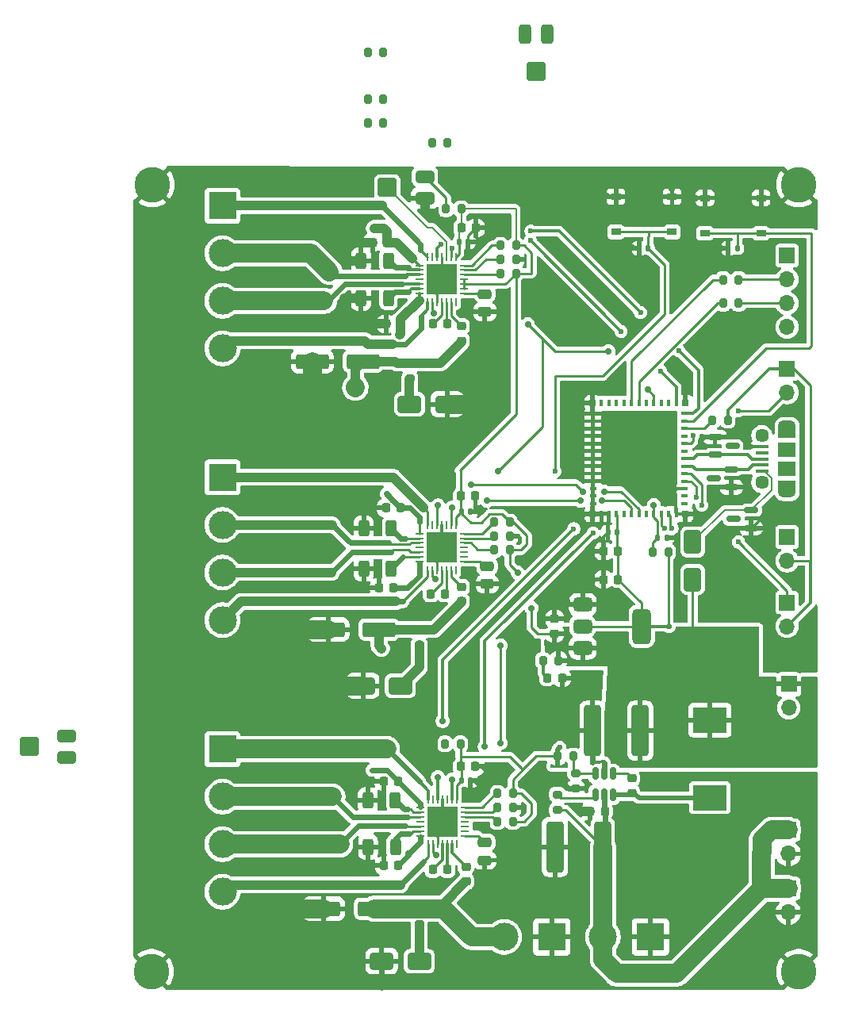
<source format=gbr>
%TF.GenerationSoftware,KiCad,Pcbnew,9.0.0*%
%TF.CreationDate,2025-05-08T17:49:57-07:00*%
%TF.ProjectId,Motor_Controller_Board_v1,4d6f746f-725f-4436-9f6e-74726f6c6c65,v1*%
%TF.SameCoordinates,Original*%
%TF.FileFunction,Copper,L1,Top*%
%TF.FilePolarity,Positive*%
%FSLAX46Y46*%
G04 Gerber Fmt 4.6, Leading zero omitted, Abs format (unit mm)*
G04 Created by KiCad (PCBNEW 9.0.0) date 2025-05-08 17:49:57*
%MOMM*%
%LPD*%
G01*
G04 APERTURE LIST*
G04 Aperture macros list*
%AMRoundRect*
0 Rectangle with rounded corners*
0 $1 Rounding radius*
0 $2 $3 $4 $5 $6 $7 $8 $9 X,Y pos of 4 corners*
0 Add a 4 corners polygon primitive as box body*
4,1,4,$2,$3,$4,$5,$6,$7,$8,$9,$2,$3,0*
0 Add four circle primitives for the rounded corners*
1,1,$1+$1,$2,$3*
1,1,$1+$1,$4,$5*
1,1,$1+$1,$6,$7*
1,1,$1+$1,$8,$9*
0 Add four rect primitives between the rounded corners*
20,1,$1+$1,$2,$3,$4,$5,0*
20,1,$1+$1,$4,$5,$6,$7,0*
20,1,$1+$1,$6,$7,$8,$9,0*
20,1,$1+$1,$8,$9,$2,$3,0*%
%AMFreePoly0*
4,1,6,0.725000,-0.725000,-0.725000,-0.725000,-0.725000,0.125000,-0.125000,0.725000,0.725000,0.725000,0.725000,-0.725000,0.725000,-0.725000,$1*%
G04 Aperture macros list end*
%TA.AperFunction,SMDPad,CuDef*%
%ADD10RoundRect,0.225000X-0.225000X-0.250000X0.225000X-0.250000X0.225000X0.250000X-0.225000X0.250000X0*%
%TD*%
%TA.AperFunction,SMDPad,CuDef*%
%ADD11RoundRect,0.200000X-0.200000X-0.275000X0.200000X-0.275000X0.200000X0.275000X-0.200000X0.275000X0*%
%TD*%
%TA.AperFunction,SMDPad,CuDef*%
%ADD12RoundRect,0.250000X-0.400000X-0.750000X0.400000X-0.750000X0.400000X0.750000X-0.400000X0.750000X0*%
%TD*%
%TA.AperFunction,SMDPad,CuDef*%
%ADD13RoundRect,0.250000X-0.750000X-0.750000X0.750000X-0.750000X0.750000X0.750000X-0.750000X0.750000X0*%
%TD*%
%TA.AperFunction,SMDPad,CuDef*%
%ADD14RoundRect,0.250000X-0.750000X0.400000X-0.750000X-0.400000X0.750000X-0.400000X0.750000X0.400000X0*%
%TD*%
%TA.AperFunction,SMDPad,CuDef*%
%ADD15RoundRect,0.250000X-0.750000X0.750000X-0.750000X-0.750000X0.750000X-0.750000X0.750000X0.750000X0*%
%TD*%
%TA.AperFunction,SMDPad,CuDef*%
%ADD16RoundRect,0.140000X0.140000X0.170000X-0.140000X0.170000X-0.140000X-0.170000X0.140000X-0.170000X0*%
%TD*%
%TA.AperFunction,SMDPad,CuDef*%
%ADD17RoundRect,0.225000X-0.250000X0.225000X-0.250000X-0.225000X0.250000X-0.225000X0.250000X0.225000X0*%
%TD*%
%TA.AperFunction,SMDPad,CuDef*%
%ADD18RoundRect,0.250000X-0.475000X0.250000X-0.475000X-0.250000X0.475000X-0.250000X0.475000X0.250000X0*%
%TD*%
%TA.AperFunction,SMDPad,CuDef*%
%ADD19RoundRect,0.250000X1.500000X0.550000X-1.500000X0.550000X-1.500000X-0.550000X1.500000X-0.550000X0*%
%TD*%
%TA.AperFunction,SMDPad,CuDef*%
%ADD20RoundRect,0.150000X0.587500X0.150000X-0.587500X0.150000X-0.587500X-0.150000X0.587500X-0.150000X0*%
%TD*%
%TA.AperFunction,SMDPad,CuDef*%
%ADD21RoundRect,0.150000X-0.587500X-0.150000X0.587500X-0.150000X0.587500X0.150000X-0.587500X0.150000X0*%
%TD*%
%TA.AperFunction,SMDPad,CuDef*%
%ADD22RoundRect,0.200000X-0.275000X0.200000X-0.275000X-0.200000X0.275000X-0.200000X0.275000X0.200000X0*%
%TD*%
%TA.AperFunction,SMDPad,CuDef*%
%ADD23RoundRect,0.200000X0.200000X0.275000X-0.200000X0.275000X-0.200000X-0.275000X0.200000X-0.275000X0*%
%TD*%
%TA.AperFunction,SMDPad,CuDef*%
%ADD24RoundRect,0.250000X0.312500X0.625000X-0.312500X0.625000X-0.312500X-0.625000X0.312500X-0.625000X0*%
%TD*%
%TA.AperFunction,SMDPad,CuDef*%
%ADD25R,0.400000X0.800000*%
%TD*%
%TA.AperFunction,SMDPad,CuDef*%
%ADD26R,0.800000X0.400000*%
%TD*%
%TA.AperFunction,SMDPad,CuDef*%
%ADD27FreePoly0,90.000000*%
%TD*%
%TA.AperFunction,SMDPad,CuDef*%
%ADD28R,1.450000X1.450000*%
%TD*%
%TA.AperFunction,SMDPad,CuDef*%
%ADD29R,0.700000X0.700000*%
%TD*%
%TA.AperFunction,SMDPad,CuDef*%
%ADD30RoundRect,0.062500X0.062500X-0.387500X0.062500X0.387500X-0.062500X0.387500X-0.062500X-0.387500X0*%
%TD*%
%TA.AperFunction,SMDPad,CuDef*%
%ADD31RoundRect,0.062500X0.387500X-0.062500X0.387500X0.062500X-0.387500X0.062500X-0.387500X-0.062500X0*%
%TD*%
%TA.AperFunction,HeatsinkPad*%
%ADD32C,0.500000*%
%TD*%
%TA.AperFunction,HeatsinkPad*%
%ADD33R,3.250000X3.250000*%
%TD*%
%TA.AperFunction,SMDPad,CuDef*%
%ADD34R,1.000000X0.750000*%
%TD*%
%TA.AperFunction,SMDPad,CuDef*%
%ADD35RoundRect,0.225000X0.225000X0.250000X-0.225000X0.250000X-0.225000X-0.250000X0.225000X-0.250000X0*%
%TD*%
%TA.AperFunction,ComponentPad*%
%ADD36R,3.000000X3.000000*%
%TD*%
%TA.AperFunction,ComponentPad*%
%ADD37C,3.000000*%
%TD*%
%TA.AperFunction,SMDPad,CuDef*%
%ADD38RoundRect,0.250000X0.650000X-1.000000X0.650000X1.000000X-0.650000X1.000000X-0.650000X-1.000000X0*%
%TD*%
%TA.AperFunction,SMDPad,CuDef*%
%ADD39RoundRect,0.225000X0.250000X-0.225000X0.250000X0.225000X-0.250000X0.225000X-0.250000X-0.225000X0*%
%TD*%
%TA.AperFunction,ComponentPad*%
%ADD40R,1.700000X1.700000*%
%TD*%
%TA.AperFunction,ComponentPad*%
%ADD41O,1.700000X1.700000*%
%TD*%
%TA.AperFunction,ComponentPad*%
%ADD42C,3.800000*%
%TD*%
%TA.AperFunction,SMDPad,CuDef*%
%ADD43RoundRect,0.250000X0.650000X2.450000X-0.650000X2.450000X-0.650000X-2.450000X0.650000X-2.450000X0*%
%TD*%
%TA.AperFunction,SMDPad,CuDef*%
%ADD44RoundRect,0.218750X0.218750X0.256250X-0.218750X0.256250X-0.218750X-0.256250X0.218750X-0.256250X0*%
%TD*%
%TA.AperFunction,SMDPad,CuDef*%
%ADD45RoundRect,0.140000X-0.140000X-0.170000X0.140000X-0.170000X0.140000X0.170000X-0.140000X0.170000X0*%
%TD*%
%TA.AperFunction,SMDPad,CuDef*%
%ADD46RoundRect,0.250000X1.000000X0.650000X-1.000000X0.650000X-1.000000X-0.650000X1.000000X-0.650000X0*%
%TD*%
%TA.AperFunction,SMDPad,CuDef*%
%ADD47RoundRect,0.200000X0.275000X-0.200000X0.275000X0.200000X-0.275000X0.200000X-0.275000X-0.200000X0*%
%TD*%
%TA.AperFunction,SMDPad,CuDef*%
%ADD48R,3.600000X2.700000*%
%TD*%
%TA.AperFunction,SMDPad,CuDef*%
%ADD49R,1.350000X0.400000*%
%TD*%
%TA.AperFunction,HeatsinkPad*%
%ADD50O,1.900000X1.200000*%
%TD*%
%TA.AperFunction,SMDPad,CuDef*%
%ADD51R,1.900000X1.200000*%
%TD*%
%TA.AperFunction,HeatsinkPad*%
%ADD52C,1.450000*%
%TD*%
%TA.AperFunction,SMDPad,CuDef*%
%ADD53R,1.900000X1.500000*%
%TD*%
%TA.AperFunction,SMDPad,CuDef*%
%ADD54RoundRect,0.375000X-0.625000X-0.375000X0.625000X-0.375000X0.625000X0.375000X-0.625000X0.375000X0*%
%TD*%
%TA.AperFunction,SMDPad,CuDef*%
%ADD55RoundRect,0.500000X-0.500000X-1.400000X0.500000X-1.400000X0.500000X1.400000X-0.500000X1.400000X0*%
%TD*%
%TA.AperFunction,SMDPad,CuDef*%
%ADD56RoundRect,0.150000X-0.150000X0.512500X-0.150000X-0.512500X0.150000X-0.512500X0.150000X0.512500X0*%
%TD*%
%TA.AperFunction,SMDPad,CuDef*%
%ADD57RoundRect,0.250000X-1.000000X-0.650000X1.000000X-0.650000X1.000000X0.650000X-1.000000X0.650000X0*%
%TD*%
%TA.AperFunction,ViaPad*%
%ADD58C,0.700000*%
%TD*%
%TA.AperFunction,ViaPad*%
%ADD59C,0.600000*%
%TD*%
%TA.AperFunction,Conductor*%
%ADD60C,0.250000*%
%TD*%
%TA.AperFunction,Conductor*%
%ADD61C,0.200000*%
%TD*%
%TA.AperFunction,Conductor*%
%ADD62C,1.000000*%
%TD*%
%TA.AperFunction,Conductor*%
%ADD63C,2.000000*%
%TD*%
%TA.AperFunction,Conductor*%
%ADD64C,0.600000*%
%TD*%
%TA.AperFunction,Conductor*%
%ADD65C,0.500000*%
%TD*%
%TA.AperFunction,Conductor*%
%ADD66C,0.300000*%
%TD*%
%TA.AperFunction,Conductor*%
%ADD67C,0.400000*%
%TD*%
%TA.AperFunction,Conductor*%
%ADD68C,0.999998*%
%TD*%
G04 APERTURE END LIST*
D10*
%TO.P,C424,2*%
%TO.N,/Stepper Drivers/V_CP2*%
X147775000Y-114200000D03*
%TO.P,C424,1*%
%TO.N,/Stepper Drivers/V_CP1*%
X146225000Y-114200000D03*
%TD*%
D11*
%TO.P,R412,1*%
%TO.N,/Stepper Drivers/V_POT_IN*%
X146350000Y-66000000D03*
%TO.P,R412,2*%
%TO.N,+5V*%
X148000000Y-66000000D03*
%TD*%
%TO.P,R407,1*%
%TO.N,/Stepper Drivers/H_POT_IN*%
X147750000Y-130200000D03*
%TO.P,R407,2*%
%TO.N,+5V*%
X149400000Y-130200000D03*
%TD*%
D12*
%TO.P,RV403,1,1*%
%TO.N,/Stepper Drivers/V_POT_IN*%
X156325000Y-54400000D03*
D13*
%TO.P,RV403,2,2*%
%TO.N,/Stepper Drivers/V_VREF*%
X157475000Y-58400000D03*
D12*
%TO.P,RV403,3,3*%
%TO.N,GND*%
X158625000Y-54400000D03*
%TD*%
D14*
%TO.P,RV402,1,1*%
%TO.N,/Stepper Drivers/H_POT_IN*%
X107400000Y-129350000D03*
D15*
%TO.P,RV402,2,2*%
%TO.N,/Stepper Drivers/H_VREF*%
X103400000Y-130500000D03*
D14*
%TO.P,RV402,3,3*%
%TO.N,GND*%
X107400000Y-131650000D03*
%TD*%
%TO.P,RV401,1,1*%
%TO.N,/Stepper Drivers/A_POT_IN*%
X145600000Y-69650000D03*
D15*
%TO.P,RV401,2,2*%
%TO.N,/Stepper Drivers/A_VREF*%
X141600000Y-70800000D03*
D14*
%TO.P,RV401,3,3*%
%TO.N,GND*%
X145600000Y-71950000D03*
%TD*%
D11*
%TO.P,R424,1*%
%TO.N,+5V*%
X139520000Y-63920000D03*
%TO.P,R424,2*%
%TO.N,DRIVER_ENABLE*%
X141170000Y-63920000D03*
%TD*%
%TO.P,R419,1*%
%TO.N,+5V*%
X139520000Y-61410000D03*
%TO.P,R419,2*%
%TO.N,DRIVER_ENABLE*%
X141170000Y-61410000D03*
%TD*%
%TO.P,R409,1*%
%TO.N,+5V*%
X139520000Y-56390000D03*
%TO.P,R409,2*%
%TO.N,DRIVER_ENABLE*%
X141170000Y-56390000D03*
%TD*%
D16*
%TO.P,C409,1*%
%TO.N,GND*%
X150480000Y-134100000D03*
%TO.P,C409,2*%
%TO.N,+5V*%
X149520000Y-134100000D03*
%TD*%
D10*
%TO.P,C410,1*%
%TO.N,+5V*%
X149450000Y-132620000D03*
%TO.P,C410,2*%
%TO.N,GND*%
X151000000Y-132620000D03*
%TD*%
D17*
%TO.P,C403,1*%
%TO.N,/Stepper Drivers/A_VCP*%
X149500000Y-85620000D03*
%TO.P,C403,2*%
%TO.N,+24V*%
X149500000Y-87170000D03*
%TD*%
%TO.P,C411,1*%
%TO.N,/Stepper Drivers/H_VCP*%
X150000000Y-143325000D03*
%TO.P,C411,2*%
%TO.N,+24V*%
X150000000Y-144875000D03*
%TD*%
D18*
%TO.P,C404,1*%
%TO.N,/Stepper Drivers/A_VREG*%
X152000000Y-82170000D03*
%TO.P,C404,2*%
%TO.N,GND*%
X152000000Y-84070000D03*
%TD*%
D10*
%TO.P,C405,1*%
%TO.N,GND*%
X141450000Y-85370000D03*
%TO.P,C405,2*%
%TO.N,+24V*%
X143000000Y-85370000D03*
%TD*%
%TO.P,C406,1*%
%TO.N,GND*%
X140005000Y-76680000D03*
%TO.P,C406,2*%
%TO.N,+24V*%
X141555000Y-76680000D03*
%TD*%
D19*
%TO.P,C407,1*%
%TO.N,+24V*%
X139000000Y-89370000D03*
%TO.P,C407,2*%
%TO.N,GND*%
X133600000Y-89370000D03*
%TD*%
D18*
%TO.P,C412,1*%
%TO.N,/Stepper Drivers/H_VREG*%
X152000000Y-140720000D03*
%TO.P,C412,2*%
%TO.N,GND*%
X152000000Y-142620000D03*
%TD*%
D10*
%TO.P,C408,1*%
%TO.N,/Stepper Drivers/A_CP1*%
X146450000Y-85370000D03*
%TO.P,C408,2*%
%TO.N,/Stepper Drivers/A_CP2*%
X148000000Y-85370000D03*
%TD*%
D20*
%TO.P,D301,1,K*%
%TO.N,GND*%
X178325000Y-102800000D03*
%TO.P,D301,2,A*%
%TO.N,/Microcontroller/USB_D-*%
X178325000Y-100900000D03*
%TO.P,D301,3*%
%TO.N,N/C*%
X176450000Y-101850000D03*
%TD*%
D21*
%TO.P,D302,1,K*%
%TO.N,GND*%
X176575000Y-97450000D03*
%TO.P,D302,2,A*%
%TO.N,/Microcontroller/USB_D+*%
X176575000Y-99350000D03*
%TO.P,D302,3*%
%TO.N,N/C*%
X178450000Y-98400000D03*
%TD*%
D20*
%TO.P,D304,1,K*%
%TO.N,GND*%
X180450000Y-107150000D03*
%TO.P,D304,2,A*%
%TO.N,/Microcontroller/+VBUS*%
X180450000Y-105250000D03*
%TO.P,D304,3*%
%TO.N,N/C*%
X178575000Y-106200000D03*
%TD*%
D11*
%TO.P,R401,1*%
%TO.N,/Stepper Drivers/A_POT_IN*%
X147865000Y-73090000D03*
%TO.P,R401,2*%
%TO.N,+5V*%
X149515000Y-73090000D03*
%TD*%
D22*
%TO.P,R402,1*%
%TO.N,+24V*%
X144000000Y-89545000D03*
%TO.P,R402,2*%
%TO.N,/Stepper Drivers/A_FLYBACK*%
X144000000Y-91195000D03*
%TD*%
D23*
%TO.P,R403,1*%
%TO.N,GND*%
X155325000Y-78500000D03*
%TO.P,R403,2*%
%TO.N,/Stepper Drivers/A_ROSC*%
X153675000Y-78500000D03*
%TD*%
D22*
%TO.P,R410,1*%
%TO.N,+24V*%
X145000000Y-147795000D03*
%TO.P,R410,2*%
%TO.N,/Stepper Drivers/H_FLYBACK*%
X145000000Y-149445000D03*
%TD*%
D23*
%TO.P,R411,1*%
%TO.N,GND*%
X155000000Y-137000000D03*
%TO.P,R411,2*%
%TO.N,/Stepper Drivers/H_ROSC*%
X153350000Y-137000000D03*
%TD*%
D24*
%TO.P,R404,1*%
%TO.N,/Stepper Drivers/A_SENSE1*%
X141712500Y-78620000D03*
%TO.P,R404,2*%
%TO.N,GND*%
X138787500Y-78620000D03*
%TD*%
%TO.P,R405,1*%
%TO.N,/Stepper Drivers/A_SENSE2*%
X141712500Y-82620000D03*
%TO.P,R405,2*%
%TO.N,GND*%
X138787500Y-82620000D03*
%TD*%
D23*
%TO.P,R406,1*%
%TO.N,+5V*%
X155325000Y-79980000D03*
%TO.P,R406,2*%
%TO.N,/Stepper Drivers/A_RESET*%
X153675000Y-79980000D03*
%TD*%
D24*
%TO.P,R413,1*%
%TO.N,/Stepper Drivers/H_SENSE1*%
X142437500Y-136200000D03*
%TO.P,R413,2*%
%TO.N,GND*%
X139512500Y-136200000D03*
%TD*%
D23*
%TO.P,R408,1*%
%TO.N,+5V*%
X155325000Y-77000000D03*
%TO.P,R408,2*%
%TO.N,/Stepper Drivers/A_SLEEP*%
X153675000Y-77000000D03*
%TD*%
D22*
%TO.P,R417,1*%
%TO.N,+24V*%
X145000000Y-118000000D03*
%TO.P,R417,2*%
%TO.N,/Stepper Drivers/V_FLYBACK*%
X145000000Y-119650000D03*
%TD*%
D23*
%TO.P,R418,1*%
%TO.N,GND*%
X154650000Y-108000000D03*
%TO.P,R418,2*%
%TO.N,/Stepper Drivers/V_ROSC*%
X153000000Y-108000000D03*
%TD*%
D24*
%TO.P,R420,1*%
%TO.N,/Stepper Drivers/V_SENSE1*%
X142000000Y-107210000D03*
%TO.P,R420,2*%
%TO.N,GND*%
X139075000Y-107210000D03*
%TD*%
%TO.P,R421,1*%
%TO.N,/Stepper Drivers/V_SENSE2*%
X142000000Y-111500000D03*
%TO.P,R421,2*%
%TO.N,GND*%
X139075000Y-111500000D03*
%TD*%
D23*
%TO.P,R422,1*%
%TO.N,+5V*%
X154650000Y-109500000D03*
%TO.P,R422,2*%
%TO.N,/Stepper Drivers/V_RESET*%
X153000000Y-109500000D03*
%TD*%
%TO.P,R423,1*%
%TO.N,+5V*%
X154650000Y-106500000D03*
%TO.P,R423,2*%
%TO.N,/Stepper Drivers/V_SLEEP*%
X153000000Y-106500000D03*
%TD*%
D25*
%TO.P,U301,1,GND*%
%TO.N,GND*%
X164450000Y-105650000D03*
%TO.P,U301,2,GND*%
X165250000Y-105650000D03*
%TO.P,U301,3,3V3*%
%TO.N,+3.3V*%
X166050000Y-105650000D03*
%TO.P,U301,4,NC*%
%TO.N,unconnected-(U301-NC-Pad4)*%
X166850000Y-105650000D03*
%TO.P,U301,5,IO2*%
%TO.N,VERTICAL_STEP*%
X167650000Y-105650000D03*
%TO.P,U301,6,IO3*%
%TO.N,VERTICAL_DIR*%
X168450000Y-105650000D03*
%TO.P,U301,7,NC*%
%TO.N,unconnected-(U301-NC-Pad7)*%
X169250000Y-105650000D03*
%TO.P,U301,8,EN*%
%TO.N,/Microcontroller/EN*%
X170050000Y-105650000D03*
%TO.P,U301,9,IO4*%
%TO.N,HORIZONTAL_DIR*%
X170850000Y-105650000D03*
%TO.P,U301,10,IO5*%
%TO.N,HORIZONTAL_STEP*%
X171650000Y-105650000D03*
%TO.P,U301,11,GND*%
%TO.N,GND*%
X172450000Y-105650000D03*
D26*
%TO.P,U301,12,IO0*%
%TO.N,unconnected-(U301-IO0-Pad12)*%
X173350000Y-104550000D03*
%TO.P,U301,13,IO1*%
%TO.N,unconnected-(U301-IO1-Pad13)*%
X173350000Y-103750000D03*
%TO.P,U301,14,GND*%
%TO.N,GND*%
X173350000Y-102950000D03*
%TO.P,U301,15,IO6*%
%TO.N,/Microcontroller/VERTICAL_SWITCH*%
X173350000Y-102150000D03*
%TO.P,U301,16,IO7*%
%TO.N,/Microcontroller/HORIZONTAL_SWITCH*%
X173350000Y-101350000D03*
%TO.P,U301,17,IO12*%
%TO.N,/Microcontroller/USB_D-*%
X173350000Y-100550000D03*
%TO.P,U301,18,IO13*%
%TO.N,/Microcontroller/USB_D+*%
X173350000Y-99750000D03*
%TO.P,U301,19,IO14*%
%TO.N,unconnected-(U301-IO14-Pad19)*%
X173350000Y-98950000D03*
%TO.P,U301,20,IO15*%
%TO.N,/Microcontroller/AGITATION_SWITCH*%
X173350000Y-98150000D03*
%TO.P,U301,21,NC*%
%TO.N,unconnected-(U301-NC-Pad21)*%
X173350000Y-97350000D03*
%TO.P,U301,22,IO8*%
%TO.N,/Microcontroller/IO8*%
X173350000Y-96550000D03*
%TO.P,U301,23,IO9*%
%TO.N,/Microcontroller/BOOT*%
X173350000Y-95750000D03*
%TO.P,U301,24,IO18*%
%TO.N,AGITATION_DIR*%
X173350000Y-94950000D03*
D25*
%TO.P,U301,25,IO19*%
%TO.N,AGITATION_STEP*%
X172450000Y-93850000D03*
%TO.P,U301,26,IO20*%
%TO.N,unconnected-(U301-IO20-Pad26)*%
X171650000Y-93850000D03*
%TO.P,U301,27,IO21*%
%TO.N,unconnected-(U301-IO21-Pad27)*%
X170850000Y-93850000D03*
%TO.P,U301,28,IO22*%
%TO.N,DRIVER_ENABLE*%
X170050000Y-93850000D03*
%TO.P,U301,29,IO23*%
%TO.N,unconnected-(U301-IO23-Pad29)*%
X169250000Y-93850000D03*
%TO.P,U301,30,RXD0*%
%TO.N,/Microcontroller/RXD0*%
X168450000Y-93850000D03*
%TO.P,U301,31,TXD0*%
%TO.N,/Microcontroller/TXD0*%
X167650000Y-93850000D03*
%TO.P,U301,32,NC*%
%TO.N,unconnected-(U301-NC-Pad32)*%
X166850000Y-93850000D03*
%TO.P,U301,33,NC*%
%TO.N,unconnected-(U301-NC-Pad33)*%
X166050000Y-93850000D03*
%TO.P,U301,34,NC*%
%TO.N,unconnected-(U301-NC-Pad34)*%
X165250000Y-93850000D03*
%TO.P,U301,35,NC*%
%TO.N,unconnected-(U301-NC-Pad35)*%
X164450000Y-93850000D03*
D26*
%TO.P,U301,36,GND*%
%TO.N,GND*%
X163550000Y-94950000D03*
%TO.P,U301,37,GND*%
X163550000Y-95750000D03*
%TO.P,U301,38,GND*%
X163550000Y-96550000D03*
%TO.P,U301,39,GND*%
X163550000Y-97350000D03*
%TO.P,U301,40,GND*%
X163550000Y-98150000D03*
%TO.P,U301,41,GND*%
X163550000Y-98950000D03*
%TO.P,U301,42,GND*%
X163550000Y-99750000D03*
%TO.P,U301,43,GND*%
X163550000Y-100550000D03*
%TO.P,U301,44,GND*%
X163550000Y-101350000D03*
%TO.P,U301,45,GND*%
X163550000Y-102150000D03*
%TO.P,U301,46,GND*%
X163550000Y-102950000D03*
%TO.P,U301,47,GND*%
X163550000Y-103750000D03*
%TO.P,U301,48,GND*%
X163550000Y-104550000D03*
D27*
%TO.P,U301,49,GND*%
X166475000Y-101725000D03*
D28*
X168450000Y-101725000D03*
X170425000Y-101725000D03*
X166475000Y-99750000D03*
X168450000Y-99750000D03*
X170425000Y-99750000D03*
X166475000Y-97775000D03*
X168450000Y-97775000D03*
X170425000Y-97775000D03*
D29*
%TO.P,U301,50,GND*%
X163500000Y-93800000D03*
%TO.P,U301,51,GND*%
X173400000Y-93800000D03*
%TO.P,U301,52,GND*%
X173400000Y-105700000D03*
%TO.P,U301,53,GND*%
X163500000Y-105700000D03*
%TD*%
D30*
%TO.P,U401,1,OUT2B*%
%TO.N,/Stepper Drivers/AGITATE_2B*%
X145900000Y-83020000D03*
%TO.P,U401,2,~{ENABLE}*%
%TO.N,DRIVER_ENABLE*%
X146400000Y-83020000D03*
%TO.P,U401,3,GND*%
%TO.N,GND*%
X146900000Y-83020000D03*
%TO.P,U401,4,CP1*%
%TO.N,/Stepper Drivers/A_CP1*%
X147400000Y-83020000D03*
%TO.P,U401,5,CP2*%
%TO.N,/Stepper Drivers/A_CP2*%
X147900000Y-83020000D03*
%TO.P,U401,6,VCP*%
%TO.N,/Stepper Drivers/A_VCP*%
X148400000Y-83020000D03*
%TO.P,U401,7,NC*%
%TO.N,unconnected-(U401-NC-Pad7)*%
X148900000Y-83020000D03*
D31*
%TO.P,U401,8,VREG*%
%TO.N,/Stepper Drivers/A_VREG*%
X149800000Y-82120000D03*
%TO.P,U401,9,MS1*%
%TO.N,+5V*%
X149800000Y-81620000D03*
%TO.P,U401,10,MS2*%
X149800000Y-81120000D03*
%TO.P,U401,11,MS3*%
X149800000Y-80620000D03*
%TO.P,U401,12,~{RESET}*%
%TO.N,/Stepper Drivers/A_RESET*%
X149800000Y-80120000D03*
%TO.P,U401,13,ROSC*%
%TO.N,/Stepper Drivers/A_ROSC*%
X149800000Y-79620000D03*
%TO.P,U401,14,~{SLEEP}*%
%TO.N,/Stepper Drivers/A_SLEEP*%
X149800000Y-79120000D03*
D30*
%TO.P,U401,15,VDD*%
%TO.N,+5V*%
X148900000Y-78220000D03*
%TO.P,U401,16,STEP*%
%TO.N,AGITATION_STEP*%
X148400000Y-78220000D03*
%TO.P,U401,17,VREF*%
%TO.N,/Stepper Drivers/A_VREF*%
X147900000Y-78220000D03*
%TO.P,U401,18,GND*%
%TO.N,GND*%
X147400000Y-78220000D03*
%TO.P,U401,19,DIR*%
%TO.N,AGITATION_DIR*%
X146900000Y-78220000D03*
%TO.P,U401,20,NC*%
%TO.N,unconnected-(U401-NC-Pad20)*%
X146400000Y-78220000D03*
%TO.P,U401,21,OUT1B*%
%TO.N,/Stepper Drivers/AGITATE_1A*%
X145900000Y-78220000D03*
D31*
%TO.P,U401,22,VBB1*%
%TO.N,+24V*%
X145000000Y-79120000D03*
%TO.P,U401,23,SENSE1*%
%TO.N,/Stepper Drivers/A_SENSE1*%
X145000000Y-79620000D03*
%TO.P,U401,24,OUT1A*%
%TO.N,/Stepper Drivers/AGITATE_1B*%
X145000000Y-80120000D03*
%TO.P,U401,25,NC*%
%TO.N,unconnected-(U401-NC-Pad25)*%
X145000000Y-80620000D03*
%TO.P,U401,26,OUT2A*%
%TO.N,/Stepper Drivers/AGITATE_2A*%
X145000000Y-81120000D03*
%TO.P,U401,27,SENSE2*%
%TO.N,/Stepper Drivers/A_SENSE2*%
X145000000Y-81620000D03*
%TO.P,U401,28,VBB2*%
%TO.N,+24V*%
X145000000Y-82120000D03*
D32*
%TO.P,U401,29,GND*%
%TO.N,GND*%
X146400000Y-81620000D03*
X147400000Y-81620000D03*
X148400000Y-81620000D03*
X146400000Y-80620000D03*
X147400000Y-80620000D03*
D33*
X147400000Y-80620000D03*
D32*
X148400000Y-80620000D03*
X146400000Y-79620000D03*
X147400000Y-79620000D03*
X148400000Y-79620000D03*
%TD*%
D30*
%TO.P,U402,1,OUT2B*%
%TO.N,/Stepper Drivers/HORIZONTAL_2B*%
X146000000Y-140900000D03*
%TO.P,U402,2,~{ENABLE}*%
%TO.N,DRIVER_ENABLE*%
X146500000Y-140900000D03*
%TO.P,U402,3,GND*%
%TO.N,GND*%
X147000000Y-140900000D03*
%TO.P,U402,4,CP1*%
%TO.N,/Stepper Drivers/H_CP1*%
X147500000Y-140900000D03*
%TO.P,U402,5,CP2*%
%TO.N,/Stepper Drivers/H_CP2*%
X148000000Y-140900000D03*
%TO.P,U402,6,VCP*%
%TO.N,/Stepper Drivers/H_VCP*%
X148500000Y-140900000D03*
%TO.P,U402,7,NC*%
%TO.N,unconnected-(U402-NC-Pad7)*%
X149000000Y-140900000D03*
D31*
%TO.P,U402,8,VREG*%
%TO.N,/Stepper Drivers/H_VREG*%
X149900000Y-140000000D03*
%TO.P,U402,9,MS1*%
%TO.N,unconnected-(U402-MS1-Pad9)*%
X149900000Y-139500000D03*
%TO.P,U402,10,MS2*%
%TO.N,unconnected-(U402-MS2-Pad10)*%
X149900000Y-139000000D03*
%TO.P,U402,11,MS3*%
%TO.N,unconnected-(U402-MS3-Pad11)*%
X149900000Y-138500000D03*
%TO.P,U402,12,~{RESET}*%
%TO.N,/Stepper Drivers/H_RESET*%
X149900000Y-138000000D03*
%TO.P,U402,13,ROSC*%
%TO.N,/Stepper Drivers/H_ROSC*%
X149900000Y-137500000D03*
%TO.P,U402,14,~{SLEEP}*%
%TO.N,/Stepper Drivers/H_SLEEP*%
X149900000Y-137000000D03*
D30*
%TO.P,U402,15,VDD*%
%TO.N,+5V*%
X149000000Y-136100000D03*
%TO.P,U402,16,STEP*%
%TO.N,HORIZONTAL_STEP*%
X148500000Y-136100000D03*
%TO.P,U402,17,VREF*%
%TO.N,/Stepper Drivers/H_VREF*%
X148000000Y-136100000D03*
%TO.P,U402,18,GND*%
%TO.N,GND*%
X147500000Y-136100000D03*
%TO.P,U402,19,DIR*%
%TO.N,HORIZONTAL_DIR*%
X147000000Y-136100000D03*
%TO.P,U402,20,NC*%
%TO.N,unconnected-(U402-NC-Pad20)*%
X146500000Y-136100000D03*
%TO.P,U402,21,OUT1B*%
%TO.N,/Stepper Drivers/HORIZONTAL_1A*%
X146000000Y-136100000D03*
D31*
%TO.P,U402,22,VBB1*%
%TO.N,+24V*%
X145100000Y-137000000D03*
%TO.P,U402,23,SENSE1*%
%TO.N,/Stepper Drivers/H_SENSE1*%
X145100000Y-137500000D03*
%TO.P,U402,24,OUT1A*%
%TO.N,/Stepper Drivers/HORIZONTAL_1B*%
X145100000Y-138000000D03*
%TO.P,U402,25,NC*%
%TO.N,unconnected-(U402-NC-Pad25)*%
X145100000Y-138500000D03*
%TO.P,U402,26,OUT2A*%
%TO.N,/Stepper Drivers/HORIZONTAL_2A*%
X145100000Y-139000000D03*
%TO.P,U402,27,SENSE2*%
%TO.N,/Stepper Drivers/H_SENSE2*%
X145100000Y-139500000D03*
%TO.P,U402,28,VBB2*%
%TO.N,+24V*%
X145100000Y-140000000D03*
D32*
%TO.P,U402,29,GND*%
%TO.N,GND*%
X146500000Y-139500000D03*
X147500000Y-139500000D03*
X148500000Y-139500000D03*
X146500000Y-138500000D03*
X147500000Y-138500000D03*
D33*
X147500000Y-138500000D03*
D32*
X148500000Y-138500000D03*
X146500000Y-137500000D03*
X147500000Y-137500000D03*
X148500000Y-137500000D03*
%TD*%
D30*
%TO.P,U403,1,OUT2B*%
%TO.N,/Stepper Drivers/VERTICAL_2B*%
X145900000Y-111650000D03*
%TO.P,U403,2,~{ENABLE}*%
%TO.N,DRIVER_ENABLE*%
X146400000Y-111650000D03*
%TO.P,U403,3,GND*%
%TO.N,GND*%
X146900000Y-111650000D03*
%TO.P,U403,4,CP1*%
%TO.N,/Stepper Drivers/V_CP1*%
X147400000Y-111650000D03*
%TO.P,U403,5,CP2*%
%TO.N,/Stepper Drivers/V_CP2*%
X147900000Y-111650000D03*
%TO.P,U403,6,VCP*%
%TO.N,/Stepper Drivers/V_VCP*%
X148400000Y-111650000D03*
%TO.P,U403,7,NC*%
%TO.N,unconnected-(U403-NC-Pad7)*%
X148900000Y-111650000D03*
D31*
%TO.P,U403,8,VREG*%
%TO.N,/Stepper Drivers/V_VREG*%
X149800000Y-110750000D03*
%TO.P,U403,9,MS1*%
%TO.N,unconnected-(U403-MS1-Pad9)*%
X149800000Y-110250000D03*
%TO.P,U403,10,MS2*%
%TO.N,unconnected-(U403-MS2-Pad10)*%
X149800000Y-109750000D03*
%TO.P,U403,11,MS3*%
%TO.N,unconnected-(U403-MS3-Pad11)*%
X149800000Y-109250000D03*
%TO.P,U403,12,~{RESET}*%
%TO.N,/Stepper Drivers/V_RESET*%
X149800000Y-108750000D03*
%TO.P,U403,13,ROSC*%
%TO.N,/Stepper Drivers/V_ROSC*%
X149800000Y-108250000D03*
%TO.P,U403,14,~{SLEEP}*%
%TO.N,/Stepper Drivers/V_SLEEP*%
X149800000Y-107750000D03*
D30*
%TO.P,U403,15,VDD*%
%TO.N,+5V*%
X148900000Y-106850000D03*
%TO.P,U403,16,STEP*%
%TO.N,VERTICAL_STEP*%
X148400000Y-106850000D03*
%TO.P,U403,17,VREF*%
%TO.N,/Stepper Drivers/V_VREF*%
X147900000Y-106850000D03*
%TO.P,U403,18,GND*%
%TO.N,GND*%
X147400000Y-106850000D03*
%TO.P,U403,19,DIR*%
%TO.N,VERTICAL_DIR*%
X146900000Y-106850000D03*
%TO.P,U403,20,NC*%
%TO.N,unconnected-(U403-NC-Pad20)*%
X146400000Y-106850000D03*
%TO.P,U403,21,OUT1B*%
%TO.N,/Stepper Drivers/VERTICAL_1A*%
X145900000Y-106850000D03*
D31*
%TO.P,U403,22,VBB1*%
%TO.N,+24V*%
X145000000Y-107750000D03*
%TO.P,U403,23,SENSE1*%
%TO.N,/Stepper Drivers/V_SENSE1*%
X145000000Y-108250000D03*
%TO.P,U403,24,OUT1A*%
%TO.N,/Stepper Drivers/VERTICAL_1B*%
X145000000Y-108750000D03*
%TO.P,U403,25,NC*%
%TO.N,unconnected-(U403-NC-Pad25)*%
X145000000Y-109250000D03*
%TO.P,U403,26,OUT2A*%
%TO.N,/Stepper Drivers/VERTICAL_2A*%
X145000000Y-109750000D03*
%TO.P,U403,27,SENSE2*%
%TO.N,/Stepper Drivers/V_SENSE2*%
X145000000Y-110250000D03*
%TO.P,U403,28,VBB2*%
%TO.N,+24V*%
X145000000Y-110750000D03*
D32*
%TO.P,U403,29,GND*%
%TO.N,GND*%
X146400000Y-110250000D03*
X147400000Y-110250000D03*
X148400000Y-110250000D03*
X146400000Y-109250000D03*
X147400000Y-109250000D03*
D33*
X147400000Y-109250000D03*
D32*
X148400000Y-109250000D03*
X146400000Y-108250000D03*
X147400000Y-108250000D03*
X148400000Y-108250000D03*
%TD*%
D19*
%TO.P,C415,1*%
%TO.N,+24V*%
X140200000Y-147800000D03*
%TO.P,C415,2*%
%TO.N,GND*%
X134800000Y-147800000D03*
%TD*%
D34*
%TO.P,SW301,1,1*%
%TO.N,GND*%
X166000000Y-71800000D03*
X172000000Y-71800000D03*
%TO.P,SW301,2,2*%
%TO.N,/Microcontroller/EN*%
X166000000Y-75550000D03*
X172000000Y-75550000D03*
%TD*%
D35*
%TO.P,C206,1*%
%TO.N,+3.3V*%
X166225000Y-112650000D03*
%TO.P,C206,2*%
%TO.N,GND*%
X164675000Y-112650000D03*
%TD*%
D36*
%TO.P,J401,1,Pin_1*%
%TO.N,/Stepper Drivers/AGITATE_1B*%
X124000000Y-72750000D03*
D37*
%TO.P,J401,2,Pin_2*%
%TO.N,/Stepper Drivers/AGITATE_1A*%
X124000000Y-77830000D03*
%TO.P,J401,3,Pin_3*%
%TO.N,/Stepper Drivers/AGITATE_2A*%
X124000000Y-82910000D03*
%TO.P,J401,4,Pin_4*%
%TO.N,/Stepper Drivers/AGITATE_2B*%
X124000000Y-87990000D03*
%TD*%
D38*
%TO.P,D303,1,K*%
%TO.N,+5V*%
X174200000Y-112650000D03*
%TO.P,D303,2,A*%
%TO.N,/Microcontroller/+VBUS*%
X174200000Y-108650000D03*
%TD*%
D39*
%TO.P,C205,1*%
%TO.N,+5V*%
X159450000Y-118425000D03*
%TO.P,C205,2*%
%TO.N,GND*%
X159450000Y-116875000D03*
%TD*%
D40*
%TO.P,J301,1,Pin_1*%
%TO.N,unconnected-(J301-Pin_1-Pad1)*%
X184275000Y-78080000D03*
D41*
%TO.P,J301,2,Pin_2*%
%TO.N,/Microcontroller/RXD*%
X184275000Y-80620000D03*
%TO.P,J301,3,Pin_3*%
%TO.N,/Microcontroller/TXD*%
X184275000Y-83160000D03*
%TO.P,J301,4,Pin_4*%
%TO.N,unconnected-(J301-Pin_4-Pad4)*%
X184275000Y-85700000D03*
%TD*%
D42*
%TO.P,H201,1,1*%
%TO.N,GND*%
X116500000Y-70500000D03*
%TD*%
%TO.P,H204,1,1*%
%TO.N,GND*%
X116420000Y-154500000D03*
%TD*%
D16*
%TO.P,C417,1*%
%TO.N,GND*%
X150480000Y-105400000D03*
%TO.P,C417,2*%
%TO.N,+5V*%
X149520000Y-105400000D03*
%TD*%
D42*
%TO.P,H203,1,1*%
%TO.N,GND*%
X185500000Y-154500000D03*
%TD*%
D36*
%TO.P,J403,1,Pin_1*%
%TO.N,/Stepper Drivers/VERTICAL_1B*%
X124000000Y-101750000D03*
D37*
%TO.P,J403,2,Pin_2*%
%TO.N,/Stepper Drivers/VERTICAL_1A*%
X124000000Y-106830000D03*
%TO.P,J403,3,Pin_3*%
%TO.N,/Stepper Drivers/VERTICAL_2A*%
X124000000Y-111910000D03*
%TO.P,J403,4,Pin_4*%
%TO.N,/Stepper Drivers/VERTICAL_2B*%
X124000000Y-116990000D03*
%TD*%
D40*
%TO.P,J304,1,Pin_1*%
%TO.N,/Microcontroller/VERTICAL_SWITCH*%
X184275000Y-108120000D03*
D41*
%TO.P,J304,2,Pin_2*%
%TO.N,+3.3V*%
X184275000Y-110660000D03*
%TD*%
D40*
%TO.P,J206,1,Pin_1*%
%TO.N,/Power Supply/DIGITAL_POWER_+24V*%
X184400000Y-139400000D03*
D41*
%TO.P,J206,2,Pin_2*%
%TO.N,GND*%
X184400000Y-141940000D03*
%TD*%
D16*
%TO.P,C401,1*%
%TO.N,GND*%
X150230000Y-76620000D03*
%TO.P,C401,2*%
%TO.N,+5V*%
X149270000Y-76620000D03*
%TD*%
D11*
%TO.P,R203,1*%
%TO.N,+5V*%
X159775000Y-131500000D03*
%TO.P,R203,2*%
%TO.N,/Power Supply/BUCK_FB*%
X161425000Y-131500000D03*
%TD*%
%TO.P,R201,1*%
%TO.N,Net-(D201-A)*%
X158210000Y-121300000D03*
%TO.P,R201,2*%
%TO.N,+5V*%
X159860000Y-121300000D03*
%TD*%
D43*
%TO.P,C204,1*%
%TO.N,+5V*%
X168600000Y-128800000D03*
%TO.P,C204,2*%
%TO.N,GND*%
X163500000Y-128800000D03*
%TD*%
D44*
%TO.P,D201,1,K*%
%TO.N,GND*%
X160237500Y-123150000D03*
%TO.P,D201,2,A*%
%TO.N,Net-(D201-A)*%
X158662500Y-123150000D03*
%TD*%
D11*
%TO.P,R302,1*%
%TO.N,/Microcontroller/TXD0*%
X177450000Y-80650000D03*
%TO.P,R302,2*%
%TO.N,/Microcontroller/RXD*%
X179100000Y-80650000D03*
%TD*%
D40*
%TO.P,J305,1,Pin_1*%
%TO.N,/Microcontroller/HORIZONTAL_SWITCH*%
X184275000Y-115120000D03*
D41*
%TO.P,J305,2,Pin_2*%
%TO.N,+3.3V*%
X184275000Y-117660000D03*
%TD*%
D45*
%TO.P,C304,1*%
%TO.N,/Microcontroller/EN*%
X170450000Y-108228000D03*
%TO.P,C304,2*%
%TO.N,GND*%
X171410000Y-108228000D03*
%TD*%
D40*
%TO.P,J303,1,Pin_1*%
%TO.N,+3.3V*%
X184275000Y-90160000D03*
D41*
%TO.P,J303,2,Pin_2*%
%TO.N,/Microcontroller/AGITATION_SWITCH*%
X184275000Y-92700000D03*
%TD*%
D45*
%TO.P,C301,1*%
%TO.N,GND*%
X165145000Y-107640000D03*
%TO.P,C301,2*%
%TO.N,+3.3V*%
X166105000Y-107640000D03*
%TD*%
D43*
%TO.P,C202,1*%
%TO.N,/Power Supply/DIGITAL_POWER_+24V*%
X164600000Y-141200000D03*
%TO.P,C202,2*%
%TO.N,GND*%
X159500000Y-141200000D03*
%TD*%
D46*
%TO.P,D403,1,K*%
%TO.N,/Stepper Drivers/V_FLYBACK*%
X143000000Y-124000000D03*
%TO.P,D403,2,A*%
%TO.N,GND*%
X139000000Y-124000000D03*
%TD*%
D10*
%TO.P,C421,1*%
%TO.N,GND*%
X140690000Y-113500000D03*
%TO.P,C421,2*%
%TO.N,+24V*%
X142240000Y-113500000D03*
%TD*%
D47*
%TO.P,R202,1*%
%TO.N,/Power Supply/DIGITAL_POWER_+24V*%
X159750000Y-137250000D03*
%TO.P,R202,2*%
%TO.N,/Power Supply/BUCK_EN*%
X159750000Y-135600000D03*
%TD*%
D40*
%TO.P,J207,1,Pin_1*%
%TO.N,/Power Supply/DIGITAL_POWER_+24V*%
X184400000Y-145625000D03*
D41*
%TO.P,J207,2,Pin_2*%
%TO.N,GND*%
X184400000Y-148165000D03*
%TD*%
D11*
%TO.P,R303,1*%
%TO.N,/Microcontroller/RXD0*%
X177450000Y-83160000D03*
%TO.P,R303,2*%
%TO.N,/Microcontroller/TXD*%
X179100000Y-83160000D03*
%TD*%
D36*
%TO.P,J203,1,Pin_1*%
%TO.N,GND*%
X159140000Y-150800000D03*
D37*
%TO.P,J203,2,Pin_2*%
%TO.N,+24V*%
X154060000Y-150800000D03*
%TD*%
D48*
%TO.P,L201,1,1*%
%TO.N,/Power Supply/BUCK_SW*%
X176050000Y-135950000D03*
%TO.P,L201,2,2*%
%TO.N,+5V*%
X176050000Y-127650000D03*
%TD*%
D49*
%TO.P,J302,1,VBUS*%
%TO.N,/Microcontroller/+VBUS*%
X181575000Y-101100000D03*
%TO.P,J302,2,D-*%
%TO.N,/Microcontroller/USB_D-*%
X181575000Y-100450000D03*
%TO.P,J302,3,D+*%
%TO.N,/Microcontroller/USB_D+*%
X181575000Y-99800000D03*
%TO.P,J302,4,ID*%
%TO.N,unconnected-(J302-ID-Pad4)*%
X181575000Y-99150000D03*
%TO.P,J302,5,GND*%
%TO.N,GND*%
X181575000Y-98500000D03*
D50*
%TO.P,J302,6,Shield*%
%TO.N,unconnected-(J302-Shield-Pad6)_6*%
X184275000Y-103300000D03*
D51*
%TO.N,unconnected-(J302-Shield-Pad6)_2*%
X184275000Y-102700000D03*
D52*
%TO.N,unconnected-(J302-Shield-Pad6)_4*%
X181575000Y-102300000D03*
D53*
%TO.N,unconnected-(J302-Shield-Pad6)_3*%
X184275000Y-100800000D03*
%TO.N,unconnected-(J302-Shield-Pad6)_7*%
X184275000Y-98800000D03*
D52*
%TO.N,unconnected-(J302-Shield-Pad6)_1*%
X181575000Y-97300000D03*
D51*
%TO.N,unconnected-(J302-Shield-Pad6)_5*%
X184275000Y-96900000D03*
D50*
%TO.N,unconnected-(J302-Shield-Pad6)*%
X184275000Y-96300000D03*
%TD*%
D17*
%TO.P,C419,1*%
%TO.N,/Stepper Drivers/V_VCP*%
X149500000Y-113450000D03*
%TO.P,C419,2*%
%TO.N,+24V*%
X149500000Y-115000000D03*
%TD*%
D46*
%TO.P,D402,1,K*%
%TO.N,/Stepper Drivers/H_FLYBACK*%
X145000000Y-153400000D03*
%TO.P,D402,2,A*%
%TO.N,GND*%
X141000000Y-153400000D03*
%TD*%
D10*
%TO.P,C422,1*%
%TO.N,GND*%
X141450000Y-105000000D03*
%TO.P,C422,2*%
%TO.N,+24V*%
X143000000Y-105000000D03*
%TD*%
D54*
%TO.P,U202,1,ADJ*%
%TO.N,GND*%
X162450000Y-115350000D03*
%TO.P,U202,2,VO*%
%TO.N,+3.3V*%
X162450000Y-117650000D03*
D55*
X168750000Y-117650000D03*
D54*
%TO.P,U202,3,VI*%
%TO.N,+5V*%
X162450000Y-119950000D03*
%TD*%
D56*
%TO.P,U201,1,BST*%
%TO.N,/Power Supply/BUCK_BST*%
X165700000Y-133375000D03*
%TO.P,U201,2,GND*%
%TO.N,GND*%
X164750000Y-133375000D03*
%TO.P,U201,3,FB*%
%TO.N,/Power Supply/BUCK_FB*%
X163800000Y-133375000D03*
%TO.P,U201,4,EN*%
%TO.N,/Power Supply/BUCK_EN*%
X163800000Y-135650000D03*
%TO.P,U201,5,VIN*%
%TO.N,/Power Supply/DIGITAL_POWER_+24V*%
X164750000Y-135650000D03*
%TO.P,U201,6,SW*%
%TO.N,/Power Supply/BUCK_SW*%
X165700000Y-135650000D03*
%TD*%
D45*
%TO.P,C305,1*%
%TO.N,GND*%
X178000000Y-77300000D03*
%TO.P,C305,2*%
%TO.N,/Microcontroller/BOOT*%
X178960000Y-77300000D03*
%TD*%
D36*
%TO.P,J402,1,Pin_1*%
%TO.N,/Stepper Drivers/HORIZONTAL_1B*%
X124000000Y-130760000D03*
D37*
%TO.P,J402,2,Pin_2*%
%TO.N,/Stepper Drivers/HORIZONTAL_1A*%
X124000000Y-135840000D03*
%TO.P,J402,3,Pin_3*%
%TO.N,/Stepper Drivers/HORIZONTAL_2A*%
X124000000Y-140920000D03*
%TO.P,J402,4,Pin_4*%
%TO.N,/Stepper Drivers/HORIZONTAL_2B*%
X124000000Y-146000000D03*
%TD*%
D10*
%TO.P,C416,1*%
%TO.N,/Stepper Drivers/H_CP1*%
X146450000Y-143620000D03*
%TO.P,C416,2*%
%TO.N,/Stepper Drivers/H_CP2*%
X148000000Y-143620000D03*
%TD*%
D23*
%TO.P,R304,1*%
%TO.N,+3.3V*%
X177950000Y-95650000D03*
%TO.P,R304,2*%
%TO.N,/Microcontroller/IO8*%
X176300000Y-95650000D03*
%TD*%
D39*
%TO.P,C201,1*%
%TO.N,/Power Supply/BUCK_SW*%
X167700000Y-135425000D03*
%TO.P,C201,2*%
%TO.N,/Power Supply/BUCK_BST*%
X167700000Y-133875000D03*
%TD*%
D35*
%TO.P,C302,1*%
%TO.N,+3.3V*%
X166225000Y-109650000D03*
%TO.P,C302,2*%
%TO.N,GND*%
X164675000Y-109650000D03*
%TD*%
D45*
%TO.P,C303,1*%
%TO.N,GND*%
X168500000Y-77300000D03*
%TO.P,C303,2*%
%TO.N,/Microcontroller/EN*%
X169460000Y-77300000D03*
%TD*%
D47*
%TO.P,R204,1*%
%TO.N,GND*%
X161700000Y-134975000D03*
%TO.P,R204,2*%
%TO.N,/Power Supply/BUCK_FB*%
X161700000Y-133325000D03*
%TD*%
D42*
%TO.P,H202,1,1*%
%TO.N,GND*%
X185500000Y-70500000D03*
%TD*%
D23*
%TO.P,R301,1*%
%TO.N,+3.3V*%
X171600000Y-109728000D03*
%TO.P,R301,2*%
%TO.N,/Microcontroller/EN*%
X169950000Y-109728000D03*
%TD*%
%TO.P,R416,1*%
%TO.N,+5V*%
X155000000Y-135500000D03*
%TO.P,R416,2*%
%TO.N,/Stepper Drivers/H_SLEEP*%
X153350000Y-135500000D03*
%TD*%
D36*
%TO.P,J201,1,Pin_1*%
%TO.N,GND*%
X169700000Y-150800000D03*
D37*
%TO.P,J201,2,Pin_2*%
%TO.N,/Power Supply/DIGITAL_POWER_+24V*%
X164620000Y-150800000D03*
%TD*%
D34*
%TO.P,SW302,1,1*%
%TO.N,GND*%
X175500000Y-71925000D03*
X181500000Y-71925000D03*
%TO.P,SW302,2,2*%
%TO.N,/Microcontroller/BOOT*%
X175500000Y-75675000D03*
X181500000Y-75675000D03*
%TD*%
D10*
%TO.P,C414,1*%
%TO.N,GND*%
X141200000Y-134200000D03*
%TO.P,C414,2*%
%TO.N,+24V*%
X142750000Y-134200000D03*
%TD*%
%TO.P,C203,1*%
%TO.N,GND*%
X163275000Y-137400000D03*
%TO.P,C203,2*%
%TO.N,/Power Supply/DIGITAL_POWER_+24V*%
X164825000Y-137400000D03*
%TD*%
%TO.P,C402,1*%
%TO.N,+5V*%
X149500000Y-75120000D03*
%TO.P,C402,2*%
%TO.N,GND*%
X151050000Y-75120000D03*
%TD*%
D57*
%TO.P,D401,1,K*%
%TO.N,/Stepper Drivers/A_FLYBACK*%
X143975000Y-93950000D03*
%TO.P,D401,2,A*%
%TO.N,GND*%
X147975000Y-93950000D03*
%TD*%
D24*
%TO.P,R414,1*%
%TO.N,/Stepper Drivers/H_SENSE2*%
X142462500Y-141200000D03*
%TO.P,R414,2*%
%TO.N,GND*%
X139537500Y-141200000D03*
%TD*%
D23*
%TO.P,R415,1*%
%TO.N,+5V*%
X155000000Y-138500000D03*
%TO.P,R415,2*%
%TO.N,/Stepper Drivers/H_RESET*%
X153350000Y-138500000D03*
%TD*%
D40*
%TO.P,J202,1,Pin_1*%
%TO.N,+5V*%
X184450000Y-123800000D03*
D41*
%TO.P,J202,2,Pin_2*%
%TO.N,GND*%
X184450000Y-126340000D03*
%TD*%
D10*
%TO.P,C418,1*%
%TO.N,+5V*%
X149450000Y-103750000D03*
%TO.P,C418,2*%
%TO.N,GND*%
X151000000Y-103750000D03*
%TD*%
D19*
%TO.P,C423,1*%
%TO.N,+24V*%
X140700000Y-118000000D03*
%TO.P,C423,2*%
%TO.N,GND*%
X135300000Y-118000000D03*
%TD*%
D10*
%TO.P,C413,1*%
%TO.N,GND*%
X141225000Y-143200000D03*
%TO.P,C413,2*%
%TO.N,+24V*%
X142775000Y-143200000D03*
%TD*%
D18*
%TO.P,C420,1*%
%TO.N,/Stepper Drivers/V_VREG*%
X152250000Y-111250000D03*
%TO.P,C420,2*%
%TO.N,GND*%
X152250000Y-113150000D03*
%TD*%
D58*
%TO.N,DRIVER_ENABLE*%
X153700000Y-119700000D03*
X153700000Y-130100000D03*
X146800000Y-142100000D03*
X153400000Y-101100000D03*
X146600000Y-84200000D03*
X156600000Y-85400000D03*
X165200000Y-88300000D03*
X169400000Y-92400000D03*
X146692587Y-112633005D03*
%TO.N,GND*%
X145600000Y-73400000D03*
X132775000Y-118000000D03*
X137000000Y-124000000D03*
X133625000Y-90925000D03*
X137025000Y-85400000D03*
X136975000Y-82650000D03*
X136975000Y-76675000D03*
X137025000Y-78600000D03*
%TO.N,/Microcontroller/EN*%
X170050000Y-104700000D03*
%TO.N,+24V*%
X143000000Y-118000000D03*
D59*
X138200000Y-90932000D03*
X140208000Y-75184000D03*
D58*
X143400000Y-147795000D03*
D59*
X140716000Y-133000000D03*
D58*
X143887500Y-141887500D03*
D59*
X141224000Y-75184000D03*
X143750000Y-113500000D03*
D58*
X142950000Y-86500000D03*
D59*
X138170000Y-92160000D03*
X143300000Y-84400000D03*
X141550000Y-133000000D03*
X140700000Y-119380000D03*
X142190000Y-104190000D03*
X140970000Y-120015000D03*
X142450000Y-89370000D03*
X141732000Y-103632000D03*
D58*
%TO.N,GND*%
X177175000Y-77300000D03*
D59*
X162260000Y-137390000D03*
D58*
X158250000Y-116750000D03*
X173500000Y-92500000D03*
X174750000Y-105750000D03*
X171750000Y-101750000D03*
D59*
X128270000Y-133350000D03*
X128016000Y-76200000D03*
D58*
X152000000Y-143750000D03*
D59*
X155530000Y-108000000D03*
X151170000Y-105400000D03*
X128000000Y-74800000D03*
X156240000Y-78520000D03*
D58*
X160500000Y-134500000D03*
X160750000Y-115000000D03*
D59*
X153530000Y-113150000D03*
X128524000Y-123444000D03*
X141000000Y-155545000D03*
D58*
X170500000Y-96250000D03*
X171750000Y-99750000D03*
X165000000Y-99750000D03*
D59*
X182010000Y-106300000D03*
D58*
X162500000Y-105750000D03*
D59*
X163500000Y-132150000D03*
X128270000Y-147320000D03*
X128270000Y-143510000D03*
D58*
X172250000Y-103000000D03*
D59*
X128524000Y-105156000D03*
D58*
X165000000Y-101750000D03*
D59*
X128524000Y-113792000D03*
D58*
X172000000Y-70925000D03*
D59*
X128016000Y-89408000D03*
X180420000Y-98500000D03*
D58*
X182750000Y-72000000D03*
D59*
X172212000Y-108204000D03*
D58*
X163500000Y-109750000D03*
X174500000Y-72000000D03*
X152000000Y-132750000D03*
X156000000Y-137000000D03*
X150200000Y-93950000D03*
X165000000Y-97750000D03*
D59*
X164750000Y-132220000D03*
D58*
X163500000Y-112750000D03*
D59*
X128016000Y-88392000D03*
X128524000Y-117856000D03*
D58*
X175250000Y-97500000D03*
X151250000Y-134250000D03*
D59*
X153190000Y-84070000D03*
X128524000Y-103632000D03*
D58*
X168500000Y-96250000D03*
D59*
X140970000Y-156199000D03*
D58*
X167750000Y-77250000D03*
D59*
X128270000Y-138430000D03*
D58*
X165000000Y-71750000D03*
X161500000Y-123250000D03*
D59*
X151040000Y-74210000D03*
X179570000Y-102800000D03*
X128016000Y-85344000D03*
%TO.N,+5V*%
X160020000Y-130556000D03*
D58*
X157000000Y-115700000D03*
D59*
X165608000Y-129540000D03*
D58*
X155500000Y-111900000D03*
D59*
%TO.N,/Microcontroller/EN*%
X159512000Y-101092000D03*
%TO.N,/Microcontroller/AGITATION_SWITCH*%
X179070000Y-94650000D03*
X174250002Y-97240000D03*
%TO.N,/Microcontroller/VERTICAL_SWITCH*%
X174545000Y-103920000D03*
%TO.N,/Microcontroller/HORIZONTAL_SWITCH*%
X175170000Y-104730000D03*
X179090000Y-108660000D03*
%TO.N,AGITATION_STEP*%
X166550000Y-86170000D03*
X148500000Y-77310000D03*
X170760000Y-90390000D03*
X156860000Y-76480000D03*
D58*
%TO.N,HORIZONTAL_DIR*%
X147000000Y-133750000D03*
D59*
X161500000Y-107250000D03*
D58*
X147500000Y-127750000D03*
D59*
X171196000Y-107188000D03*
D58*
%TO.N,VERTICAL_STEP*%
X162250000Y-104250000D03*
X148500000Y-105000000D03*
X152250000Y-104250000D03*
X164500000Y-104250000D03*
D59*
%TO.N,HORIZONTAL_STEP*%
X163565000Y-107685000D03*
X171996003Y-107188000D03*
D58*
X148500000Y-134000000D03*
X152000000Y-130500000D03*
%TO.N,VERTICAL_DIR*%
X162500000Y-103250000D03*
X147000000Y-104750000D03*
X150500000Y-102500000D03*
X164750000Y-103250000D03*
D59*
%TO.N,AGITATION_DIR*%
X147300000Y-76840000D03*
X172720000Y-88220000D03*
X168640000Y-84170000D03*
X156930000Y-75470000D03*
%TO.N,+3.3V*%
X171680000Y-117670000D03*
D58*
%TO.N,GND*%
X132350000Y-147800000D03*
%TD*%
D60*
%TO.N,DRIVER_ENABLE*%
X153700000Y-130100000D02*
X153700000Y-119700000D01*
X146500000Y-141800000D02*
X146800000Y-142100000D01*
X146500000Y-140900000D02*
X146500000Y-141800000D01*
X158150000Y-96350000D02*
X158150000Y-86950000D01*
X153400000Y-101100000D02*
X158150000Y-96350000D01*
X159500000Y-88300000D02*
X158150000Y-86950000D01*
X146400000Y-84000000D02*
X146600000Y-84200000D01*
X146400000Y-83020000D02*
X146400000Y-84000000D01*
X158150000Y-86950000D02*
X156600000Y-85400000D01*
X165200000Y-88300000D02*
X159500000Y-88300000D01*
X170050000Y-93050000D02*
X169400000Y-92400000D01*
X170050000Y-93850000D02*
X170050000Y-93050000D01*
X146400000Y-112340418D02*
X146692587Y-112633005D01*
X146400000Y-111650000D02*
X146400000Y-112340418D01*
%TO.N,/Stepper Drivers/V_CP1*%
X147400000Y-113025000D02*
X146225000Y-114200000D01*
X147400000Y-111650000D02*
X147400000Y-113025000D01*
%TO.N,/Stepper Drivers/V_CP2*%
X147900000Y-111650000D02*
X147900000Y-114075000D01*
X147900000Y-114075000D02*
X147775000Y-114200000D01*
%TO.N,+5V*%
X149400000Y-131550000D02*
X149400000Y-130200000D01*
X149450000Y-131600000D02*
X149400000Y-131550000D01*
D61*
%TO.N,/Stepper Drivers/A_VREF*%
X146409943Y-75100000D02*
X147901000Y-76591057D01*
X145900000Y-75100000D02*
X146409943Y-75100000D01*
X141600000Y-70800000D02*
X145900000Y-75100000D01*
D62*
%TO.N,GND*%
X145600000Y-71950000D02*
X145600000Y-73400000D01*
D61*
%TO.N,/Stepper Drivers/A_VREF*%
X142109943Y-70800000D02*
X141600000Y-70800000D01*
X147901000Y-77088943D02*
X147901000Y-76591057D01*
X147900000Y-77089943D02*
X147901000Y-77088943D01*
X147900000Y-78220000D02*
X147900000Y-77089943D01*
D60*
%TO.N,/Stepper Drivers/A_POT_IN*%
X147865000Y-71915000D02*
X147865000Y-73090000D01*
X145600000Y-69650000D02*
X147865000Y-71915000D01*
D63*
%TO.N,GND*%
X135300000Y-118000000D02*
X132775000Y-118000000D01*
X139000000Y-124000000D02*
X137000000Y-124000000D01*
D60*
%TO.N,/Stepper Drivers/AGITATE_1B*%
X145900000Y-78220000D02*
X145155000Y-77475000D01*
D63*
%TO.N,/Stepper Drivers/AGITATE_2A*%
X134815000Y-82910000D02*
X134825000Y-82900000D01*
X124000000Y-82910000D02*
X134815000Y-82910000D01*
D64*
X137075000Y-81100000D02*
X135275000Y-82900000D01*
D63*
%TO.N,GND*%
X133600000Y-90900000D02*
X133625000Y-90925000D01*
X133600000Y-89370000D02*
X133600000Y-90900000D01*
D62*
X137055000Y-85370000D02*
X137025000Y-85400000D01*
X141450000Y-85370000D02*
X137055000Y-85370000D01*
%TO.N,/Stepper Drivers/AGITATE_2B*%
X139539204Y-87525000D02*
X142125000Y-87525000D01*
X139189204Y-87175000D02*
X139539204Y-87525000D01*
X124000000Y-87990000D02*
X124815000Y-87175000D01*
X124815000Y-87175000D02*
X139189204Y-87175000D01*
%TO.N,GND*%
X137005000Y-82620000D02*
X136975000Y-82650000D01*
X138787500Y-82620000D02*
X137005000Y-82620000D01*
D63*
%TO.N,/Stepper Drivers/AGITATE_1A*%
X133430000Y-77830000D02*
X135425000Y-79825000D01*
X124000000Y-77830000D02*
X133430000Y-77830000D01*
D64*
X135425000Y-79825000D02*
X135899000Y-80299000D01*
D62*
%TO.N,GND*%
X136980000Y-76680000D02*
X136975000Y-76675000D01*
X140005000Y-76680000D02*
X136980000Y-76680000D01*
X137045000Y-78620000D02*
X137025000Y-78600000D01*
X138787500Y-78620000D02*
X137045000Y-78620000D01*
D65*
%TO.N,+5V*%
X159775000Y-130801000D02*
X159775000Y-131500000D01*
X160020000Y-130556000D02*
X159775000Y-130801000D01*
D60*
%TO.N,/Microcontroller/EN*%
X170050000Y-105650000D02*
X170050000Y-104700000D01*
D64*
%TO.N,+24V*%
X143887500Y-142087500D02*
X142775000Y-143200000D01*
X143887500Y-141887500D02*
X143887500Y-142087500D01*
D63*
X143395000Y-147800000D02*
X143400000Y-147795000D01*
X140200000Y-147800000D02*
X143395000Y-147800000D01*
D64*
%TO.N,GND*%
X141000000Y-155545000D02*
X141000000Y-153400000D01*
%TO.N,+24V*%
X144000000Y-105000000D02*
X145000000Y-106000000D01*
D62*
X143000000Y-85370000D02*
X143000000Y-86450000D01*
X140700000Y-118000000D02*
X140700000Y-119380000D01*
D63*
X150600000Y-150800000D02*
X147595000Y-147795000D01*
D64*
X143000000Y-105000000D02*
X144000000Y-105000000D01*
X141500000Y-103500000D02*
X141600000Y-103500000D01*
D62*
X149500000Y-115000000D02*
X149500000Y-115101000D01*
X147595000Y-147280000D02*
X149899000Y-144976000D01*
D64*
X143000000Y-105000000D02*
X142190000Y-104190000D01*
D62*
X146601000Y-118000000D02*
X145000000Y-118000000D01*
D64*
X143887500Y-141887500D02*
X145100000Y-140675000D01*
D62*
X139000000Y-89370000D02*
X138200000Y-90170000D01*
D66*
X144240000Y-78360000D02*
X145000000Y-79120000D01*
D64*
X141550000Y-133000000D02*
X139985000Y-133000000D01*
D62*
X147226000Y-89545000D02*
X149500000Y-87271000D01*
D64*
X142750000Y-134200000D02*
X141550000Y-133000000D01*
X145000000Y-106000000D02*
X145000000Y-106500000D01*
D62*
X143000000Y-84860000D02*
X145000000Y-82860000D01*
X139000000Y-89370000D02*
X142450000Y-89370000D01*
X143000000Y-85370000D02*
X143000000Y-84860000D01*
D64*
X142240000Y-113500000D02*
X143750000Y-113500000D01*
X145100000Y-140675000D02*
X145100000Y-140126000D01*
D63*
X138200000Y-92130000D02*
X138170000Y-92160000D01*
D62*
X141555000Y-76680000D02*
X141555000Y-75515000D01*
X140700000Y-119745000D02*
X140700000Y-119380000D01*
X144000000Y-89545000D02*
X147226000Y-89545000D01*
X138200000Y-90170000D02*
X138200000Y-92130000D01*
D64*
X142190000Y-104190000D02*
X141500000Y-103500000D01*
D62*
X142560000Y-76680000D02*
X144240000Y-78360000D01*
X144000000Y-89545000D02*
X142625000Y-89545000D01*
D64*
X142750000Y-134200000D02*
X145100000Y-136550000D01*
D60*
X145000000Y-107750000D02*
X145000000Y-106500000D01*
D63*
X147595000Y-147795000D02*
X145000000Y-147795000D01*
D62*
X141555000Y-75515000D02*
X141224000Y-75184000D01*
X149500000Y-115101000D02*
X146601000Y-118000000D01*
X141555000Y-76680000D02*
X142560000Y-76680000D01*
D64*
X145000000Y-112250000D02*
X145000000Y-110876000D01*
D63*
X150600000Y-150800000D02*
X154060000Y-150800000D01*
D62*
X143000000Y-86450000D02*
X142950000Y-86500000D01*
X140700000Y-118000000D02*
X143000000Y-118000000D01*
X140208000Y-75184000D02*
X141224000Y-75184000D01*
D66*
X145000000Y-82120000D02*
X145000000Y-82860000D01*
D64*
X141600000Y-103500000D02*
X141732000Y-103632000D01*
X145100000Y-136550000D02*
X145100000Y-136874000D01*
D62*
X142625000Y-89545000D02*
X142450000Y-89370000D01*
X145000000Y-118000000D02*
X143000000Y-118000000D01*
D64*
X143750000Y-113500000D02*
X145000000Y-112250000D01*
D62*
X140700000Y-119745000D02*
X140970000Y-120015000D01*
D64*
X143750000Y-113500000D02*
X144182500Y-113067500D01*
D60*
%TO.N,GND*%
X147000000Y-139000000D02*
X147500000Y-138500000D01*
D62*
X163275000Y-137400000D02*
X162270000Y-137400000D01*
D66*
X173400000Y-105700000D02*
X174700000Y-105700000D01*
X170425000Y-97775000D02*
X170425000Y-96325000D01*
D64*
X164750000Y-133375000D02*
X164750000Y-132220000D01*
D66*
X151870000Y-132620000D02*
X152000000Y-132750000D01*
X175300000Y-97450000D02*
X175250000Y-97500000D01*
D60*
X151050000Y-75120000D02*
X151050000Y-74220000D01*
D66*
X173350000Y-105650000D02*
X173400000Y-105700000D01*
X164600000Y-97350000D02*
X165000000Y-97750000D01*
X166475000Y-97775000D02*
X165025000Y-97775000D01*
D64*
X140970000Y-155575000D02*
X140970000Y-156199000D01*
D60*
X146900000Y-81120000D02*
X147400000Y-80620000D01*
X180450000Y-107150000D02*
X181300000Y-106300000D01*
D66*
X155000000Y-137000000D02*
X156000000Y-137000000D01*
D60*
X146400000Y-81620000D02*
X147400000Y-80620000D01*
D64*
X141000000Y-155545000D02*
X140970000Y-155575000D01*
D66*
X174575000Y-71925000D02*
X174500000Y-72000000D01*
X168450000Y-97775000D02*
X168450000Y-96300000D01*
X165025000Y-97775000D02*
X165000000Y-97750000D01*
D60*
X146900000Y-83020000D02*
X146900000Y-81120000D01*
D66*
X175500000Y-71925000D02*
X174575000Y-71925000D01*
X147500000Y-136100000D02*
X147500000Y-138500000D01*
X164600000Y-101350000D02*
X165000000Y-101750000D01*
D60*
X152000000Y-84070000D02*
X153190000Y-84070000D01*
D64*
X163500000Y-128800000D02*
X163500000Y-132150000D01*
D66*
X158375000Y-116875000D02*
X158250000Y-116750000D01*
X161100000Y-115350000D02*
X160750000Y-115000000D01*
X164675000Y-109650000D02*
X163600000Y-109650000D01*
X165145000Y-105755000D02*
X165250000Y-105650000D01*
X172450000Y-105650000D02*
X173350000Y-105650000D01*
D60*
X147400000Y-78220000D02*
X147400000Y-80620000D01*
D66*
X160237500Y-123150000D02*
X161400000Y-123150000D01*
D63*
X147975000Y-93950000D02*
X150200000Y-93950000D01*
D67*
X150480000Y-105400000D02*
X151170000Y-105400000D01*
D60*
X171410000Y-108228000D02*
X172188000Y-108228000D01*
D66*
X166475000Y-99750000D02*
X165000000Y-99750000D01*
X172000000Y-71800000D02*
X172000000Y-70925000D01*
X163500000Y-105700000D02*
X162550000Y-105700000D01*
D60*
X150230000Y-76620000D02*
X150230000Y-75940000D01*
X155325000Y-78500000D02*
X156220000Y-78500000D01*
D66*
X165050000Y-71800000D02*
X165000000Y-71750000D01*
X168450000Y-96300000D02*
X168500000Y-96250000D01*
D60*
X150230000Y-75940000D02*
X151050000Y-75120000D01*
D66*
X182675000Y-71925000D02*
X182750000Y-72000000D01*
D67*
X151000000Y-103750000D02*
X151000000Y-105230000D01*
D60*
X156220000Y-78500000D02*
X156240000Y-78520000D01*
D66*
X166475000Y-101725000D02*
X165025000Y-101725000D01*
X173350000Y-102950000D02*
X172300000Y-102950000D01*
X151100000Y-134100000D02*
X151250000Y-134250000D01*
X150480000Y-134100000D02*
X151100000Y-134100000D01*
D64*
X161700000Y-134975000D02*
X160975000Y-134975000D01*
D60*
X146500000Y-139500000D02*
X147500000Y-138500000D01*
D66*
X174700000Y-105700000D02*
X174750000Y-105750000D01*
X165025000Y-101725000D02*
X165000000Y-101750000D01*
D60*
X146900000Y-111650000D02*
X146900000Y-109750000D01*
D66*
X163550000Y-97350000D02*
X164600000Y-97350000D01*
X168500000Y-77300000D02*
X167800000Y-77300000D01*
X163550000Y-105650000D02*
X163500000Y-105700000D01*
X170425000Y-96325000D02*
X170500000Y-96250000D01*
D67*
X151000000Y-105230000D02*
X151170000Y-105400000D01*
D66*
X147400000Y-106850000D02*
X147400000Y-109250000D01*
X167800000Y-77300000D02*
X167750000Y-77250000D01*
X163600000Y-109650000D02*
X163500000Y-109750000D01*
X151000000Y-132620000D02*
X151870000Y-132620000D01*
D60*
X151050000Y-74220000D02*
X151040000Y-74210000D01*
D66*
X181500000Y-71925000D02*
X182675000Y-71925000D01*
X172300000Y-102950000D02*
X172250000Y-103000000D01*
D60*
X147000000Y-140900000D02*
X147000000Y-139000000D01*
X181300000Y-106300000D02*
X182010000Y-106300000D01*
D66*
X159450000Y-116875000D02*
X158375000Y-116875000D01*
X163600000Y-112650000D02*
X163500000Y-112750000D01*
X166000000Y-71800000D02*
X165050000Y-71800000D01*
X170425000Y-99750000D02*
X171750000Y-99750000D01*
D60*
X181575000Y-98500000D02*
X180420000Y-98500000D01*
D66*
X165145000Y-107640000D02*
X165145000Y-105755000D01*
X161400000Y-123150000D02*
X161500000Y-123250000D01*
D67*
X152250000Y-113150000D02*
X153530000Y-113150000D01*
D66*
X162450000Y-115350000D02*
X161100000Y-115350000D01*
X163500000Y-93800000D02*
X163500000Y-105700000D01*
D60*
X178325000Y-102800000D02*
X179570000Y-102800000D01*
D66*
X163550000Y-99750000D02*
X165000000Y-99750000D01*
X171725000Y-101725000D02*
X171750000Y-101750000D01*
X178000000Y-77300000D02*
X177175000Y-77300000D01*
X170425000Y-101725000D02*
X171725000Y-101725000D01*
D67*
X154650000Y-108000000D02*
X155530000Y-108000000D01*
D66*
X164675000Y-109650000D02*
X164675000Y-108110000D01*
X173400000Y-92600000D02*
X173500000Y-92500000D01*
X164675000Y-108110000D02*
X165145000Y-107640000D01*
D60*
X172188000Y-108228000D02*
X172212000Y-108204000D01*
X146900000Y-109750000D02*
X147400000Y-109250000D01*
D66*
X173400000Y-93800000D02*
X173400000Y-92600000D01*
D60*
X146400000Y-110250000D02*
X147400000Y-109250000D01*
D66*
X165250000Y-105650000D02*
X163550000Y-105650000D01*
X163550000Y-101350000D02*
X164600000Y-101350000D01*
D64*
X160975000Y-134975000D02*
X160500000Y-134500000D01*
D66*
X176575000Y-97450000D02*
X175300000Y-97450000D01*
X152000000Y-142620000D02*
X152000000Y-143750000D01*
X162550000Y-105700000D02*
X162500000Y-105750000D01*
X164675000Y-112650000D02*
X163600000Y-112650000D01*
D62*
X162270000Y-137400000D02*
X162260000Y-137390000D01*
D65*
%TO.N,/Power Supply/BUCK_SW*%
X168450000Y-135950000D02*
X176050000Y-135950000D01*
X167925000Y-135425000D02*
X168450000Y-135950000D01*
X167475000Y-135650000D02*
X167700000Y-135425000D01*
X165700000Y-135650000D02*
X167475000Y-135650000D01*
X167700000Y-135425000D02*
X167925000Y-135425000D01*
D60*
%TO.N,+5V*%
X154185000Y-81120000D02*
X155325000Y-79980000D01*
X157000000Y-79980000D02*
X155325000Y-79980000D01*
X154650000Y-106500000D02*
X155050000Y-106500000D01*
X154650000Y-109500000D02*
X154650000Y-111050000D01*
D61*
X149515000Y-73090000D02*
X155280000Y-73090000D01*
D60*
X156050000Y-132950000D02*
X157500000Y-131500000D01*
D61*
X149270000Y-76620000D02*
X149270000Y-75350000D01*
D60*
X157625000Y-118425000D02*
X159450000Y-118425000D01*
D61*
X149270000Y-73335000D02*
X149515000Y-73090000D01*
D60*
X149800000Y-81620000D02*
X149800000Y-80620000D01*
X149450000Y-101125000D02*
X149325000Y-101000000D01*
X153849000Y-105699000D02*
X154650000Y-106500000D01*
X149520000Y-103820000D02*
X149450000Y-103750000D01*
X149000000Y-134620000D02*
X149520000Y-134100000D01*
D61*
X149500000Y-75120000D02*
X149500000Y-73105000D01*
D60*
X149450000Y-105330000D02*
X149520000Y-105400000D01*
X155000000Y-135500000D02*
X155900000Y-135500000D01*
X155000000Y-135500000D02*
X155000000Y-134000000D01*
X155000000Y-134000000D02*
X156050000Y-132950000D01*
X152501000Y-105699000D02*
X153849000Y-105699000D01*
D61*
X149270000Y-75350000D02*
X149500000Y-75120000D01*
D60*
X149450000Y-131600000D02*
X154700000Y-131600000D01*
X156500000Y-107950000D02*
X156500000Y-108900000D01*
X149800000Y-81120000D02*
X154185000Y-81120000D01*
X149520000Y-105400000D02*
X149520000Y-105620000D01*
X149520000Y-105620000D02*
X150500000Y-106600000D01*
X149450000Y-132620000D02*
X149450000Y-131600000D01*
X157000000Y-117800000D02*
X157625000Y-118425000D01*
D61*
X155325000Y-73145000D02*
X155325000Y-77000000D01*
D60*
X157500000Y-131500000D02*
X159775000Y-131500000D01*
X148900000Y-106850000D02*
X148900000Y-106020000D01*
X156220000Y-77000000D02*
X157000000Y-77780000D01*
X154700000Y-131600000D02*
X156050000Y-132950000D01*
X154650000Y-109500000D02*
X155900000Y-109500000D01*
X149270000Y-77850000D02*
X149270000Y-76620000D01*
X155325000Y-95000000D02*
X149325000Y-101000000D01*
X155325000Y-77000000D02*
X156220000Y-77000000D01*
X155900000Y-109500000D02*
X156500000Y-108900000D01*
X149450000Y-103750000D02*
X149450000Y-101125000D01*
D61*
X155280000Y-73090000D02*
X155330000Y-73140000D01*
D60*
X174200000Y-112650000D02*
X174200000Y-118500000D01*
D61*
X155330000Y-73140000D02*
X155325000Y-73145000D01*
D60*
X156200000Y-138500000D02*
X155000000Y-138500000D01*
D61*
X149290000Y-76640000D02*
X149270000Y-76620000D01*
D60*
X151600000Y-106600000D02*
X152501000Y-105699000D01*
X149450000Y-103750000D02*
X149450000Y-105330000D01*
X157000000Y-115700000D02*
X157000000Y-117800000D01*
X155050000Y-106500000D02*
X156500000Y-107950000D01*
X149520000Y-132690000D02*
X149450000Y-132620000D01*
D61*
X149500000Y-73105000D02*
X149515000Y-73090000D01*
D60*
X157000000Y-77780000D02*
X157000000Y-79980000D01*
X155900000Y-135500000D02*
X157000000Y-136600000D01*
X148900000Y-78220000D02*
X149270000Y-77850000D01*
X154650000Y-111050000D02*
X155500000Y-111900000D01*
X149000000Y-136100000D02*
X149000000Y-134620000D01*
X149520000Y-134100000D02*
X149520000Y-132690000D01*
X157000000Y-137700000D02*
X156200000Y-138500000D01*
X150500000Y-106600000D02*
X151600000Y-106600000D01*
X155325000Y-79980000D02*
X155325000Y-95000000D01*
X157000000Y-136600000D02*
X157000000Y-137700000D01*
X148900000Y-106020000D02*
X149520000Y-105400000D01*
%TO.N,/Power Supply/BUCK_EN*%
X163800000Y-135650000D02*
X163500001Y-135949999D01*
X163500001Y-135949999D02*
X160099999Y-135949999D01*
X160099999Y-135949999D02*
X159750000Y-135600000D01*
%TO.N,/Power Supply/BUCK_FB*%
X161425000Y-133050000D02*
X161425000Y-131500000D01*
X163800000Y-133375000D02*
X161750000Y-133375000D01*
X161750000Y-133375000D02*
X161700000Y-133325000D01*
X161700000Y-133325000D02*
X161425000Y-133050000D01*
%TO.N,/Microcontroller/EN*%
X169950000Y-108728000D02*
X170450000Y-108228000D01*
X170000000Y-105600000D02*
X170050000Y-105650000D01*
X170050000Y-105650000D02*
X170050000Y-106042000D01*
X169950000Y-109728000D02*
X169950000Y-108728000D01*
X166000000Y-75550000D02*
X169500000Y-75550000D01*
X164592000Y-90932000D02*
X159512000Y-90932000D01*
X170050000Y-106042000D02*
X170450000Y-106442000D01*
X169460000Y-77300000D02*
X171196000Y-79036000D01*
X171196000Y-84328000D02*
X164592000Y-90932000D01*
X159512000Y-90932000D02*
X159512000Y-101092000D01*
X171196000Y-79036000D02*
X171196000Y-84328000D01*
X169460000Y-76040000D02*
X169460000Y-77300000D01*
X169500000Y-76000000D02*
X169460000Y-76040000D01*
X169500000Y-75550000D02*
X169500000Y-76000000D01*
X170450000Y-106442000D02*
X170450000Y-108228000D01*
X169500000Y-75550000D02*
X172000000Y-75550000D01*
%TO.N,/Microcontroller/BOOT*%
X186880000Y-87730000D02*
X186880000Y-75690000D01*
X182000000Y-88000000D02*
X174250000Y-95750000D01*
X178960000Y-76540000D02*
X178960000Y-77300000D01*
X182000000Y-88000000D02*
X186610000Y-88000000D01*
X186880000Y-75690000D02*
X186865000Y-75675000D01*
X179000000Y-75675000D02*
X181500000Y-75675000D01*
X175500000Y-75675000D02*
X179000000Y-75675000D01*
X174250000Y-95750000D02*
X173350000Y-95750000D01*
X186865000Y-75675000D02*
X181500000Y-75675000D01*
X179000000Y-75675000D02*
X179000000Y-76500000D01*
X179000000Y-76500000D02*
X178960000Y-76540000D01*
X186610000Y-88000000D02*
X186880000Y-87730000D01*
%TO.N,/Stepper Drivers/A_VCP*%
X148400000Y-83020000D02*
X148400000Y-84509534D01*
X149500000Y-85609534D02*
X149500000Y-85620000D01*
X148400000Y-84509534D02*
X149500000Y-85609534D01*
D66*
%TO.N,/Stepper Drivers/H_VCP*%
X148500000Y-140900000D02*
X148500000Y-141825000D01*
X148500000Y-141825000D02*
X150000000Y-143325000D01*
D60*
%TO.N,/Stepper Drivers/A_VREG*%
X151950000Y-82120000D02*
X152000000Y-82170000D01*
X149800000Y-82120000D02*
X151950000Y-82120000D01*
%TO.N,/Stepper Drivers/H_VREG*%
X151280000Y-140000000D02*
X152000000Y-140720000D01*
X149900000Y-140000000D02*
X151280000Y-140000000D01*
%TO.N,/Stepper Drivers/A_CP1*%
X147400000Y-84420000D02*
X146450000Y-85370000D01*
X147400000Y-83020000D02*
X147400000Y-84420000D01*
%TO.N,/Stepper Drivers/A_CP2*%
X147900000Y-85270000D02*
X148000000Y-85370000D01*
X147900000Y-83020000D02*
X147900000Y-85270000D01*
D66*
%TO.N,/Stepper Drivers/H_CP2*%
X148000000Y-140900000D02*
X148000000Y-143620000D01*
%TO.N,/Stepper Drivers/H_CP1*%
X147500000Y-140900000D02*
X147500000Y-142570000D01*
X147500000Y-142570000D02*
X146450000Y-143620000D01*
D60*
%TO.N,/Stepper Drivers/V_VCP*%
X148400000Y-111650000D02*
X148400000Y-112350000D01*
X148400000Y-112350000D02*
X149500000Y-113450000D01*
%TO.N,/Stepper Drivers/V_VREG*%
X151500000Y-110750000D02*
X149800000Y-110750000D01*
X152250000Y-111250000D02*
X152000000Y-111250000D01*
X152000000Y-111250000D02*
X151500000Y-110750000D01*
%TO.N,/Power Supply/BUCK_BST*%
X167200000Y-133375000D02*
X167700000Y-133875000D01*
X165700000Y-133375000D02*
X167200000Y-133375000D01*
D62*
%TO.N,/Stepper Drivers/A_FLYBACK*%
X143975000Y-93950000D02*
X143975000Y-91271000D01*
X143975000Y-91271000D02*
X144000000Y-91246000D01*
%TO.N,/Stepper Drivers/H_FLYBACK*%
X145000000Y-153000000D02*
X145000000Y-149496000D01*
D66*
%TO.N,Net-(D201-A)*%
X158210000Y-122697500D02*
X158662500Y-123150000D01*
X158210000Y-121300000D02*
X158210000Y-122697500D01*
%TO.N,/Microcontroller/USB_D-*%
X180600000Y-100450000D02*
X180150000Y-100900000D01*
X173350000Y-100550000D02*
X174200000Y-100550000D01*
X174200000Y-100550000D02*
X174550000Y-100900000D01*
X181575000Y-100450000D02*
X180600000Y-100450000D01*
X174550000Y-100900000D02*
X178325000Y-100900000D01*
X180150000Y-100900000D02*
X178325000Y-100900000D01*
%TO.N,/Microcontroller/USB_D+*%
X174700000Y-99350000D02*
X174300000Y-99750000D01*
X180050000Y-99350000D02*
X176575000Y-99350000D01*
X181575000Y-99800000D02*
X180500000Y-99800000D01*
X180500000Y-99800000D02*
X180050000Y-99350000D01*
X176575000Y-99350000D02*
X174700000Y-99350000D01*
X174300000Y-99750000D02*
X173350000Y-99750000D01*
D61*
%TO.N,/Microcontroller/+VBUS*%
X177600000Y-105250000D02*
X174200000Y-108650000D01*
X181825984Y-101100000D02*
X182601000Y-101875016D01*
X181575000Y-101100000D02*
X181825984Y-101100000D01*
X180450000Y-105250000D02*
X177600000Y-105250000D01*
X182601000Y-103099000D02*
X180450000Y-105250000D01*
X182601000Y-101875016D02*
X182601000Y-103099000D01*
D60*
%TO.N,/Microcontroller/RXD*%
X184275000Y-80620000D02*
X179130000Y-80620000D01*
X179130000Y-80620000D02*
X179100000Y-80650000D01*
%TO.N,/Microcontroller/TXD*%
X179100000Y-83160000D02*
X184275000Y-83160000D01*
%TO.N,/Microcontroller/AGITATION_SWITCH*%
X182325000Y-94650000D02*
X179070000Y-94650000D01*
X174250002Y-97899998D02*
X174000000Y-98150000D01*
X184275000Y-92700000D02*
X182325000Y-94650000D01*
X174000000Y-98150000D02*
X173350000Y-98150000D01*
X174250002Y-97240000D02*
X174250002Y-97899998D01*
%TO.N,/Microcontroller/VERTICAL_SWITCH*%
X174550000Y-102700000D02*
X174550000Y-103920000D01*
X174550000Y-103920000D02*
X174545000Y-103920000D01*
X174000000Y-102150000D02*
X174550000Y-102700000D01*
X173350000Y-102150000D02*
X174000000Y-102150000D01*
%TO.N,/Microcontroller/HORIZONTAL_SWITCH*%
X174000000Y-101350000D02*
X173350000Y-101350000D01*
X175170000Y-104730000D02*
X175170000Y-102520000D01*
X184275000Y-113845000D02*
X179090000Y-108660000D01*
X175170000Y-102520000D02*
X174000000Y-101350000D01*
X184275000Y-115120000D02*
X184275000Y-113845000D01*
D66*
%TO.N,/Stepper Drivers/AGITATE_2A*%
X145000000Y-81120000D02*
X143220000Y-81120000D01*
D64*
X143200000Y-81100000D02*
X137075000Y-81100000D01*
D66*
X143220000Y-81120000D02*
X143200000Y-81100000D01*
D64*
%TO.N,/Stepper Drivers/AGITATE_2B*%
X145170000Y-85870000D02*
X145170000Y-84570000D01*
X145170000Y-85870000D02*
X143515000Y-87525000D01*
X143515000Y-87525000D02*
X142125000Y-87525000D01*
D66*
X145900000Y-83840000D02*
X145900000Y-83020000D01*
X145170000Y-84570000D02*
X145900000Y-83840000D01*
D64*
%TO.N,/Stepper Drivers/AGITATE_1B*%
X145155000Y-76855000D02*
X141050000Y-72750000D01*
D68*
X124000000Y-72750000D02*
X141050000Y-72750000D01*
D66*
%TO.N,/Stepper Drivers/AGITATE_1A*%
X143719000Y-80120000D02*
X143540000Y-80299000D01*
X145000000Y-80120000D02*
X143719000Y-80120000D01*
D64*
%TO.N,/Stepper Drivers/HORIZONTAL_1A*%
X135740000Y-135840000D02*
X137900000Y-138000000D01*
X137900000Y-138000000D02*
X143800000Y-138000000D01*
D63*
X124000000Y-135840000D02*
X135740000Y-135840000D01*
D60*
X145100000Y-138000000D02*
X143800000Y-138000000D01*
D63*
%TO.N,/Stepper Drivers/HORIZONTAL_2A*%
X124000000Y-140920000D02*
X136530000Y-140920000D01*
D60*
X145100000Y-139000000D02*
X143550000Y-139000000D01*
D64*
X136530000Y-140920000D02*
X138500000Y-138950000D01*
X138500000Y-138950000D02*
X143500000Y-138950000D01*
D60*
X143550000Y-139000000D02*
X143500000Y-138950000D01*
D63*
%TO.N,/Stepper Drivers/HORIZONTAL_1B*%
X124000000Y-130760000D02*
X141560000Y-130760000D01*
D66*
X146000000Y-136100000D02*
X146000000Y-135200000D01*
D64*
X141560000Y-130760000D02*
X145025000Y-134225000D01*
D66*
X146000000Y-135200000D02*
X145025000Y-134225000D01*
D62*
%TO.N,/Stepper Drivers/HORIZONTAL_2B*%
X124750000Y-145250000D02*
X124000000Y-146000000D01*
X143000000Y-145250000D02*
X124750000Y-145250000D01*
D60*
X146000000Y-142250000D02*
X145500000Y-142750000D01*
X146000000Y-140900000D02*
X146000000Y-142250000D01*
D64*
X143000000Y-145250000D02*
X145500000Y-142750000D01*
D60*
%TO.N,/Stepper Drivers/VERTICAL_1A*%
X141876000Y-108876000D02*
X141750000Y-108750000D01*
X144135298Y-108750000D02*
X144009298Y-108876000D01*
D62*
X124000000Y-106830000D02*
X135730000Y-106830000D01*
D64*
X135730000Y-106830000D02*
X137650000Y-108750000D01*
D60*
X144009298Y-108876000D02*
X141876000Y-108876000D01*
D64*
X137650000Y-108750000D02*
X141750000Y-108750000D01*
D60*
X145000000Y-108750000D02*
X144135298Y-108750000D01*
D62*
%TO.N,/Stepper Drivers/VERTICAL_2B*%
X124000000Y-116990000D02*
X125990000Y-115000000D01*
D60*
X143250000Y-115000000D02*
X145900000Y-112349999D01*
D62*
X125990000Y-115000000D02*
X142500000Y-115000000D01*
D60*
X145900000Y-112349999D02*
X145900000Y-111650000D01*
D64*
X142500000Y-115000000D02*
X143250000Y-115000000D01*
%TO.N,/Stepper Drivers/VERTICAL_2A*%
X142000000Y-109750000D02*
X137800000Y-109750000D01*
D60*
X143885298Y-109500000D02*
X142250000Y-109500000D01*
D62*
X135640000Y-111910000D02*
X124000000Y-111910000D01*
D60*
X145000000Y-109750000D02*
X144135298Y-109750000D01*
X144135298Y-109750000D02*
X143885298Y-109500000D01*
D64*
X137800000Y-109750000D02*
X135640000Y-111910000D01*
D60*
X142250000Y-109500000D02*
X142000000Y-109750000D01*
%TO.N,/Stepper Drivers/VERTICAL_1B*%
X145900000Y-106850000D02*
X145900000Y-105400000D01*
D62*
X124000000Y-101750000D02*
X142250000Y-101750000D01*
X142250000Y-101750000D02*
X145500000Y-105000000D01*
D60*
X145900000Y-105400000D02*
X145500000Y-105000000D01*
%TO.N,/Microcontroller/TXD0*%
X167650000Y-89350000D02*
X176350000Y-80650000D01*
X167650000Y-93850000D02*
X167650000Y-89350000D01*
X176350000Y-80650000D02*
X177450000Y-80650000D01*
%TO.N,/Microcontroller/RXD0*%
X176840000Y-83160000D02*
X177450000Y-83160000D01*
X168450000Y-93850000D02*
X168450000Y-91550000D01*
X168450000Y-91550000D02*
X176840000Y-83160000D01*
%TO.N,/Microcontroller/IO8*%
X173350000Y-96550000D02*
X175400000Y-96550000D01*
X175400000Y-96550000D02*
X176300000Y-95650000D01*
%TO.N,/Stepper Drivers/A_ROSC*%
X153675000Y-78500000D02*
X152110000Y-78500000D01*
X152110000Y-78500000D02*
X150990000Y-79620000D01*
X150990000Y-79620000D02*
X149800000Y-79620000D01*
%TO.N,/Stepper Drivers/H_ROSC*%
X149900000Y-137500000D02*
X152850000Y-137500000D01*
X152850000Y-137500000D02*
X153350000Y-137000000D01*
D64*
%TO.N,/Stepper Drivers/A_SENSE1*%
X141712500Y-78620000D02*
X142453500Y-79361000D01*
D66*
X145000000Y-79620000D02*
X143749000Y-79620000D01*
D64*
X142453500Y-79361000D02*
X143490000Y-79361000D01*
X143490000Y-79361000D02*
X143850000Y-79361000D01*
D66*
X143749000Y-79620000D02*
X143490000Y-79361000D01*
%TO.N,/Stepper Drivers/A_SENSE2*%
X144190000Y-81620000D02*
X143870000Y-81940000D01*
X145000000Y-81620000D02*
X144190000Y-81620000D01*
D64*
X142392500Y-81940000D02*
X143870000Y-81940000D01*
X141712500Y-82620000D02*
X142392500Y-81940000D01*
D60*
%TO.N,/Stepper Drivers/A_RESET*%
X153535000Y-80120000D02*
X149800000Y-80120000D01*
X153675000Y-79980000D02*
X153535000Y-80120000D01*
%TO.N,/Stepper Drivers/H_SENSE1*%
X144084298Y-137199000D02*
X143436500Y-137199000D01*
D64*
X142437500Y-136200000D02*
X143436500Y-137199000D01*
D60*
X144385298Y-137500000D02*
X144084298Y-137199000D01*
D64*
X143436500Y-137199000D02*
X143770000Y-137199000D01*
D60*
X145100000Y-137500000D02*
X144385298Y-137500000D01*
%TO.N,/Stepper Drivers/A_SLEEP*%
X152780000Y-77000000D02*
X153675000Y-77000000D01*
X150660000Y-79120000D02*
X152780000Y-77000000D01*
X149800000Y-79120000D02*
X150660000Y-79120000D01*
D64*
%TO.N,/Stepper Drivers/H_SENSE2*%
X142462500Y-141200000D02*
X142462500Y-140325000D01*
D60*
X144335298Y-139500000D02*
X144084298Y-139751000D01*
D64*
X143036500Y-139751000D02*
X143960000Y-139751000D01*
X142462500Y-140325000D02*
X143036500Y-139751000D01*
D60*
X145100000Y-139500000D02*
X144335298Y-139500000D01*
%TO.N,/Stepper Drivers/H_RESET*%
X152850000Y-138000000D02*
X153350000Y-138500000D01*
X149900000Y-138000000D02*
X152850000Y-138000000D01*
%TO.N,/Stepper Drivers/H_SLEEP*%
X151700000Y-137000000D02*
X153200000Y-135500000D01*
X153200000Y-135500000D02*
X153350000Y-135500000D01*
X149900000Y-137000000D02*
X151700000Y-137000000D01*
%TO.N,/Stepper Drivers/V_ROSC*%
X152750000Y-108250000D02*
X153000000Y-108000000D01*
X149800000Y-108250000D02*
X152750000Y-108250000D01*
%TO.N,/Stepper Drivers/V_SENSE1*%
X145000000Y-108250000D02*
X143500000Y-108250000D01*
D64*
X143040000Y-108250000D02*
X143500000Y-108250000D01*
X142000000Y-107210000D02*
X143040000Y-108250000D01*
D60*
%TO.N,/Stepper Drivers/V_SENSE2*%
X145000000Y-110250000D02*
X143250000Y-110250000D01*
D64*
X142000000Y-111500000D02*
X143250000Y-110250000D01*
D60*
%TO.N,/Stepper Drivers/V_RESET*%
X150500000Y-108750000D02*
X151250000Y-109500000D01*
X151250000Y-109500000D02*
X153000000Y-109500000D01*
X149800000Y-108750000D02*
X150500000Y-108750000D01*
%TO.N,/Stepper Drivers/V_SLEEP*%
X149800000Y-107750000D02*
X151730000Y-107750000D01*
X152980000Y-106500000D02*
X153000000Y-106500000D01*
X151730000Y-107750000D02*
X152980000Y-106500000D01*
%TO.N,AGITATION_STEP*%
X148400000Y-78220000D02*
X148400000Y-77210000D01*
D66*
X172450000Y-92080000D02*
X172450000Y-93850000D01*
X156860000Y-76480000D02*
X166550000Y-86170000D01*
X170760000Y-90390000D02*
X172450000Y-92080000D01*
D60*
X148400000Y-77210000D02*
X148500000Y-77310000D01*
%TO.N,HORIZONTAL_DIR*%
X170901000Y-106893000D02*
X171196000Y-107188000D01*
X170901000Y-105701000D02*
X170901000Y-106893000D01*
D66*
X147500000Y-121250000D02*
X161500000Y-107250000D01*
D60*
X170850000Y-105650000D02*
X170901000Y-105701000D01*
D66*
X147500000Y-127750000D02*
X147500000Y-121250000D01*
X147000000Y-136100000D02*
X147000000Y-133750000D01*
D60*
%TO.N,VERTICAL_STEP*%
X148400000Y-105100000D02*
X148400000Y-106850000D01*
X166900000Y-104250000D02*
X164500000Y-104250000D01*
X167650000Y-105000000D02*
X166900000Y-104250000D01*
X148500000Y-105000000D02*
X148400000Y-105100000D01*
X167650000Y-105650000D02*
X167650000Y-105000000D01*
X162250000Y-104250000D02*
X152250000Y-104250000D01*
D66*
%TO.N,HORIZONTAL_STEP*%
X152000000Y-119250000D02*
X163565000Y-107685000D01*
D60*
X171650000Y-105650000D02*
X171822000Y-105822000D01*
X171822000Y-105822000D02*
X171822000Y-107188000D01*
X171822000Y-107188000D02*
X171996003Y-107188000D01*
D66*
X148500000Y-136100000D02*
X148500000Y-134000000D01*
X152000000Y-130500000D02*
X152000000Y-119250000D01*
D60*
%TO.N,VERTICAL_DIR*%
X166537810Y-103250000D02*
X164750000Y-103250000D01*
X146900000Y-104850000D02*
X146900000Y-106850000D01*
X147000000Y-104750000D02*
X146900000Y-104850000D01*
X168450000Y-105650000D02*
X168450000Y-105162190D01*
X168450000Y-105162190D02*
X166537810Y-103250000D01*
X168450000Y-105450000D02*
X168450000Y-105650000D01*
X161750000Y-102500000D02*
X161250000Y-102500000D01*
X162500000Y-103250000D02*
X161750000Y-102500000D01*
X161250000Y-102500000D02*
X150500000Y-102500000D01*
D66*
%TO.N,AGITATION_DIR*%
X174830000Y-94380000D02*
X174260000Y-94950000D01*
X159940000Y-75470000D02*
X168640000Y-84170000D01*
X147340000Y-76840000D02*
X147300000Y-76840000D01*
X146900000Y-78220000D02*
X146900000Y-77280000D01*
X174260000Y-94950000D02*
X173350000Y-94950000D01*
X174830000Y-90330000D02*
X174830000Y-94380000D01*
X156930000Y-75470000D02*
X159940000Y-75470000D01*
X146900000Y-77280000D02*
X147340000Y-76840000D01*
X172720000Y-88220000D02*
X174830000Y-90330000D01*
D60*
%TO.N,+3.3V*%
X166225000Y-112650000D02*
X166225000Y-109650000D01*
D66*
X182340000Y-90160000D02*
X184275000Y-90160000D01*
D60*
X184275000Y-110660000D02*
X186710000Y-110660000D01*
X171600000Y-109728000D02*
X171600000Y-117590000D01*
X168750000Y-117650000D02*
X162450000Y-117650000D01*
X184990000Y-90160000D02*
X184275000Y-90160000D01*
X166105000Y-107640000D02*
X166105000Y-109530000D01*
X171600000Y-117590000D02*
X171680000Y-117670000D01*
X168750000Y-117650000D02*
X168750000Y-115175000D01*
X186710000Y-110660000D02*
X186750000Y-110620000D01*
X186750000Y-110620000D02*
X186750000Y-91920000D01*
X166105000Y-109530000D02*
X166225000Y-109650000D01*
X171600000Y-117620000D02*
X171650000Y-117670000D01*
D66*
X186750000Y-110620000D02*
X186750000Y-115185000D01*
X186750000Y-115185000D02*
X184275000Y-117660000D01*
X177950000Y-94550000D02*
X182340000Y-90160000D01*
D60*
X166105000Y-107640000D02*
X166105000Y-105705000D01*
D66*
X177950000Y-95650000D02*
X177950000Y-94550000D01*
D60*
X166105000Y-105705000D02*
X166050000Y-105650000D01*
X168750000Y-115175000D02*
X166225000Y-112650000D01*
D66*
X168770000Y-117670000D02*
X171650000Y-117670000D01*
X168750000Y-117650000D02*
X168770000Y-117670000D01*
D60*
X186750000Y-91920000D02*
X184990000Y-90160000D01*
D62*
%TO.N,/Stepper Drivers/V_FLYBACK*%
X145000000Y-122000000D02*
X145000000Y-119650000D01*
X143000000Y-124000000D02*
X145000000Y-122000000D01*
D63*
%TO.N,/Power Supply/DIGITAL_POWER_+24V*%
X164620000Y-153220000D02*
X166100000Y-154700000D01*
X166100000Y-154700000D02*
X172475000Y-154700000D01*
X182600000Y-139400000D02*
X184400000Y-139400000D01*
X181600000Y-141839447D02*
X181600000Y-140400000D01*
D64*
X164825000Y-140975000D02*
X164600000Y-141200000D01*
D63*
X164620000Y-141220000D02*
X164600000Y-141200000D01*
X181550000Y-145625000D02*
X184400000Y-145625000D01*
D60*
X160650000Y-137250000D02*
X164600000Y-141200000D01*
D63*
X181600000Y-140400000D02*
X182600000Y-139400000D01*
X181550000Y-141889447D02*
X181600000Y-141839447D01*
D64*
X164750000Y-135650000D02*
X164750000Y-137325000D01*
D63*
X164620000Y-150800000D02*
X164620000Y-141220000D01*
D64*
X164825000Y-137400000D02*
X164825000Y-140975000D01*
D63*
X181550000Y-141889447D02*
X181550000Y-145625000D01*
D64*
X164750000Y-137325000D02*
X164825000Y-137400000D01*
D60*
X159750000Y-137250000D02*
X160650000Y-137250000D01*
D63*
X172475000Y-154700000D02*
X181550000Y-145625000D01*
X164620000Y-150800000D02*
X164620000Y-153220000D01*
%TO.N,+24V*%
X145000000Y-147795000D02*
X143400000Y-147795000D01*
D64*
%TO.N,/Stepper Drivers/AGITATE_1A*%
X135899000Y-80299000D02*
X143540000Y-80299000D01*
%TO.N,/Stepper Drivers/AGITATE_1B*%
X145155000Y-77475000D02*
X145155000Y-76855000D01*
D63*
%TO.N,GND*%
X134800000Y-147800000D02*
X132350000Y-147800000D01*
%TD*%
%TA.AperFunction,Conductor*%
%TO.N,GND*%
G36*
X144330373Y-68550404D02*
G01*
X144397397Y-68570134D01*
X144443116Y-68622970D01*
X144453012Y-68692135D01*
X144423943Y-68755671D01*
X144417968Y-68762085D01*
X144331920Y-68848133D01*
X144331917Y-68848137D01*
X144248255Y-68989603D01*
X144248254Y-68989606D01*
X144202402Y-69147426D01*
X144202401Y-69147432D01*
X144199500Y-69184298D01*
X144199500Y-70115701D01*
X144202401Y-70152567D01*
X144202402Y-70152573D01*
X144248254Y-70310393D01*
X144248255Y-70310396D01*
X144331917Y-70451862D01*
X144331923Y-70451870D01*
X144448129Y-70568076D01*
X144448133Y-70568079D01*
X144448135Y-70568081D01*
X144560929Y-70634787D01*
X144565752Y-70637639D01*
X144613435Y-70688708D01*
X144625939Y-70757449D01*
X144599294Y-70822039D01*
X144541959Y-70861969D01*
X144541641Y-70862075D01*
X144530883Y-70865640D01*
X144530875Y-70865643D01*
X144381654Y-70957684D01*
X144257684Y-71081654D01*
X144165643Y-71230875D01*
X144165641Y-71230880D01*
X144110494Y-71397302D01*
X144110493Y-71397309D01*
X144100000Y-71500013D01*
X144100000Y-71700000D01*
X145476000Y-71700000D01*
X145543039Y-71719685D01*
X145588794Y-71772489D01*
X145600000Y-71824000D01*
X145600000Y-71950000D01*
X145726000Y-71950000D01*
X145793039Y-71969685D01*
X145838794Y-72022489D01*
X145850000Y-72074000D01*
X145850000Y-73099999D01*
X146399972Y-73099999D01*
X146399986Y-73099998D01*
X146502697Y-73089505D01*
X146669119Y-73034358D01*
X146669124Y-73034356D01*
X146818344Y-72942315D01*
X146852818Y-72907842D01*
X146914140Y-72874356D01*
X146983832Y-72879340D01*
X147039766Y-72921210D01*
X147064184Y-72986674D01*
X147064500Y-72995522D01*
X147064500Y-73404363D01*
X147079953Y-73521753D01*
X147079956Y-73521762D01*
X147140464Y-73667841D01*
X147236718Y-73793282D01*
X147362159Y-73889536D01*
X147508238Y-73950044D01*
X147625639Y-73965500D01*
X148104360Y-73965499D01*
X148104363Y-73965499D01*
X148221753Y-73950046D01*
X148221757Y-73950044D01*
X148221762Y-73950044D01*
X148367841Y-73889536D01*
X148493282Y-73793282D01*
X148589536Y-73667841D01*
X148589535Y-73667841D01*
X148591624Y-73665120D01*
X148648052Y-73623917D01*
X148717798Y-73619762D01*
X148778718Y-73653974D01*
X148788376Y-73665120D01*
X148790464Y-73667841D01*
X148886718Y-73793282D01*
X148950986Y-73842596D01*
X148992189Y-73899024D01*
X148999500Y-73940972D01*
X148999500Y-74235503D01*
X148979815Y-74302542D01*
X148938622Y-74342235D01*
X148888580Y-74371830D01*
X148888574Y-74371834D01*
X148776834Y-74483574D01*
X148776827Y-74483583D01*
X148696382Y-74619609D01*
X148696380Y-74619614D01*
X148652292Y-74771366D01*
X148652290Y-74771379D01*
X148649500Y-74806829D01*
X148649500Y-75433150D01*
X148649501Y-75433175D01*
X148652290Y-75468624D01*
X148696381Y-75620389D01*
X148706098Y-75636819D01*
X148728277Y-75674322D01*
X148752232Y-75714826D01*
X148756582Y-75730727D01*
X148764477Y-75743012D01*
X148769500Y-75777947D01*
X148769500Y-75989172D01*
X148749815Y-76056211D01*
X148744304Y-76064097D01*
X148654437Y-76182605D01*
X148654436Y-76182607D01*
X148599929Y-76320826D01*
X148599928Y-76320828D01*
X148596613Y-76348438D01*
X148569075Y-76412652D01*
X148511192Y-76451784D01*
X148441341Y-76453410D01*
X148381700Y-76417014D01*
X148366111Y-76395652D01*
X148351301Y-76370000D01*
X148301500Y-76283743D01*
X148208314Y-76190557D01*
X146717257Y-74699500D01*
X146632385Y-74650499D01*
X146603130Y-74633608D01*
X146514876Y-74609961D01*
X146475835Y-74599500D01*
X146475834Y-74599500D01*
X146158675Y-74599500D01*
X146091636Y-74579815D01*
X146070994Y-74563181D01*
X144819494Y-73311680D01*
X144786009Y-73250357D01*
X144790993Y-73180665D01*
X144832865Y-73124732D01*
X144898329Y-73100315D01*
X144907175Y-73099999D01*
X145349999Y-73099999D01*
X145350000Y-73099998D01*
X145350000Y-72200000D01*
X144100001Y-72200000D01*
X144100001Y-72292825D01*
X144080316Y-72359864D01*
X144027512Y-72405619D01*
X143958354Y-72415563D01*
X143894798Y-72386538D01*
X143888320Y-72380506D01*
X143036819Y-71529005D01*
X143003334Y-71467682D01*
X143000500Y-71441324D01*
X143000500Y-69984313D01*
X143000499Y-69984298D01*
X142997598Y-69947432D01*
X142997597Y-69947426D01*
X142951745Y-69789606D01*
X142951744Y-69789603D01*
X142951744Y-69789602D01*
X142868081Y-69648135D01*
X142868079Y-69648133D01*
X142868076Y-69648129D01*
X142751870Y-69531923D01*
X142751862Y-69531917D01*
X142610396Y-69448255D01*
X142610393Y-69448254D01*
X142452573Y-69402402D01*
X142452567Y-69402401D01*
X142415701Y-69399500D01*
X142415694Y-69399500D01*
X140784306Y-69399500D01*
X140784298Y-69399500D01*
X140747432Y-69402401D01*
X140747426Y-69402402D01*
X140589606Y-69448254D01*
X140589603Y-69448255D01*
X140448137Y-69531917D01*
X140448129Y-69531923D01*
X140331923Y-69648129D01*
X140331917Y-69648137D01*
X140248255Y-69789603D01*
X140248254Y-69789606D01*
X140202402Y-69947426D01*
X140202401Y-69947432D01*
X140199500Y-69984298D01*
X140199500Y-71615701D01*
X140202401Y-71652567D01*
X140202402Y-71652570D01*
X140213540Y-71690905D01*
X140213341Y-71760774D01*
X140175400Y-71819445D01*
X140111762Y-71848289D01*
X140094464Y-71849501D01*
X126024499Y-71849501D01*
X125957460Y-71829816D01*
X125911705Y-71777012D01*
X125900499Y-71725501D01*
X125900499Y-71218482D01*
X125900201Y-71216602D01*
X125885646Y-71124696D01*
X125828050Y-71011658D01*
X125828046Y-71011654D01*
X125828045Y-71011652D01*
X125738347Y-70921954D01*
X125738344Y-70921952D01*
X125738342Y-70921950D01*
X125661517Y-70882805D01*
X125625301Y-70864352D01*
X125531524Y-70849500D01*
X122468482Y-70849500D01*
X122389086Y-70862075D01*
X122374696Y-70864354D01*
X122261658Y-70921950D01*
X122261657Y-70921951D01*
X122261652Y-70921954D01*
X122171954Y-71011652D01*
X122171951Y-71011657D01*
X122114352Y-71124698D01*
X122099500Y-71218475D01*
X122099500Y-74281517D01*
X122104656Y-74314071D01*
X122114354Y-74375304D01*
X122171950Y-74488342D01*
X122171952Y-74488344D01*
X122171954Y-74488347D01*
X122261652Y-74578045D01*
X122261654Y-74578046D01*
X122261658Y-74578050D01*
X122343232Y-74619614D01*
X122374698Y-74635647D01*
X122468475Y-74650499D01*
X122468481Y-74650500D01*
X125531518Y-74650499D01*
X125625304Y-74635646D01*
X125738342Y-74578050D01*
X125828050Y-74488342D01*
X125885646Y-74375304D01*
X125885646Y-74375302D01*
X125885647Y-74375301D01*
X125900500Y-74281524D01*
X125900500Y-73774499D01*
X125920185Y-73707460D01*
X125972989Y-73661705D01*
X126024500Y-73650499D01*
X140908480Y-73650499D01*
X140975519Y-73670184D01*
X140996161Y-73686818D01*
X141381162Y-74071819D01*
X141414647Y-74133142D01*
X141409663Y-74202834D01*
X141367791Y-74258767D01*
X141302327Y-74283184D01*
X141293481Y-74283500D01*
X140119306Y-74283500D01*
X139945341Y-74318103D01*
X139945332Y-74318106D01*
X139781459Y-74385983D01*
X139781446Y-74385990D01*
X139633965Y-74484535D01*
X139633961Y-74484538D01*
X139508538Y-74609961D01*
X139508535Y-74609965D01*
X139409990Y-74757446D01*
X139409983Y-74757459D01*
X139342106Y-74921332D01*
X139342103Y-74921341D01*
X139307500Y-75095304D01*
X139307500Y-75272695D01*
X139342103Y-75446658D01*
X139342106Y-75446667D01*
X139409987Y-75610547D01*
X139409988Y-75610550D01*
X139431217Y-75642321D01*
X139452095Y-75708999D01*
X139433610Y-75776379D01*
X139393214Y-75816749D01*
X139327270Y-75857424D01*
X139207427Y-75977267D01*
X139207424Y-75977271D01*
X139118457Y-76121507D01*
X139118452Y-76121518D01*
X139065144Y-76282393D01*
X139055000Y-76381677D01*
X139055000Y-76430000D01*
X139881000Y-76430000D01*
X139948039Y-76449685D01*
X139993794Y-76502489D01*
X140005000Y-76554000D01*
X140005000Y-76680000D01*
X140131000Y-76680000D01*
X140198039Y-76699685D01*
X140243794Y-76752489D01*
X140255000Y-76804000D01*
X140255000Y-77654999D01*
X140278308Y-77654999D01*
X140278322Y-77654998D01*
X140377607Y-77644855D01*
X140538481Y-77591547D01*
X140538488Y-77591544D01*
X140653090Y-77520856D01*
X140720483Y-77502415D01*
X140787146Y-77523337D01*
X140831916Y-77576979D01*
X140840578Y-77646309D01*
X140824921Y-77689514D01*
X140798254Y-77734605D01*
X140798254Y-77734606D01*
X140752402Y-77892426D01*
X140752401Y-77892432D01*
X140749500Y-77929298D01*
X140749500Y-79310701D01*
X140752401Y-79347567D01*
X140752402Y-79347573D01*
X140779228Y-79439905D01*
X140779029Y-79509774D01*
X140741087Y-79568444D01*
X140677449Y-79597288D01*
X140660152Y-79598500D01*
X139944686Y-79598500D01*
X139877647Y-79578815D01*
X139831892Y-79526011D01*
X139821948Y-79456853D01*
X139826980Y-79435496D01*
X139839505Y-79397697D01*
X139839506Y-79397690D01*
X139849999Y-79294986D01*
X139850000Y-79294973D01*
X139850000Y-78870000D01*
X137725001Y-78870000D01*
X137725001Y-79294986D01*
X137735494Y-79397698D01*
X137748019Y-79435497D01*
X137750420Y-79505325D01*
X137714688Y-79565367D01*
X137652168Y-79596559D01*
X137630313Y-79598500D01*
X136912989Y-79598500D01*
X136845950Y-79578815D01*
X136800195Y-79526011D01*
X136792842Y-79501614D01*
X136792151Y-79501780D01*
X136791015Y-79497050D01*
X136771015Y-79435496D01*
X136749735Y-79370000D01*
X136722896Y-79287396D01*
X136722895Y-79287393D01*
X136637580Y-79119956D01*
X136622815Y-79090978D01*
X136493242Y-78912636D01*
X135525619Y-77945013D01*
X137725000Y-77945013D01*
X137725000Y-78370000D01*
X138537500Y-78370000D01*
X138537500Y-77245000D01*
X138425027Y-77245000D01*
X138425012Y-77245001D01*
X138322302Y-77255494D01*
X138155880Y-77310641D01*
X138155875Y-77310643D01*
X138006654Y-77402684D01*
X137882684Y-77526654D01*
X137790643Y-77675875D01*
X137790641Y-77675880D01*
X137735494Y-77842302D01*
X137735493Y-77842309D01*
X137725000Y-77945013D01*
X135525619Y-77945013D01*
X134825605Y-77244999D01*
X139037500Y-77244999D01*
X139037500Y-78370000D01*
X139849999Y-78370000D01*
X139849999Y-77945028D01*
X139849998Y-77945013D01*
X139839506Y-77842306D01*
X139839506Y-77842305D01*
X139820516Y-77784999D01*
X139806407Y-77774811D01*
X139763580Y-77719605D01*
X139755000Y-77674281D01*
X139755000Y-76930000D01*
X139055001Y-76930000D01*
X139055001Y-76978322D01*
X139065144Y-77077609D01*
X139075868Y-77109972D01*
X139076403Y-77125535D01*
X139081846Y-77140128D01*
X139077579Y-77159742D01*
X139078269Y-77179801D01*
X139070100Y-77194123D01*
X139066995Y-77208401D01*
X139045844Y-77236655D01*
X139037500Y-77244999D01*
X134825605Y-77244999D01*
X134502582Y-76921976D01*
X134502573Y-76921966D01*
X134424959Y-76844352D01*
X134342365Y-76761758D01*
X134342361Y-76761755D01*
X134342357Y-76761751D01*
X134164025Y-76632187D01*
X134164024Y-76632186D01*
X134164022Y-76632185D01*
X134083797Y-76591308D01*
X133967606Y-76532104D01*
X133967603Y-76532103D01*
X133757952Y-76463985D01*
X133649086Y-76446742D01*
X133540222Y-76429499D01*
X133319778Y-76429499D01*
X133314667Y-76429499D01*
X133314643Y-76429500D01*
X125338295Y-76429500D01*
X125271256Y-76409815D01*
X125256537Y-76398729D01*
X125255774Y-76398060D01*
X125058126Y-76246400D01*
X124842376Y-76121837D01*
X124842361Y-76121830D01*
X124612207Y-76026498D01*
X124371561Y-75962017D01*
X124124575Y-75929501D01*
X124124570Y-75929500D01*
X124124565Y-75929500D01*
X123875435Y-75929500D01*
X123875429Y-75929500D01*
X123875424Y-75929501D01*
X123628438Y-75962017D01*
X123387792Y-76026498D01*
X123157638Y-76121830D01*
X123157623Y-76121837D01*
X122941873Y-76246400D01*
X122744225Y-76398060D01*
X122744218Y-76398066D01*
X122568066Y-76574218D01*
X122568060Y-76574225D01*
X122416400Y-76771873D01*
X122291837Y-76987623D01*
X122291830Y-76987638D01*
X122196498Y-77217792D01*
X122132017Y-77458438D01*
X122099501Y-77705424D01*
X122099500Y-77705441D01*
X122099500Y-77954558D01*
X122099501Y-77954575D01*
X122130083Y-78186874D01*
X122132018Y-78201565D01*
X122150491Y-78270506D01*
X122196498Y-78442207D01*
X122291830Y-78672361D01*
X122291837Y-78672376D01*
X122416400Y-78888126D01*
X122568060Y-79085774D01*
X122568066Y-79085781D01*
X122744218Y-79261933D01*
X122744225Y-79261939D01*
X122941873Y-79413599D01*
X123157623Y-79538162D01*
X123157638Y-79538169D01*
X123230729Y-79568444D01*
X123387793Y-79633502D01*
X123628435Y-79697982D01*
X123875435Y-79730500D01*
X123875442Y-79730500D01*
X124124558Y-79730500D01*
X124124565Y-79730500D01*
X124371565Y-79697982D01*
X124612207Y-79633502D01*
X124842373Y-79538164D01*
X125058127Y-79413599D01*
X125255776Y-79261938D01*
X125255782Y-79261931D01*
X125256537Y-79261271D01*
X125256812Y-79261143D01*
X125258997Y-79259467D01*
X125259372Y-79259955D01*
X125319919Y-79231869D01*
X125338295Y-79230500D01*
X132798532Y-79230500D01*
X132865571Y-79250185D01*
X132886213Y-79266819D01*
X134512636Y-80893242D01*
X134690978Y-81022815D01*
X134728664Y-81042017D01*
X134887393Y-81122895D01*
X134887396Y-81122896D01*
X134956966Y-81145500D01*
X135097049Y-81191015D01*
X135314778Y-81225501D01*
X135314779Y-81225501D01*
X135535220Y-81225501D01*
X135535222Y-81225501D01*
X135661630Y-81205479D01*
X135730923Y-81214433D01*
X135784375Y-81259429D01*
X135805015Y-81326181D01*
X135786290Y-81393494D01*
X135768709Y-81415633D01*
X135571807Y-81612535D01*
X135510484Y-81646020D01*
X135440792Y-81641036D01*
X135427831Y-81635339D01*
X135362605Y-81602105D01*
X135362602Y-81602103D01*
X135152952Y-81533985D01*
X135001792Y-81510043D01*
X134935222Y-81499499D01*
X134714778Y-81499499D01*
X134661277Y-81507973D01*
X134641879Y-81509500D01*
X125338295Y-81509500D01*
X125271256Y-81489815D01*
X125256537Y-81478729D01*
X125255774Y-81478060D01*
X125058126Y-81326400D01*
X124842376Y-81201837D01*
X124842361Y-81201830D01*
X124612207Y-81106498D01*
X124371561Y-81042017D01*
X124124575Y-81009501D01*
X124124570Y-81009500D01*
X124124565Y-81009500D01*
X123875435Y-81009500D01*
X123875429Y-81009500D01*
X123875424Y-81009501D01*
X123628438Y-81042017D01*
X123387792Y-81106498D01*
X123157638Y-81201830D01*
X123157623Y-81201837D01*
X122941873Y-81326400D01*
X122744225Y-81478060D01*
X122744218Y-81478066D01*
X122568066Y-81654218D01*
X122568060Y-81654225D01*
X122416402Y-81851871D01*
X122291837Y-82067623D01*
X122291830Y-82067638D01*
X122196498Y-82297792D01*
X122132017Y-82538438D01*
X122099501Y-82785424D01*
X122099500Y-82785441D01*
X122099500Y-83034558D01*
X122099501Y-83034575D01*
X122132017Y-83281561D01*
X122196498Y-83522207D01*
X122291830Y-83752361D01*
X122291837Y-83752376D01*
X122416400Y-83968126D01*
X122568060Y-84165774D01*
X122568066Y-84165781D01*
X122744218Y-84341933D01*
X122744225Y-84341939D01*
X122941873Y-84493599D01*
X123157623Y-84618162D01*
X123157638Y-84618169D01*
X123256825Y-84659253D01*
X123387793Y-84713502D01*
X123628435Y-84777982D01*
X123875435Y-84810500D01*
X123875442Y-84810500D01*
X124124558Y-84810500D01*
X124124565Y-84810500D01*
X124371565Y-84777982D01*
X124612207Y-84713502D01*
X124842373Y-84618164D01*
X125058127Y-84493599D01*
X125255776Y-84341938D01*
X125255782Y-84341931D01*
X125256537Y-84341271D01*
X125256812Y-84341143D01*
X125258997Y-84339467D01*
X125259372Y-84339955D01*
X125319919Y-84311869D01*
X125338295Y-84310500D01*
X134699643Y-84310500D01*
X134699667Y-84310501D01*
X134704778Y-84310501D01*
X134925221Y-84310501D01*
X134925222Y-84310501D01*
X135142951Y-84276015D01*
X135352606Y-84207895D01*
X135549022Y-84107815D01*
X135563185Y-84097525D01*
X135727365Y-83978242D01*
X135883242Y-83822365D01*
X135883242Y-83822364D01*
X135890310Y-83815297D01*
X135890318Y-83815288D01*
X135890978Y-83814627D01*
X135893242Y-83812364D01*
X136022815Y-83634022D01*
X136122895Y-83437606D01*
X136169234Y-83294986D01*
X137725001Y-83294986D01*
X137735494Y-83397697D01*
X137790641Y-83564119D01*
X137790643Y-83564124D01*
X137882684Y-83713345D01*
X138006654Y-83837315D01*
X138155875Y-83929356D01*
X138155880Y-83929358D01*
X138322302Y-83984505D01*
X138322309Y-83984506D01*
X138425019Y-83994999D01*
X138537499Y-83994999D01*
X139037500Y-83994999D01*
X139149972Y-83994999D01*
X139149986Y-83994998D01*
X139252697Y-83984505D01*
X139419119Y-83929358D01*
X139419124Y-83929356D01*
X139568345Y-83837315D01*
X139692315Y-83713345D01*
X139784356Y-83564124D01*
X139784358Y-83564119D01*
X139839505Y-83397697D01*
X139839506Y-83397690D01*
X139849999Y-83294986D01*
X139850000Y-83294973D01*
X139850000Y-82870000D01*
X139037500Y-82870000D01*
X139037500Y-83994999D01*
X138537499Y-83994999D01*
X138537500Y-83994998D01*
X138537500Y-82870000D01*
X137725001Y-82870000D01*
X137725001Y-83294986D01*
X136169234Y-83294986D01*
X136191015Y-83227951D01*
X136225501Y-83010222D01*
X136225501Y-82991517D01*
X136234145Y-82962076D01*
X136240669Y-82932090D01*
X136244423Y-82927074D01*
X136245186Y-82924478D01*
X136261820Y-82903836D01*
X137328837Y-81836819D01*
X137355764Y-81822115D01*
X137381583Y-81805523D01*
X137387783Y-81804631D01*
X137390160Y-81803334D01*
X137416518Y-81800500D01*
X137602451Y-81800500D01*
X137669490Y-81820185D01*
X137715245Y-81872989D01*
X137725809Y-81937105D01*
X137725000Y-81945018D01*
X137725000Y-82370000D01*
X139849999Y-82370000D01*
X139849999Y-81945028D01*
X139849998Y-81945013D01*
X139849190Y-81937102D01*
X139861959Y-81868409D01*
X139909840Y-81817525D01*
X139972548Y-81800500D01*
X140625593Y-81800500D01*
X140692632Y-81820185D01*
X140738387Y-81872989D01*
X140749007Y-81926871D01*
X140749500Y-81926871D01*
X140749500Y-83310701D01*
X140752401Y-83347567D01*
X140752402Y-83347573D01*
X140798254Y-83505393D01*
X140798255Y-83505396D01*
X140881917Y-83646862D01*
X140881923Y-83646870D01*
X140998129Y-83763076D01*
X140998133Y-83763079D01*
X140998135Y-83763081D01*
X141139602Y-83846744D01*
X141181224Y-83858836D01*
X141297426Y-83892597D01*
X141297429Y-83892597D01*
X141297431Y-83892598D01*
X141334306Y-83895500D01*
X141334314Y-83895500D01*
X142090686Y-83895500D01*
X142090694Y-83895500D01*
X142127569Y-83892598D01*
X142127571Y-83892597D01*
X142127573Y-83892597D01*
X142213725Y-83867567D01*
X142285398Y-83846744D01*
X142426865Y-83763081D01*
X142543081Y-83646865D01*
X142626744Y-83505398D01*
X142672598Y-83347569D01*
X142675500Y-83310694D01*
X142675500Y-82764500D01*
X142695185Y-82697461D01*
X142747989Y-82651706D01*
X142799500Y-82640500D01*
X143646637Y-82640500D01*
X143713676Y-82660185D01*
X143759431Y-82712989D01*
X143769375Y-82782147D01*
X143740350Y-82845703D01*
X143734318Y-82852181D01*
X142300538Y-84285960D01*
X142300537Y-84285961D01*
X142273010Y-84327159D01*
X142272974Y-84327212D01*
X142272766Y-84327525D01*
X142201987Y-84433453D01*
X142200139Y-84437912D01*
X142194174Y-84446980D01*
X142171663Y-84466065D01*
X142150984Y-84487119D01*
X142145315Y-84488405D01*
X142140881Y-84492165D01*
X142111623Y-84496050D01*
X142082847Y-84502581D01*
X142076835Y-84500671D01*
X142071620Y-84501364D01*
X142056173Y-84494108D01*
X142025488Y-84484361D01*
X141983492Y-84458457D01*
X141983481Y-84458452D01*
X141822606Y-84405144D01*
X141723322Y-84395000D01*
X141700000Y-84395000D01*
X141700000Y-86344999D01*
X141723308Y-86344999D01*
X141723322Y-86344998D01*
X141822607Y-86334855D01*
X141886496Y-86313685D01*
X141956324Y-86311283D01*
X142016366Y-86347015D01*
X142047559Y-86409535D01*
X142049500Y-86431391D01*
X142049500Y-86500500D01*
X142029815Y-86567539D01*
X141977011Y-86613294D01*
X141925500Y-86624500D01*
X139963566Y-86624500D01*
X139896527Y-86604815D01*
X139875889Y-86588185D01*
X139763240Y-86475536D01*
X139689226Y-86426082D01*
X139682156Y-86421358D01*
X139615748Y-86376985D01*
X139615746Y-86376984D01*
X139533811Y-86343046D01*
X139533810Y-86343046D01*
X139451870Y-86309105D01*
X139451862Y-86309103D01*
X139277900Y-86274500D01*
X139277896Y-86274500D01*
X139277895Y-86274500D01*
X124903692Y-86274500D01*
X124849327Y-86274500D01*
X124801874Y-86265061D01*
X124766158Y-86250267D01*
X124612207Y-86186498D01*
X124371565Y-86122018D01*
X124371564Y-86122017D01*
X124371561Y-86122017D01*
X124124575Y-86089501D01*
X124124570Y-86089500D01*
X124124565Y-86089500D01*
X123875435Y-86089500D01*
X123875429Y-86089500D01*
X123875424Y-86089501D01*
X123628438Y-86122017D01*
X123387792Y-86186498D01*
X123157638Y-86281830D01*
X123157623Y-86281837D01*
X122941873Y-86406400D01*
X122744225Y-86558060D01*
X122744218Y-86558066D01*
X122568066Y-86734218D01*
X122568060Y-86734225D01*
X122416400Y-86931873D01*
X122291837Y-87147623D01*
X122291830Y-87147638D01*
X122196498Y-87377792D01*
X122132017Y-87618438D01*
X122099501Y-87865424D01*
X122099500Y-87865441D01*
X122099500Y-88114558D01*
X122099501Y-88114575D01*
X122126942Y-88323013D01*
X122132018Y-88361565D01*
X122147810Y-88420503D01*
X122196498Y-88602207D01*
X122291830Y-88832361D01*
X122291837Y-88832376D01*
X122416400Y-89048126D01*
X122568060Y-89245774D01*
X122568066Y-89245781D01*
X122744218Y-89421933D01*
X122744225Y-89421939D01*
X122941873Y-89573599D01*
X123157623Y-89698162D01*
X123157638Y-89698169D01*
X123245837Y-89734702D01*
X123387793Y-89793502D01*
X123628435Y-89857982D01*
X123875435Y-89890500D01*
X123875442Y-89890500D01*
X124124558Y-89890500D01*
X124124565Y-89890500D01*
X124371565Y-89857982D01*
X124612207Y-89793502D01*
X124842373Y-89698164D01*
X125058127Y-89573599D01*
X125255776Y-89421938D01*
X125431938Y-89245776D01*
X125583599Y-89048127D01*
X125708164Y-88832373D01*
X125803502Y-88602207D01*
X125867982Y-88361565D01*
X125891449Y-88183315D01*
X125919715Y-88119418D01*
X125978040Y-88080947D01*
X126014388Y-88075500D01*
X131484477Y-88075500D01*
X131551516Y-88095185D01*
X131597271Y-88147989D01*
X131607215Y-88217147D01*
X131578190Y-88280703D01*
X131572158Y-88287181D01*
X131507684Y-88351654D01*
X131415643Y-88500875D01*
X131415641Y-88500880D01*
X131360494Y-88667302D01*
X131360493Y-88667309D01*
X131350000Y-88770013D01*
X131350000Y-89120000D01*
X135849999Y-89120000D01*
X135849999Y-88770028D01*
X135849998Y-88770013D01*
X135839505Y-88667302D01*
X135784358Y-88500880D01*
X135784356Y-88500875D01*
X135692315Y-88351654D01*
X135627842Y-88287181D01*
X135594357Y-88225858D01*
X135599341Y-88156166D01*
X135641213Y-88100233D01*
X135706677Y-88075816D01*
X135715523Y-88075500D01*
X137027858Y-88075500D01*
X137094897Y-88095185D01*
X137140652Y-88147989D01*
X137150596Y-88217147D01*
X137121571Y-88280703D01*
X137103857Y-88297480D01*
X137098133Y-88301919D01*
X136981923Y-88418129D01*
X136981917Y-88418137D01*
X136898255Y-88559603D01*
X136898254Y-88559606D01*
X136852402Y-88717426D01*
X136852401Y-88717432D01*
X136849500Y-88754298D01*
X136849500Y-89985701D01*
X136852401Y-90022567D01*
X136852402Y-90022573D01*
X136898254Y-90180393D01*
X136898255Y-90180396D01*
X136981917Y-90321862D01*
X136981923Y-90321870D01*
X137098129Y-90438076D01*
X137098140Y-90438085D01*
X137211524Y-90505138D01*
X137223658Y-90512315D01*
X137238620Y-90521163D01*
X137286304Y-90572231D01*
X137299500Y-90627895D01*
X137299500Y-90998531D01*
X137279815Y-91065570D01*
X137263182Y-91086212D01*
X137101757Y-91247637D01*
X136975302Y-91421688D01*
X136972185Y-91425978D01*
X136960764Y-91448393D01*
X136872104Y-91622393D01*
X136872103Y-91622396D01*
X136803985Y-91832047D01*
X136780994Y-91977201D01*
X136774252Y-92019773D01*
X136769499Y-92049779D01*
X136769499Y-92270220D01*
X136803985Y-92487952D01*
X136872103Y-92697603D01*
X136872104Y-92697606D01*
X136948308Y-92847161D01*
X136972185Y-92894022D01*
X137101758Y-93072364D01*
X137257636Y-93228242D01*
X137435978Y-93357815D01*
X137522999Y-93402155D01*
X137632393Y-93457895D01*
X137632396Y-93457896D01*
X137737221Y-93491955D01*
X137842049Y-93526015D01*
X138059778Y-93560501D01*
X138059779Y-93560501D01*
X138280221Y-93560501D01*
X138280222Y-93560501D01*
X138497951Y-93526015D01*
X138707606Y-93457895D01*
X138904022Y-93357815D01*
X139082364Y-93228242D01*
X139268241Y-93042365D01*
X139397815Y-92864022D01*
X139497895Y-92667606D01*
X139566015Y-92457951D01*
X139600500Y-92240222D01*
X139600500Y-92019779D01*
X139600500Y-92019773D01*
X139576384Y-91867515D01*
X139566015Y-91802049D01*
X139525820Y-91678340D01*
X139497896Y-91592397D01*
X139497895Y-91592394D01*
X139446900Y-91492314D01*
X139397815Y-91395978D01*
X139268241Y-91217636D01*
X139136817Y-91086212D01*
X139103334Y-91024890D01*
X139100500Y-90998532D01*
X139100500Y-90694500D01*
X139120185Y-90627461D01*
X139172989Y-90581706D01*
X139224500Y-90570500D01*
X140565686Y-90570500D01*
X140565694Y-90570500D01*
X140602569Y-90567598D01*
X140602571Y-90567597D01*
X140602573Y-90567597D01*
X140700500Y-90539146D01*
X140760398Y-90521744D01*
X140901865Y-90438081D01*
X141018081Y-90321865D01*
X141018083Y-90321862D01*
X141020691Y-90318501D01*
X141023408Y-90316538D01*
X141023598Y-90316349D01*
X141023628Y-90316379D01*
X141077333Y-90277593D01*
X141118671Y-90270500D01*
X142052315Y-90270500D01*
X142119354Y-90290185D01*
X142121203Y-90291396D01*
X142198453Y-90343013D01*
X142351726Y-90406500D01*
X142351727Y-90406501D01*
X142362329Y-90410892D01*
X142362334Y-90410894D01*
X142362338Y-90410894D01*
X142362339Y-90410895D01*
X142536305Y-90445500D01*
X142536308Y-90445500D01*
X142536309Y-90445500D01*
X143138285Y-90445500D01*
X143205324Y-90465185D01*
X143251079Y-90517989D01*
X143261023Y-90587147D01*
X143236661Y-90644984D01*
X143217469Y-90669998D01*
X143200463Y-90692160D01*
X143139956Y-90838237D01*
X143139955Y-90838239D01*
X143123970Y-90959663D01*
X143123754Y-90959634D01*
X143121754Y-90973280D01*
X143119430Y-90983406D01*
X143109105Y-91008334D01*
X143079473Y-91157309D01*
X143079126Y-91159051D01*
X143079118Y-91159088D01*
X143074500Y-91182306D01*
X143074500Y-92525500D01*
X143054815Y-92592539D01*
X143002011Y-92638294D01*
X142950500Y-92649500D01*
X142909298Y-92649500D01*
X142872432Y-92652401D01*
X142872426Y-92652402D01*
X142714606Y-92698254D01*
X142714603Y-92698255D01*
X142573137Y-92781917D01*
X142573129Y-92781923D01*
X142456923Y-92898129D01*
X142456917Y-92898137D01*
X142373255Y-93039603D01*
X142373254Y-93039606D01*
X142327402Y-93197426D01*
X142327401Y-93197432D01*
X142324500Y-93234298D01*
X142324500Y-94665701D01*
X142327401Y-94702567D01*
X142327402Y-94702573D01*
X142373254Y-94860393D01*
X142373255Y-94860396D01*
X142456917Y-95001862D01*
X142456923Y-95001870D01*
X142573129Y-95118076D01*
X142573133Y-95118079D01*
X142573135Y-95118081D01*
X142714602Y-95201744D01*
X142718361Y-95202836D01*
X142872426Y-95247597D01*
X142872429Y-95247597D01*
X142872431Y-95247598D01*
X142909306Y-95250500D01*
X142909314Y-95250500D01*
X145040686Y-95250500D01*
X145040694Y-95250500D01*
X145077569Y-95247598D01*
X145077571Y-95247597D01*
X145077573Y-95247597D01*
X145119191Y-95235505D01*
X145235398Y-95201744D01*
X145376865Y-95118081D01*
X145493081Y-95001865D01*
X145576744Y-94860398D01*
X145622598Y-94702569D01*
X145625500Y-94665694D01*
X145625500Y-94649986D01*
X146225001Y-94649986D01*
X146235494Y-94752697D01*
X146290641Y-94919119D01*
X146290643Y-94919124D01*
X146382684Y-95068345D01*
X146506654Y-95192315D01*
X146655875Y-95284356D01*
X146655880Y-95284358D01*
X146822302Y-95339505D01*
X146822309Y-95339506D01*
X146925019Y-95349999D01*
X147724999Y-95349999D01*
X148225000Y-95349999D01*
X149024972Y-95349999D01*
X149024986Y-95349998D01*
X149127697Y-95339505D01*
X149294119Y-95284358D01*
X149294124Y-95284356D01*
X149443345Y-95192315D01*
X149567315Y-95068345D01*
X149659356Y-94919124D01*
X149659358Y-94919119D01*
X149714505Y-94752697D01*
X149714506Y-94752690D01*
X149724999Y-94649986D01*
X149725000Y-94649973D01*
X149725000Y-94200000D01*
X148225000Y-94200000D01*
X148225000Y-95349999D01*
X147724999Y-95349999D01*
X147725000Y-95349998D01*
X147725000Y-94200000D01*
X146225001Y-94200000D01*
X146225001Y-94649986D01*
X145625500Y-94649986D01*
X145625500Y-93250013D01*
X146225000Y-93250013D01*
X146225000Y-93700000D01*
X147725000Y-93700000D01*
X148225000Y-93700000D01*
X149724999Y-93700000D01*
X149724999Y-93250028D01*
X149724998Y-93250013D01*
X149714505Y-93147302D01*
X149659358Y-92980880D01*
X149659356Y-92980875D01*
X149567315Y-92831654D01*
X149443345Y-92707684D01*
X149294124Y-92615643D01*
X149294119Y-92615641D01*
X149127697Y-92560494D01*
X149127690Y-92560493D01*
X149024986Y-92550000D01*
X148225000Y-92550000D01*
X148225000Y-93700000D01*
X147725000Y-93700000D01*
X147725000Y-92550000D01*
X146925028Y-92550000D01*
X146925012Y-92550001D01*
X146822302Y-92560494D01*
X146655880Y-92615641D01*
X146655875Y-92615643D01*
X146506654Y-92707684D01*
X146382684Y-92831654D01*
X146290643Y-92980875D01*
X146290641Y-92980880D01*
X146235494Y-93147302D01*
X146235493Y-93147309D01*
X146225000Y-93250013D01*
X145625500Y-93250013D01*
X145625500Y-93234306D01*
X145622598Y-93197431D01*
X145619049Y-93185217D01*
X145582443Y-93059219D01*
X145576744Y-93039602D01*
X145493081Y-92898135D01*
X145493079Y-92898133D01*
X145493076Y-92898129D01*
X145376870Y-92781923D01*
X145376862Y-92781917D01*
X145235396Y-92698255D01*
X145235393Y-92698254D01*
X145077573Y-92652402D01*
X145077567Y-92652401D01*
X145040701Y-92649500D01*
X145040694Y-92649500D01*
X144999500Y-92649500D01*
X144932461Y-92629815D01*
X144886706Y-92577011D01*
X144875500Y-92525500D01*
X144875500Y-91472585D01*
X144877883Y-91448393D01*
X144900500Y-91334694D01*
X144900500Y-91157306D01*
X144877882Y-91043602D01*
X144875499Y-91019410D01*
X144875499Y-90955636D01*
X144860046Y-90838246D01*
X144860044Y-90838239D01*
X144860044Y-90838238D01*
X144799536Y-90692159D01*
X144763338Y-90644985D01*
X144738145Y-90579817D01*
X144752183Y-90511373D01*
X144800997Y-90461383D01*
X144861715Y-90445500D01*
X147314693Y-90445500D01*
X147314694Y-90445499D01*
X147488666Y-90410895D01*
X147570606Y-90376953D01*
X147652547Y-90343013D01*
X147729794Y-90291398D01*
X147761069Y-90270501D01*
X147774058Y-90261821D01*
X147800036Y-90244464D01*
X150199464Y-87845035D01*
X150229485Y-87800104D01*
X150248170Y-87781420D01*
X150295924Y-87700671D01*
X150297809Y-87697850D01*
X150297811Y-87697849D01*
X150297826Y-87697826D01*
X150297864Y-87697768D01*
X150298013Y-87697546D01*
X150298018Y-87697531D01*
X150298998Y-87695701D01*
X150301610Y-87691055D01*
X150328618Y-87645390D01*
X150347858Y-87579163D01*
X150352369Y-87566318D01*
X150365895Y-87533666D01*
X150400500Y-87359691D01*
X150400500Y-87182308D01*
X150377882Y-87068598D01*
X150375499Y-87044407D01*
X150375499Y-86881849D01*
X150375498Y-86881824D01*
X150373693Y-86858882D01*
X150372709Y-86846373D01*
X150328618Y-86694610D01*
X150265676Y-86588181D01*
X150248172Y-86558583D01*
X150248165Y-86558574D01*
X150172272Y-86482681D01*
X150138787Y-86421358D01*
X150143771Y-86351666D01*
X150172272Y-86307319D01*
X150248165Y-86231425D01*
X150248170Y-86231420D01*
X150328618Y-86095390D01*
X150372709Y-85943627D01*
X150375500Y-85908163D01*
X150375499Y-85331838D01*
X150372709Y-85296373D01*
X150328618Y-85144610D01*
X150248170Y-85008580D01*
X150248168Y-85008578D01*
X150248165Y-85008574D01*
X150136425Y-84896834D01*
X150136416Y-84896827D01*
X150000390Y-84816382D01*
X150000385Y-84816380D01*
X149848633Y-84772292D01*
X149848620Y-84772290D01*
X149813170Y-84769500D01*
X149813163Y-84769500D01*
X149454497Y-84769500D01*
X149387458Y-84749815D01*
X149366816Y-84733181D01*
X149003621Y-84369986D01*
X150775001Y-84369986D01*
X150785494Y-84472697D01*
X150840641Y-84639119D01*
X150840643Y-84639124D01*
X150932684Y-84788345D01*
X151056654Y-84912315D01*
X151205875Y-85004356D01*
X151205880Y-85004358D01*
X151372302Y-85059505D01*
X151372309Y-85059506D01*
X151475019Y-85069999D01*
X151749999Y-85069999D01*
X152250000Y-85069999D01*
X152524972Y-85069999D01*
X152524986Y-85069998D01*
X152627697Y-85059505D01*
X152794119Y-85004358D01*
X152794124Y-85004356D01*
X152943345Y-84912315D01*
X153067315Y-84788345D01*
X153159356Y-84639124D01*
X153159358Y-84639119D01*
X153214505Y-84472697D01*
X153214506Y-84472690D01*
X153224999Y-84369986D01*
X153225000Y-84369973D01*
X153225000Y-84320000D01*
X152250000Y-84320000D01*
X152250000Y-85069999D01*
X151749999Y-85069999D01*
X151750000Y-85069998D01*
X151750000Y-84320000D01*
X150775001Y-84320000D01*
X150775001Y-84369986D01*
X149003621Y-84369986D01*
X148961819Y-84328184D01*
X148928334Y-84266861D01*
X148925500Y-84240503D01*
X148925500Y-83992115D01*
X148945185Y-83925076D01*
X148997989Y-83879321D01*
X149037923Y-83868657D01*
X149049549Y-83867567D01*
X149049551Y-83867566D01*
X149049553Y-83867566D01*
X149136004Y-83837315D01*
X149181289Y-83821469D01*
X149293589Y-83738589D01*
X149376469Y-83626289D01*
X149403435Y-83549225D01*
X149422567Y-83494551D01*
X149422567Y-83494549D01*
X149425500Y-83463276D01*
X149425500Y-82769500D01*
X149445185Y-82702461D01*
X149497989Y-82656706D01*
X149549500Y-82645500D01*
X149730817Y-82645500D01*
X150831889Y-82645500D01*
X150898928Y-82665185D01*
X150938621Y-82706379D01*
X151006917Y-82821862D01*
X151006923Y-82821870D01*
X151123129Y-82938076D01*
X151123132Y-82938078D01*
X151123135Y-82938081D01*
X151152192Y-82955265D01*
X151199875Y-83006332D01*
X151212381Y-83075073D01*
X151185736Y-83139663D01*
X151154170Y-83167535D01*
X151056656Y-83227682D01*
X150932684Y-83351654D01*
X150840643Y-83500875D01*
X150840641Y-83500880D01*
X150785494Y-83667302D01*
X150785493Y-83667309D01*
X150775000Y-83770013D01*
X150775000Y-83820000D01*
X153224999Y-83820000D01*
X153224999Y-83770028D01*
X153224998Y-83770013D01*
X153214505Y-83667302D01*
X153159358Y-83500880D01*
X153159356Y-83500875D01*
X153067315Y-83351654D01*
X152943344Y-83227683D01*
X152943340Y-83227680D01*
X152845830Y-83167535D01*
X152799105Y-83115588D01*
X152787884Y-83046625D01*
X152815727Y-82982543D01*
X152847806Y-82955266D01*
X152876865Y-82938081D01*
X152993081Y-82821865D01*
X153076744Y-82680398D01*
X153117988Y-82538438D01*
X153122597Y-82522573D01*
X153122598Y-82522567D01*
X153124012Y-82504598D01*
X153125500Y-82485694D01*
X153125500Y-81854306D01*
X153122598Y-81817431D01*
X153122597Y-81817426D01*
X153118724Y-81804095D01*
X153118923Y-81734225D01*
X153156865Y-81675555D01*
X153220504Y-81646712D01*
X153237800Y-81645500D01*
X154108205Y-81645500D01*
X154108221Y-81645501D01*
X154115817Y-81645501D01*
X154254181Y-81645501D01*
X154254183Y-81645501D01*
X154349351Y-81620000D01*
X154359592Y-81617256D01*
X154359593Y-81617255D01*
X154387836Y-81609688D01*
X154507665Y-81540505D01*
X154587819Y-81460351D01*
X154649142Y-81426866D01*
X154718834Y-81431850D01*
X154774767Y-81473722D01*
X154799184Y-81539186D01*
X154799500Y-81548032D01*
X154799500Y-94730969D01*
X154779815Y-94798008D01*
X154763181Y-94818650D01*
X148904498Y-100677332D01*
X148904493Y-100677338D01*
X148835313Y-100797161D01*
X148835312Y-100797162D01*
X148812823Y-100881092D01*
X148799499Y-100930817D01*
X148799499Y-101069183D01*
X148835312Y-101202835D01*
X148904496Y-101322665D01*
X148904497Y-101322666D01*
X148907887Y-101328537D01*
X148924500Y-101390538D01*
X148924500Y-102880288D01*
X148904815Y-102947327D01*
X148863623Y-102987019D01*
X148838582Y-103001828D01*
X148838574Y-103001834D01*
X148726834Y-103113574D01*
X148726827Y-103113583D01*
X148646382Y-103249609D01*
X148646380Y-103249614D01*
X148602292Y-103401366D01*
X148602290Y-103401379D01*
X148599500Y-103436829D01*
X148599500Y-104063150D01*
X148599501Y-104063175D01*
X148602290Y-104098620D01*
X148603131Y-104103223D01*
X148595810Y-104172708D01*
X148552085Y-104227205D01*
X148485838Y-104249411D01*
X148481148Y-104249500D01*
X148426080Y-104249500D01*
X148281092Y-104278340D01*
X148281082Y-104278343D01*
X148144511Y-104334912D01*
X148144498Y-104334919D01*
X148021584Y-104417048D01*
X148021580Y-104417051D01*
X147917045Y-104521586D01*
X147915818Y-104523082D01*
X147914977Y-104523654D01*
X147912741Y-104525891D01*
X147912316Y-104525466D01*
X147858070Y-104562412D01*
X147788225Y-104564277D01*
X147728459Y-104528086D01*
X147705413Y-104491868D01*
X147665084Y-104394505D01*
X147665082Y-104394502D01*
X147665080Y-104394498D01*
X147582951Y-104271584D01*
X147582948Y-104271580D01*
X147478419Y-104167051D01*
X147478415Y-104167048D01*
X147355501Y-104084919D01*
X147355488Y-104084912D01*
X147218917Y-104028343D01*
X147218907Y-104028340D01*
X147073920Y-103999500D01*
X147073918Y-103999500D01*
X146926082Y-103999500D01*
X146926080Y-103999500D01*
X146781092Y-104028340D01*
X146781082Y-104028343D01*
X146644511Y-104084912D01*
X146644498Y-104084919D01*
X146521584Y-104167048D01*
X146521580Y-104167051D01*
X146417051Y-104271580D01*
X146417048Y-104271584D01*
X146352004Y-104368930D01*
X146298392Y-104413735D01*
X146229067Y-104422442D01*
X146166039Y-104392288D01*
X146161221Y-104387720D01*
X142824038Y-101050537D01*
X142806273Y-101038667D01*
X142739401Y-100993985D01*
X142676547Y-100951987D01*
X142594606Y-100918046D01*
X142512666Y-100884105D01*
X142512658Y-100884103D01*
X142338696Y-100849500D01*
X142338692Y-100849500D01*
X142338691Y-100849500D01*
X126024499Y-100849500D01*
X125957460Y-100829815D01*
X125911705Y-100777011D01*
X125900499Y-100725500D01*
X125900499Y-100218482D01*
X125899175Y-100210122D01*
X125885646Y-100124696D01*
X125828050Y-100011658D01*
X125828046Y-100011654D01*
X125828045Y-100011652D01*
X125738347Y-99921954D01*
X125738344Y-99921952D01*
X125738342Y-99921950D01*
X125661517Y-99882805D01*
X125625301Y-99864352D01*
X125531524Y-99849500D01*
X122468482Y-99849500D01*
X122387519Y-99862323D01*
X122374696Y-99864354D01*
X122261658Y-99921950D01*
X122261657Y-99921951D01*
X122261652Y-99921954D01*
X122171954Y-100011652D01*
X122171951Y-100011657D01*
X122171950Y-100011658D01*
X122161829Y-100031521D01*
X122114352Y-100124698D01*
X122099500Y-100218475D01*
X122099500Y-103281517D01*
X122104274Y-103311658D01*
X122114354Y-103375304D01*
X122171950Y-103488342D01*
X122171952Y-103488344D01*
X122171954Y-103488347D01*
X122261652Y-103578045D01*
X122261654Y-103578046D01*
X122261658Y-103578050D01*
X122372578Y-103634567D01*
X122374698Y-103635647D01*
X122468475Y-103650499D01*
X122468481Y-103650500D01*
X125531518Y-103650499D01*
X125625304Y-103635646D01*
X125738342Y-103578050D01*
X125828050Y-103488342D01*
X125885646Y-103375304D01*
X125885646Y-103375302D01*
X125885647Y-103375301D01*
X125900500Y-103281524D01*
X125900500Y-102774500D01*
X125920185Y-102707461D01*
X125972989Y-102661706D01*
X126024500Y-102650500D01*
X141101727Y-102650500D01*
X141168766Y-102670185D01*
X141214521Y-102722989D01*
X141224465Y-102792147D01*
X141195440Y-102855703D01*
X141170617Y-102877603D01*
X141168190Y-102879224D01*
X141168189Y-102879225D01*
X141152228Y-102889890D01*
X141053454Y-102955887D01*
X140955887Y-103053454D01*
X140879222Y-103168192D01*
X140826421Y-103295667D01*
X140826418Y-103295677D01*
X140799500Y-103431003D01*
X140799500Y-103431006D01*
X140799500Y-103568994D01*
X140799500Y-103568996D01*
X140799499Y-103568996D01*
X140826418Y-103704322D01*
X140826421Y-103704332D01*
X140879222Y-103831807D01*
X140940101Y-103922919D01*
X140960978Y-103989596D01*
X140942493Y-104056976D01*
X140902096Y-104097347D01*
X140772268Y-104177426D01*
X140652427Y-104297267D01*
X140652424Y-104297271D01*
X140563457Y-104441507D01*
X140563452Y-104441518D01*
X140510144Y-104602393D01*
X140500000Y-104701677D01*
X140500000Y-104750000D01*
X141326000Y-104750000D01*
X141393039Y-104769685D01*
X141438794Y-104822489D01*
X141450000Y-104874000D01*
X141450000Y-105126000D01*
X141430315Y-105193039D01*
X141377511Y-105238794D01*
X141326000Y-105250000D01*
X140500001Y-105250000D01*
X140500001Y-105298322D01*
X140510144Y-105397607D01*
X140563452Y-105558481D01*
X140563457Y-105558492D01*
X140652424Y-105702728D01*
X140652427Y-105702732D01*
X140772267Y-105822572D01*
X140772271Y-105822575D01*
X140916507Y-105911542D01*
X140916518Y-105911547D01*
X141077394Y-105964856D01*
X141077393Y-105964856D01*
X141099334Y-105967097D01*
X141164026Y-105993491D01*
X141204179Y-106050670D01*
X141207045Y-106120481D01*
X141174420Y-106178132D01*
X141169425Y-106183126D01*
X141169417Y-106183137D01*
X141085755Y-106324603D01*
X141085754Y-106324606D01*
X141039902Y-106482426D01*
X141039901Y-106482432D01*
X141037000Y-106519298D01*
X141037000Y-106519306D01*
X141037000Y-107900694D01*
X141038186Y-107915771D01*
X141023824Y-107984146D01*
X140974773Y-108033904D01*
X140914569Y-108049500D01*
X140258006Y-108049500D01*
X140190967Y-108029815D01*
X140145212Y-107977011D01*
X140134648Y-107912898D01*
X140137499Y-107884988D01*
X140137500Y-107884973D01*
X140137500Y-107460000D01*
X138012501Y-107460000D01*
X138012501Y-107822482D01*
X137992816Y-107889521D01*
X137940012Y-107935276D01*
X137870854Y-107945220D01*
X137807298Y-107916195D01*
X137800820Y-107910163D01*
X136656732Y-106766075D01*
X136647775Y-106749672D01*
X136634746Y-106736267D01*
X136624152Y-106706410D01*
X136623247Y-106704752D01*
X136622884Y-106703026D01*
X136595894Y-106567334D01*
X136582506Y-106535013D01*
X138012500Y-106535013D01*
X138012500Y-106960000D01*
X138825000Y-106960000D01*
X139325000Y-106960000D01*
X140137499Y-106960000D01*
X140137499Y-106535028D01*
X140137498Y-106535013D01*
X140127005Y-106432302D01*
X140071858Y-106265880D01*
X140071856Y-106265875D01*
X139979815Y-106116654D01*
X139855845Y-105992684D01*
X139706624Y-105900643D01*
X139706619Y-105900641D01*
X139540197Y-105845494D01*
X139540190Y-105845493D01*
X139437486Y-105835000D01*
X139325000Y-105835000D01*
X139325000Y-106960000D01*
X138825000Y-106960000D01*
X138825000Y-105835000D01*
X138712527Y-105835000D01*
X138712512Y-105835001D01*
X138609802Y-105845494D01*
X138443380Y-105900641D01*
X138443375Y-105900643D01*
X138294154Y-105992684D01*
X138170184Y-106116654D01*
X138078143Y-106265875D01*
X138078141Y-106265880D01*
X138022994Y-106432302D01*
X138022993Y-106432309D01*
X138012500Y-106535013D01*
X136582506Y-106535013D01*
X136550232Y-106457095D01*
X136528016Y-106403459D01*
X136528009Y-106403446D01*
X136429464Y-106255965D01*
X136429461Y-106255961D01*
X136304038Y-106130538D01*
X136304034Y-106130535D01*
X136156553Y-106031990D01*
X136156540Y-106031983D01*
X135992667Y-105964106D01*
X135992658Y-105964103D01*
X135818694Y-105929500D01*
X135818691Y-105929500D01*
X125746196Y-105929500D01*
X125679157Y-105909815D01*
X125638809Y-105867500D01*
X125583599Y-105771873D01*
X125431938Y-105574224D01*
X125431933Y-105574218D01*
X125255781Y-105398066D01*
X125255774Y-105398060D01*
X125058126Y-105246400D01*
X124842376Y-105121837D01*
X124842361Y-105121830D01*
X124612207Y-105026498D01*
X124588647Y-105020185D01*
X124371565Y-104962018D01*
X124371564Y-104962017D01*
X124371561Y-104962017D01*
X124124575Y-104929501D01*
X124124570Y-104929500D01*
X124124565Y-104929500D01*
X123875435Y-104929500D01*
X123875429Y-104929500D01*
X123875424Y-104929501D01*
X123628438Y-104962017D01*
X123387792Y-105026498D01*
X123157638Y-105121830D01*
X123157623Y-105121837D01*
X122941873Y-105246400D01*
X122744225Y-105398060D01*
X122744218Y-105398066D01*
X122568066Y-105574218D01*
X122568060Y-105574225D01*
X122416400Y-105771873D01*
X122291837Y-105987623D01*
X122291830Y-105987638D01*
X122196498Y-106217792D01*
X122132017Y-106458438D01*
X122099501Y-106705424D01*
X122099500Y-106705441D01*
X122099500Y-106954558D01*
X122099501Y-106954575D01*
X122131328Y-107196329D01*
X122132018Y-107201565D01*
X122182403Y-107389603D01*
X122196498Y-107442207D01*
X122291830Y-107672361D01*
X122291837Y-107672376D01*
X122416400Y-107888126D01*
X122568060Y-108085774D01*
X122568066Y-108085781D01*
X122744218Y-108261933D01*
X122744225Y-108261939D01*
X122941873Y-108413599D01*
X123157623Y-108538162D01*
X123157638Y-108538169D01*
X123220954Y-108564395D01*
X123387793Y-108633502D01*
X123628435Y-108697982D01*
X123875435Y-108730500D01*
X123875442Y-108730500D01*
X124124558Y-108730500D01*
X124124565Y-108730500D01*
X124371565Y-108697982D01*
X124612207Y-108633502D01*
X124842373Y-108538164D01*
X125058127Y-108413599D01*
X125255776Y-108261938D01*
X125431938Y-108085776D01*
X125583599Y-107888127D01*
X125638809Y-107792499D01*
X125689376Y-107744284D01*
X125746196Y-107730500D01*
X135588481Y-107730500D01*
X135655520Y-107750185D01*
X135676162Y-107766819D01*
X137146661Y-109237319D01*
X137180146Y-109298642D01*
X137175162Y-109368334D01*
X137146661Y-109412681D01*
X135586162Y-110973181D01*
X135524839Y-111006666D01*
X135498481Y-111009500D01*
X125746196Y-111009500D01*
X125679157Y-110989815D01*
X125638809Y-110947500D01*
X125634715Y-110940409D01*
X125583599Y-110851873D01*
X125484176Y-110722302D01*
X125431939Y-110654225D01*
X125431933Y-110654218D01*
X125255781Y-110478066D01*
X125255774Y-110478060D01*
X125058126Y-110326400D01*
X124842376Y-110201837D01*
X124842361Y-110201830D01*
X124612207Y-110106498D01*
X124490972Y-110074013D01*
X124371565Y-110042018D01*
X124371564Y-110042017D01*
X124371561Y-110042017D01*
X124124575Y-110009501D01*
X124124570Y-110009500D01*
X124124565Y-110009500D01*
X123875435Y-110009500D01*
X123875429Y-110009500D01*
X123875424Y-110009501D01*
X123628438Y-110042017D01*
X123387792Y-110106498D01*
X123157638Y-110201830D01*
X123157623Y-110201837D01*
X122941873Y-110326400D01*
X122744225Y-110478060D01*
X122744218Y-110478066D01*
X122568066Y-110654218D01*
X122568060Y-110654225D01*
X122416400Y-110851873D01*
X122291837Y-111067623D01*
X122291830Y-111067638D01*
X122196498Y-111297792D01*
X122132017Y-111538438D01*
X122099501Y-111785424D01*
X122099500Y-111785441D01*
X122099500Y-112034558D01*
X122099501Y-112034575D01*
X122131508Y-112277697D01*
X122132018Y-112281565D01*
X122196498Y-112522207D01*
X122291830Y-112752361D01*
X122291837Y-112752376D01*
X122416400Y-112968126D01*
X122568060Y-113165774D01*
X122568066Y-113165781D01*
X122744218Y-113341933D01*
X122744225Y-113341939D01*
X122941873Y-113493599D01*
X123157623Y-113618162D01*
X123157638Y-113618169D01*
X123215563Y-113642162D01*
X123387793Y-113713502D01*
X123628435Y-113777982D01*
X123875435Y-113810500D01*
X123875442Y-113810500D01*
X124124558Y-113810500D01*
X124124565Y-113810500D01*
X124371565Y-113777982D01*
X124612207Y-113713502D01*
X124842373Y-113618164D01*
X125058127Y-113493599D01*
X125255776Y-113341938D01*
X125431938Y-113165776D01*
X125583599Y-112968127D01*
X125638809Y-112872499D01*
X125689376Y-112824284D01*
X125746196Y-112810500D01*
X135728693Y-112810500D01*
X135728694Y-112810499D01*
X135798239Y-112796666D01*
X135902658Y-112775896D01*
X135902661Y-112775894D01*
X135902666Y-112775894D01*
X136044090Y-112717315D01*
X136066540Y-112708016D01*
X136066540Y-112708015D01*
X136066547Y-112708013D01*
X136214035Y-112609464D01*
X136339464Y-112484035D01*
X136438013Y-112336547D01*
X136504933Y-112174986D01*
X138012501Y-112174986D01*
X138022994Y-112277697D01*
X138078141Y-112444119D01*
X138078143Y-112444124D01*
X138170184Y-112593345D01*
X138294154Y-112717315D01*
X138443375Y-112809356D01*
X138443380Y-112809358D01*
X138609802Y-112864505D01*
X138609809Y-112864506D01*
X138712519Y-112874999D01*
X138824999Y-112874999D01*
X139325000Y-112874999D01*
X139437472Y-112874999D01*
X139437486Y-112874998D01*
X139540195Y-112864506D01*
X139630217Y-112834675D01*
X139700045Y-112832273D01*
X139760088Y-112868004D01*
X139791281Y-112930524D01*
X139786928Y-112991385D01*
X139750144Y-113102392D01*
X139740000Y-113201677D01*
X139740000Y-113250000D01*
X140440000Y-113250000D01*
X140440000Y-112524999D01*
X140416693Y-112525000D01*
X140416674Y-112525001D01*
X140317392Y-112535144D01*
X140242062Y-112560106D01*
X140172233Y-112562508D01*
X140112191Y-112526776D01*
X140080999Y-112464255D01*
X140085352Y-112403395D01*
X140127005Y-112277694D01*
X140127006Y-112277690D01*
X140137499Y-112174986D01*
X140137500Y-112174973D01*
X140137500Y-111750000D01*
X139325000Y-111750000D01*
X139325000Y-112874999D01*
X138824999Y-112874999D01*
X138825000Y-112874998D01*
X138825000Y-111750000D01*
X138012501Y-111750000D01*
X138012501Y-112174986D01*
X136504933Y-112174986D01*
X136505894Y-112172666D01*
X136532797Y-112037408D01*
X136565180Y-111975503D01*
X136566675Y-111973980D01*
X137800820Y-110739836D01*
X137862142Y-110706352D01*
X137931834Y-110711336D01*
X137987767Y-110753208D01*
X138012184Y-110818672D01*
X138012500Y-110827518D01*
X138012500Y-111250000D01*
X140137499Y-111250000D01*
X140137499Y-110825028D01*
X140137498Y-110825013D01*
X140127005Y-110722302D01*
X140090953Y-110613504D01*
X140088551Y-110543676D01*
X140124283Y-110483634D01*
X140186803Y-110452441D01*
X140208659Y-110450500D01*
X140968279Y-110450500D01*
X141035318Y-110470185D01*
X141081073Y-110522989D01*
X141091017Y-110592147D01*
X141087355Y-110609095D01*
X141039902Y-110772426D01*
X141039901Y-110772432D01*
X141037000Y-110809298D01*
X141037000Y-112190701D01*
X141039901Y-112227567D01*
X141039902Y-112227573D01*
X141080237Y-112366405D01*
X141080038Y-112436275D01*
X141042096Y-112494945D01*
X140978457Y-112523788D01*
X140961161Y-112525000D01*
X140940000Y-112525000D01*
X140940000Y-113376000D01*
X140920315Y-113443039D01*
X140867511Y-113488794D01*
X140816000Y-113500000D01*
X140690000Y-113500000D01*
X140690000Y-113626000D01*
X140670315Y-113693039D01*
X140617511Y-113738794D01*
X140566000Y-113750000D01*
X139740001Y-113750000D01*
X139740001Y-113798322D01*
X139750143Y-113897605D01*
X139763031Y-113936495D01*
X139765433Y-114006323D01*
X139729702Y-114066366D01*
X139667182Y-114097559D01*
X139645325Y-114099500D01*
X125901303Y-114099500D01*
X125727341Y-114134103D01*
X125727333Y-114134105D01*
X125651187Y-114165646D01*
X125651178Y-114165650D01*
X125646315Y-114167665D01*
X125563453Y-114201987D01*
X125508835Y-114238482D01*
X125503097Y-114242315D01*
X125503091Y-114242319D01*
X125415961Y-114300537D01*
X124597996Y-115118502D01*
X124536673Y-115151987D01*
X124478222Y-115150596D01*
X124371563Y-115122017D01*
X124124575Y-115089501D01*
X124124570Y-115089500D01*
X124124565Y-115089500D01*
X123875435Y-115089500D01*
X123875429Y-115089500D01*
X123875424Y-115089501D01*
X123628438Y-115122017D01*
X123387792Y-115186498D01*
X123157638Y-115281830D01*
X123157623Y-115281837D01*
X122941873Y-115406400D01*
X122744225Y-115558060D01*
X122744218Y-115558066D01*
X122568066Y-115734218D01*
X122568060Y-115734225D01*
X122416400Y-115931873D01*
X122291837Y-116147623D01*
X122291830Y-116147638D01*
X122196498Y-116377792D01*
X122132017Y-116618438D01*
X122099501Y-116865424D01*
X122099500Y-116865441D01*
X122099500Y-117114558D01*
X122099501Y-117114575D01*
X122130156Y-117347426D01*
X122132018Y-117361565D01*
X122142320Y-117400013D01*
X122196498Y-117602207D01*
X122291830Y-117832361D01*
X122291837Y-117832376D01*
X122416400Y-118048126D01*
X122568060Y-118245774D01*
X122568066Y-118245781D01*
X122744218Y-118421933D01*
X122744225Y-118421939D01*
X122941873Y-118573599D01*
X123157623Y-118698162D01*
X123157638Y-118698169D01*
X123245118Y-118734404D01*
X123387793Y-118793502D01*
X123628435Y-118857982D01*
X123875435Y-118890500D01*
X123875442Y-118890500D01*
X124124558Y-118890500D01*
X124124565Y-118890500D01*
X124371565Y-118857982D01*
X124612207Y-118793502D01*
X124842373Y-118698164D01*
X125012423Y-118599986D01*
X133050001Y-118599986D01*
X133060494Y-118702697D01*
X133115641Y-118869119D01*
X133115643Y-118869124D01*
X133207684Y-119018345D01*
X133331654Y-119142315D01*
X133480875Y-119234356D01*
X133480880Y-119234358D01*
X133647302Y-119289505D01*
X133647309Y-119289506D01*
X133750019Y-119299999D01*
X135049999Y-119299999D01*
X135550000Y-119299999D01*
X136849972Y-119299999D01*
X136849986Y-119299998D01*
X136952697Y-119289505D01*
X137119119Y-119234358D01*
X137119124Y-119234356D01*
X137268345Y-119142315D01*
X137392315Y-119018345D01*
X137484356Y-118869124D01*
X137484358Y-118869119D01*
X137539505Y-118702697D01*
X137539506Y-118702690D01*
X137549999Y-118599986D01*
X137550000Y-118599973D01*
X137550000Y-118250000D01*
X135550000Y-118250000D01*
X135550000Y-119299999D01*
X135049999Y-119299999D01*
X135050000Y-119299998D01*
X135050000Y-118250000D01*
X133050001Y-118250000D01*
X133050001Y-118599986D01*
X125012423Y-118599986D01*
X125058127Y-118573599D01*
X125255776Y-118421938D01*
X125431938Y-118245776D01*
X125478278Y-118185383D01*
X125526031Y-118123152D01*
X125550090Y-118091796D01*
X125583599Y-118048127D01*
X125708164Y-117832373D01*
X125803502Y-117602207D01*
X125857680Y-117400013D01*
X133050000Y-117400013D01*
X133050000Y-117750000D01*
X135050000Y-117750000D01*
X135550000Y-117750000D01*
X137549999Y-117750000D01*
X137549999Y-117400028D01*
X137549998Y-117400013D01*
X137539505Y-117297302D01*
X137484358Y-117130880D01*
X137484356Y-117130875D01*
X137392315Y-116981654D01*
X137268345Y-116857684D01*
X137119124Y-116765643D01*
X137119119Y-116765641D01*
X136952697Y-116710494D01*
X136952690Y-116710493D01*
X136849986Y-116700000D01*
X135550000Y-116700000D01*
X135550000Y-117750000D01*
X135050000Y-117750000D01*
X135050000Y-116700000D01*
X133750028Y-116700000D01*
X133750012Y-116700001D01*
X133647302Y-116710494D01*
X133480880Y-116765641D01*
X133480875Y-116765643D01*
X133331654Y-116857684D01*
X133207684Y-116981654D01*
X133115643Y-117130875D01*
X133115641Y-117130880D01*
X133060494Y-117297302D01*
X133060493Y-117297309D01*
X133050000Y-117400013D01*
X125857680Y-117400013D01*
X125867982Y-117361565D01*
X125900500Y-117114565D01*
X125900500Y-116865435D01*
X125867982Y-116618435D01*
X125839402Y-116511775D01*
X125841065Y-116441927D01*
X125871494Y-116392004D01*
X126326681Y-115936819D01*
X126388004Y-115903334D01*
X126414362Y-115900500D01*
X142588693Y-115900500D01*
X142588694Y-115900499D01*
X142646682Y-115888964D01*
X142762658Y-115865896D01*
X142762661Y-115865894D01*
X142762666Y-115865894D01*
X142926547Y-115798013D01*
X143041209Y-115721397D01*
X143107886Y-115700520D01*
X143110100Y-115700500D01*
X143318995Y-115700500D01*
X143410041Y-115682389D01*
X143454328Y-115673580D01*
X143581811Y-115620775D01*
X143696542Y-115544114D01*
X143794114Y-115446542D01*
X143870775Y-115331811D01*
X143923580Y-115204328D01*
X143949698Y-115073023D01*
X143982082Y-115011113D01*
X143983577Y-115009591D01*
X145162819Y-113830348D01*
X145224142Y-113796864D01*
X145293834Y-113801848D01*
X145349767Y-113843720D01*
X145374184Y-113909184D01*
X145374500Y-113918030D01*
X145374500Y-114513150D01*
X145374501Y-114513175D01*
X145377291Y-114548627D01*
X145421380Y-114700385D01*
X145421382Y-114700390D01*
X145501827Y-114836416D01*
X145501834Y-114836425D01*
X145613574Y-114948165D01*
X145613583Y-114948172D01*
X145654148Y-114972162D01*
X145749610Y-115028618D01*
X145901373Y-115072709D01*
X145936837Y-115075500D01*
X146513162Y-115075499D01*
X146548627Y-115072709D01*
X146700390Y-115028618D01*
X146836420Y-114948170D01*
X146873284Y-114911306D01*
X146912319Y-114872272D01*
X146973642Y-114838787D01*
X147043334Y-114843771D01*
X147087681Y-114872272D01*
X147163574Y-114948165D01*
X147163583Y-114948172D01*
X147204148Y-114972162D01*
X147299610Y-115028618D01*
X147451373Y-115072709D01*
X147486837Y-115075500D01*
X147952637Y-115075499D01*
X148019676Y-115095183D01*
X148065431Y-115147987D01*
X148075375Y-115217146D01*
X148046350Y-115280702D01*
X148040318Y-115287180D01*
X146264319Y-117063181D01*
X146202996Y-117096666D01*
X146176638Y-117099500D01*
X142818671Y-117099500D01*
X142751632Y-117079815D01*
X142720691Y-117051499D01*
X142718080Y-117048133D01*
X142601870Y-116931923D01*
X142601862Y-116931917D01*
X142489446Y-116865435D01*
X142460398Y-116848256D01*
X142460397Y-116848255D01*
X142460396Y-116848255D01*
X142460393Y-116848254D01*
X142302573Y-116802402D01*
X142302567Y-116802401D01*
X142265701Y-116799500D01*
X142265694Y-116799500D01*
X139134306Y-116799500D01*
X139134298Y-116799500D01*
X139097432Y-116802401D01*
X139097426Y-116802402D01*
X138939606Y-116848254D01*
X138939603Y-116848255D01*
X138798137Y-116931917D01*
X138798129Y-116931923D01*
X138681923Y-117048129D01*
X138681917Y-117048137D01*
X138598255Y-117189603D01*
X138598254Y-117189606D01*
X138552402Y-117347426D01*
X138552401Y-117347432D01*
X138549500Y-117384298D01*
X138549500Y-118615701D01*
X138552401Y-118652567D01*
X138552402Y-118652573D01*
X138598254Y-118810393D01*
X138598255Y-118810396D01*
X138598256Y-118810398D01*
X138603275Y-118818884D01*
X138681917Y-118951862D01*
X138681923Y-118951870D01*
X138798129Y-119068076D01*
X138798133Y-119068079D01*
X138798135Y-119068081D01*
X138939602Y-119151744D01*
X138981224Y-119163836D01*
X139097426Y-119197597D01*
X139097429Y-119197597D01*
X139097431Y-119197598D01*
X139134306Y-119200500D01*
X139675500Y-119200500D01*
X139742539Y-119220185D01*
X139788294Y-119272989D01*
X139799500Y-119324500D01*
X139799500Y-119833696D01*
X139834103Y-120007658D01*
X139834105Y-120007666D01*
X139863387Y-120078360D01*
X139863390Y-120078365D01*
X139865721Y-120083993D01*
X139901987Y-120171547D01*
X139954742Y-120250500D01*
X139958125Y-120255563D01*
X140000534Y-120319034D01*
X140000538Y-120319039D01*
X140395961Y-120714461D01*
X140395965Y-120714464D01*
X140543447Y-120813009D01*
X140543451Y-120813011D01*
X140543454Y-120813013D01*
X140707334Y-120880895D01*
X140863638Y-120911985D01*
X140881304Y-120915499D01*
X140881308Y-120915500D01*
X140881309Y-120915500D01*
X141058693Y-120915500D01*
X141058694Y-120915499D01*
X141232666Y-120880895D01*
X141396547Y-120813013D01*
X141544036Y-120714464D01*
X141669464Y-120589036D01*
X141768013Y-120441547D01*
X141835895Y-120277666D01*
X141870500Y-120103692D01*
X141870500Y-119926309D01*
X141835895Y-119752334D01*
X141768013Y-119588454D01*
X141768011Y-119588451D01*
X141768009Y-119588447D01*
X141669466Y-119440968D01*
X141669464Y-119440965D01*
X141640678Y-119412179D01*
X141607195Y-119350856D01*
X141612181Y-119281165D01*
X141654053Y-119225232D01*
X141719518Y-119200816D01*
X141728362Y-119200500D01*
X142265686Y-119200500D01*
X142265694Y-119200500D01*
X142302569Y-119197598D01*
X142302571Y-119197597D01*
X142302573Y-119197597D01*
X142371660Y-119177525D01*
X142460398Y-119151744D01*
X142601865Y-119068081D01*
X142718081Y-118951865D01*
X142718083Y-118951862D01*
X142720691Y-118948501D01*
X142723408Y-118946538D01*
X142723598Y-118946349D01*
X142723628Y-118946379D01*
X142777333Y-118907593D01*
X142818671Y-118900500D01*
X142911309Y-118900500D01*
X144138285Y-118900500D01*
X144205324Y-118920185D01*
X144251079Y-118972989D01*
X144261023Y-119042147D01*
X144236661Y-119099984D01*
X144223567Y-119117051D01*
X144200463Y-119147160D01*
X144139956Y-119293237D01*
X144139955Y-119293239D01*
X144124501Y-119410629D01*
X144124501Y-119410636D01*
X144124500Y-119410645D01*
X144124500Y-119423414D01*
X144122117Y-119447606D01*
X144099500Y-119561306D01*
X144099500Y-121575638D01*
X144079815Y-121642677D01*
X144063181Y-121663319D01*
X143063319Y-122663181D01*
X143001996Y-122696666D01*
X142975638Y-122699500D01*
X141934298Y-122699500D01*
X141897432Y-122702401D01*
X141897426Y-122702402D01*
X141739606Y-122748254D01*
X141739603Y-122748255D01*
X141598137Y-122831917D01*
X141598129Y-122831923D01*
X141481923Y-122948129D01*
X141481917Y-122948137D01*
X141398255Y-123089603D01*
X141398254Y-123089606D01*
X141352402Y-123247426D01*
X141352401Y-123247432D01*
X141349500Y-123284298D01*
X141349500Y-124715701D01*
X141352401Y-124752567D01*
X141352402Y-124752573D01*
X141398254Y-124910393D01*
X141398255Y-124910396D01*
X141481917Y-125051862D01*
X141481923Y-125051870D01*
X141598129Y-125168076D01*
X141598133Y-125168079D01*
X141598135Y-125168081D01*
X141739602Y-125251744D01*
X141781224Y-125263836D01*
X141897426Y-125297597D01*
X141897429Y-125297597D01*
X141897431Y-125297598D01*
X141934306Y-125300500D01*
X141934314Y-125300500D01*
X144065686Y-125300500D01*
X144065694Y-125300500D01*
X144102569Y-125297598D01*
X144102571Y-125297597D01*
X144102573Y-125297597D01*
X144144191Y-125285505D01*
X144260398Y-125251744D01*
X144401865Y-125168081D01*
X144518081Y-125051865D01*
X144601744Y-124910398D01*
X144647598Y-124752569D01*
X144650500Y-124715694D01*
X144650500Y-123674362D01*
X144670185Y-123607323D01*
X144686819Y-123586681D01*
X145699462Y-122574038D01*
X145699464Y-122574036D01*
X145741455Y-122511191D01*
X145798013Y-122426547D01*
X145844626Y-122314013D01*
X145865895Y-122262666D01*
X145900500Y-122088692D01*
X145900500Y-121911308D01*
X145900500Y-119561309D01*
X145900500Y-119561306D01*
X145877882Y-119447601D01*
X145875499Y-119423409D01*
X145875499Y-119410636D01*
X145860046Y-119293246D01*
X145860044Y-119293239D01*
X145860044Y-119293238D01*
X145799536Y-119147159D01*
X145763338Y-119099985D01*
X145738145Y-119034817D01*
X145752183Y-118966373D01*
X145800997Y-118916383D01*
X145861715Y-118900500D01*
X146689693Y-118900500D01*
X146689694Y-118900499D01*
X146863666Y-118865895D01*
X146968031Y-118822665D01*
X147027547Y-118798013D01*
X147118835Y-118737016D01*
X147175036Y-118699464D01*
X150199464Y-115675036D01*
X150229486Y-115630103D01*
X150248170Y-115611420D01*
X150295919Y-115530680D01*
X150298013Y-115527547D01*
X150298018Y-115527533D01*
X150298995Y-115525707D01*
X150301633Y-115521019D01*
X150328616Y-115475393D01*
X150328615Y-115475393D01*
X150328618Y-115475390D01*
X150347857Y-115409165D01*
X150352372Y-115396312D01*
X150355489Y-115388785D01*
X150365895Y-115363666D01*
X150400500Y-115189692D01*
X150400500Y-115012308D01*
X150400500Y-114911309D01*
X150400500Y-114911306D01*
X150377882Y-114797601D01*
X150375499Y-114773409D01*
X150375499Y-114711849D01*
X150375498Y-114711824D01*
X150374598Y-114700385D01*
X150372709Y-114676373D01*
X150328618Y-114524610D01*
X150248170Y-114388580D01*
X150248168Y-114388578D01*
X150248165Y-114388574D01*
X150172272Y-114312681D01*
X150138787Y-114251358D01*
X150143771Y-114181666D01*
X150172272Y-114137319D01*
X150248165Y-114061425D01*
X150248170Y-114061420D01*
X150328618Y-113925390D01*
X150372709Y-113773627D01*
X150375500Y-113738163D01*
X150375499Y-113449986D01*
X151025001Y-113449986D01*
X151035494Y-113552697D01*
X151090641Y-113719119D01*
X151090643Y-113719124D01*
X151182684Y-113868345D01*
X151306654Y-113992315D01*
X151455875Y-114084356D01*
X151455880Y-114084358D01*
X151622302Y-114139505D01*
X151622309Y-114139506D01*
X151725019Y-114149999D01*
X151999999Y-114149999D01*
X152500000Y-114149999D01*
X152774972Y-114149999D01*
X152774986Y-114149998D01*
X152877697Y-114139505D01*
X153044119Y-114084358D01*
X153044124Y-114084356D01*
X153193345Y-113992315D01*
X153317315Y-113868345D01*
X153409356Y-113719124D01*
X153409358Y-113719119D01*
X153464505Y-113552697D01*
X153464506Y-113552690D01*
X153474999Y-113449986D01*
X153475000Y-113449973D01*
X153475000Y-113400000D01*
X152500000Y-113400000D01*
X152500000Y-114149999D01*
X151999999Y-114149999D01*
X152000000Y-114149998D01*
X152000000Y-113400000D01*
X151025001Y-113400000D01*
X151025001Y-113449986D01*
X150375499Y-113449986D01*
X150375499Y-113161838D01*
X150372709Y-113126373D01*
X150328618Y-112974610D01*
X150262955Y-112863580D01*
X150248172Y-112838583D01*
X150248165Y-112838574D01*
X150136425Y-112726834D01*
X150136416Y-112726827D01*
X150000390Y-112646382D01*
X150000385Y-112646380D01*
X149848633Y-112602292D01*
X149848620Y-112602290D01*
X149813170Y-112599500D01*
X149813163Y-112599500D01*
X149444031Y-112599500D01*
X149414590Y-112590855D01*
X149384604Y-112584332D01*
X149379588Y-112580577D01*
X149376992Y-112579815D01*
X149356350Y-112563181D01*
X149313064Y-112519895D01*
X149279579Y-112458572D01*
X149284563Y-112388880D01*
X149300972Y-112358584D01*
X149376469Y-112256289D01*
X149399425Y-112190686D01*
X149422567Y-112124551D01*
X149422567Y-112124549D01*
X149425500Y-112093276D01*
X149425500Y-111399500D01*
X149445185Y-111332461D01*
X149497989Y-111286706D01*
X149549500Y-111275500D01*
X149730817Y-111275500D01*
X151000500Y-111275500D01*
X151067539Y-111295185D01*
X151113294Y-111347989D01*
X151124500Y-111399500D01*
X151124500Y-111565701D01*
X151127401Y-111602567D01*
X151127402Y-111602573D01*
X151173254Y-111760393D01*
X151173255Y-111760396D01*
X151256917Y-111901862D01*
X151256923Y-111901870D01*
X151373129Y-112018076D01*
X151373132Y-112018078D01*
X151373135Y-112018081D01*
X151402192Y-112035265D01*
X151449875Y-112086332D01*
X151462381Y-112155073D01*
X151435736Y-112219663D01*
X151404170Y-112247535D01*
X151306656Y-112307682D01*
X151182684Y-112431654D01*
X151090643Y-112580875D01*
X151090641Y-112580880D01*
X151035494Y-112747302D01*
X151035493Y-112747309D01*
X151025000Y-112850013D01*
X151025000Y-112900000D01*
X153474999Y-112900000D01*
X153474999Y-112850028D01*
X153474998Y-112850013D01*
X153464505Y-112747302D01*
X153409358Y-112580880D01*
X153409356Y-112580875D01*
X153317315Y-112431654D01*
X153193344Y-112307683D01*
X153193340Y-112307680D01*
X153095830Y-112247535D01*
X153049105Y-112195588D01*
X153037884Y-112126625D01*
X153065727Y-112062543D01*
X153097806Y-112035266D01*
X153126865Y-112018081D01*
X153243081Y-111901865D01*
X153326744Y-111760398D01*
X153372598Y-111602569D01*
X153375500Y-111565694D01*
X153375500Y-110934306D01*
X153372598Y-110897431D01*
X153364126Y-110868272D01*
X153326745Y-110739606D01*
X153326744Y-110739603D01*
X153326744Y-110739602D01*
X153243081Y-110598135D01*
X153243079Y-110598133D01*
X153243076Y-110598129D01*
X153223714Y-110578767D01*
X153190229Y-110517444D01*
X153195213Y-110447752D01*
X153237085Y-110391819D01*
X153295212Y-110368147D01*
X153338916Y-110362393D01*
X153356762Y-110360044D01*
X153502841Y-110299536D01*
X153628282Y-110203282D01*
X153724536Y-110077841D01*
X153724535Y-110077841D01*
X153726624Y-110075120D01*
X153783052Y-110033917D01*
X153852798Y-110029762D01*
X153913718Y-110063974D01*
X153923376Y-110075120D01*
X153994703Y-110168076D01*
X154021718Y-110203282D01*
X154075987Y-110244924D01*
X154117189Y-110301349D01*
X154124500Y-110343298D01*
X154124500Y-110973204D01*
X154124499Y-110973222D01*
X154124499Y-111119182D01*
X154147956Y-111206727D01*
X154160310Y-111252832D01*
X154160313Y-111252839D01*
X154229492Y-111372661D01*
X154229496Y-111372666D01*
X154334400Y-111477570D01*
X154334406Y-111477575D01*
X154713181Y-111856350D01*
X154746666Y-111917673D01*
X154749500Y-111944031D01*
X154749500Y-111973918D01*
X154749500Y-111973920D01*
X154749499Y-111973920D01*
X154778340Y-112118907D01*
X154778343Y-112118917D01*
X154834912Y-112255488D01*
X154834919Y-112255501D01*
X154917048Y-112378415D01*
X154917051Y-112378419D01*
X155021580Y-112482948D01*
X155021584Y-112482951D01*
X155144498Y-112565080D01*
X155144502Y-112565082D01*
X155144505Y-112565084D01*
X155158230Y-112570769D01*
X155212635Y-112614609D01*
X155234701Y-112680902D01*
X155217423Y-112748602D01*
X155198461Y-112773012D01*
X147059491Y-120911983D01*
X147059489Y-120911985D01*
X147029599Y-120963757D01*
X147016968Y-120985638D01*
X147016967Y-120985639D01*
X147016966Y-120985640D01*
X146987017Y-121037512D01*
X146987016Y-121037513D01*
X146974043Y-121085930D01*
X146949500Y-121177525D01*
X146949500Y-121177527D01*
X146949500Y-127187770D01*
X146929815Y-127254809D01*
X146920419Y-127266468D01*
X146920914Y-127266874D01*
X146917048Y-127271584D01*
X146834919Y-127394498D01*
X146834912Y-127394511D01*
X146778343Y-127531082D01*
X146778340Y-127531092D01*
X146749500Y-127676079D01*
X146749500Y-127676082D01*
X146749500Y-127823918D01*
X146749500Y-127823920D01*
X146749499Y-127823920D01*
X146778340Y-127968907D01*
X146778343Y-127968917D01*
X146834912Y-128105488D01*
X146834919Y-128105501D01*
X146917048Y-128228415D01*
X146917051Y-128228419D01*
X147021580Y-128332948D01*
X147021584Y-128332951D01*
X147144498Y-128415080D01*
X147144511Y-128415087D01*
X147281082Y-128471656D01*
X147281087Y-128471658D01*
X147281091Y-128471658D01*
X147281092Y-128471659D01*
X147426079Y-128500500D01*
X147426082Y-128500500D01*
X147573920Y-128500500D01*
X147671462Y-128481096D01*
X147718913Y-128471658D01*
X147855495Y-128415084D01*
X147978416Y-128332951D01*
X148082951Y-128228416D01*
X148165084Y-128105495D01*
X148221658Y-127968913D01*
X148250500Y-127823918D01*
X148250500Y-127676082D01*
X148250500Y-127676079D01*
X148221659Y-127531092D01*
X148221658Y-127531091D01*
X148221658Y-127531087D01*
X148221656Y-127531082D01*
X148165087Y-127394511D01*
X148165080Y-127394498D01*
X148082951Y-127271584D01*
X148079086Y-127266874D01*
X148081191Y-127265145D01*
X148053334Y-127214128D01*
X148050500Y-127187770D01*
X148050500Y-121529386D01*
X148070185Y-121462347D01*
X148086814Y-121441710D01*
X161553671Y-107974852D01*
X161614992Y-107941369D01*
X161617012Y-107940947D01*
X161704328Y-107923580D01*
X161831811Y-107870775D01*
X161946542Y-107794114D01*
X162044114Y-107696542D01*
X162120775Y-107581811D01*
X162173580Y-107454328D01*
X162186455Y-107389602D01*
X162200500Y-107318995D01*
X162200500Y-107181004D01*
X162173581Y-107045677D01*
X162173580Y-107045676D01*
X162173580Y-107045672D01*
X162173578Y-107045667D01*
X162120778Y-106918195D01*
X162120771Y-106918182D01*
X162044114Y-106803458D01*
X162044111Y-106803454D01*
X161946545Y-106705888D01*
X161946541Y-106705885D01*
X161831817Y-106629228D01*
X161831804Y-106629221D01*
X161704332Y-106576421D01*
X161704322Y-106576418D01*
X161568995Y-106549500D01*
X161568993Y-106549500D01*
X161431007Y-106549500D01*
X161431005Y-106549500D01*
X161295677Y-106576418D01*
X161295667Y-106576421D01*
X161168195Y-106629221D01*
X161168182Y-106629228D01*
X161053458Y-106705885D01*
X161053454Y-106705888D01*
X160955888Y-106803454D01*
X160955885Y-106803458D01*
X160879228Y-106918182D01*
X160879221Y-106918195D01*
X160826421Y-107045667D01*
X160826418Y-107045677D01*
X160809080Y-107132840D01*
X160776694Y-107194751D01*
X160775144Y-107196329D01*
X156373012Y-111598461D01*
X156311689Y-111631946D01*
X156241997Y-111626962D01*
X156186064Y-111585090D01*
X156170769Y-111558230D01*
X156165085Y-111544508D01*
X156165084Y-111544505D01*
X156165082Y-111544502D01*
X156165080Y-111544498D01*
X156082951Y-111421584D01*
X156082948Y-111421580D01*
X155978419Y-111317051D01*
X155978415Y-111317048D01*
X155855501Y-111234919D01*
X155855488Y-111234912D01*
X155718917Y-111178343D01*
X155718907Y-111178340D01*
X155573920Y-111149500D01*
X155573918Y-111149500D01*
X155544032Y-111149500D01*
X155476993Y-111129815D01*
X155456351Y-111113181D01*
X155211819Y-110868649D01*
X155178334Y-110807326D01*
X155175500Y-110780968D01*
X155175500Y-110343298D01*
X155195185Y-110276259D01*
X155224010Y-110244925D01*
X155278282Y-110203282D01*
X155374536Y-110077841D01*
X155374536Y-110077839D01*
X155377473Y-110074013D01*
X155433901Y-110032811D01*
X155475849Y-110025500D01*
X155823205Y-110025500D01*
X155823221Y-110025501D01*
X155830817Y-110025501D01*
X155969181Y-110025501D01*
X155969183Y-110025501D01*
X156047191Y-110004598D01*
X156074592Y-109997256D01*
X156074593Y-109997255D01*
X156102836Y-109989688D01*
X156222665Y-109920505D01*
X156320505Y-109822665D01*
X156320505Y-109822663D01*
X156330709Y-109812460D01*
X156330713Y-109812455D01*
X156812455Y-109330713D01*
X156812460Y-109330709D01*
X156822663Y-109320505D01*
X156822665Y-109320505D01*
X156920505Y-109222665D01*
X156989688Y-109102836D01*
X157025500Y-108969183D01*
X157025500Y-108029186D01*
X157025501Y-108029173D01*
X157025501Y-107880819D01*
X157025501Y-107880817D01*
X156989689Y-107747165D01*
X156980999Y-107732114D01*
X156920507Y-107627338D01*
X156920502Y-107627332D01*
X155477575Y-106184406D01*
X155475942Y-106182773D01*
X155465337Y-106163337D01*
X155462082Y-106165508D01*
X155462080Y-106165505D01*
X155465336Y-106163334D01*
X155458884Y-106151508D01*
X155442486Y-106121478D01*
X155442480Y-106121443D01*
X155442478Y-106121440D01*
X155442478Y-106121434D01*
X155440715Y-106111320D01*
X155438941Y-106097844D01*
X162650000Y-106097844D01*
X162656401Y-106157372D01*
X162656403Y-106157379D01*
X162706645Y-106292086D01*
X162706649Y-106292093D01*
X162792809Y-106407187D01*
X162792812Y-106407190D01*
X162907906Y-106493350D01*
X162907913Y-106493354D01*
X163042620Y-106543596D01*
X163042627Y-106543598D01*
X163102155Y-106549999D01*
X163102172Y-106550000D01*
X163250000Y-106550000D01*
X163750000Y-106550000D01*
X163897828Y-106550000D01*
X163897844Y-106549999D01*
X163957377Y-106543597D01*
X163957378Y-106543597D01*
X164006665Y-106525214D01*
X164076356Y-106520228D01*
X164093335Y-106525214D01*
X164142621Y-106543597D01*
X164202155Y-106549999D01*
X164202172Y-106550000D01*
X164250000Y-106550000D01*
X164650000Y-106550000D01*
X164697828Y-106550000D01*
X164697844Y-106549999D01*
X164757377Y-106543597D01*
X164757378Y-106543597D01*
X164806665Y-106525214D01*
X164876356Y-106520228D01*
X164893335Y-106525214D01*
X164942621Y-106543597D01*
X165002155Y-106549999D01*
X165002172Y-106550000D01*
X165050000Y-106550000D01*
X165050000Y-105850000D01*
X164650000Y-105850000D01*
X164650000Y-106550000D01*
X164250000Y-106550000D01*
X164250000Y-105950000D01*
X163750000Y-105950000D01*
X163750000Y-106550000D01*
X163250000Y-106550000D01*
X163250000Y-105950000D01*
X162650000Y-105950000D01*
X162650000Y-106097844D01*
X155438941Y-106097844D01*
X155435044Y-106068238D01*
X155374536Y-105922159D01*
X155278282Y-105796718D01*
X155152841Y-105700464D01*
X155006762Y-105639956D01*
X155006760Y-105639955D01*
X154889370Y-105624501D01*
X154889367Y-105624500D01*
X154889361Y-105624500D01*
X154889354Y-105624500D01*
X154569031Y-105624500D01*
X154501992Y-105604815D01*
X154481350Y-105588181D01*
X154276575Y-105383406D01*
X154276573Y-105383403D01*
X154171666Y-105278496D01*
X154171661Y-105278492D01*
X154051838Y-105209313D01*
X154051831Y-105209310D01*
X154006500Y-105197163D01*
X154006500Y-105197164D01*
X153969713Y-105187307D01*
X153918183Y-105173499D01*
X153779817Y-105173499D01*
X153772221Y-105173499D01*
X153772205Y-105173500D01*
X152605014Y-105173500D01*
X152537975Y-105153815D01*
X152492220Y-105101011D01*
X152482276Y-105031853D01*
X152511301Y-104968297D01*
X152557561Y-104934939D01*
X152588919Y-104921950D01*
X152605495Y-104915084D01*
X152728416Y-104832951D01*
X152738878Y-104822489D01*
X152749549Y-104811819D01*
X152810872Y-104778334D01*
X152837230Y-104775500D01*
X161662770Y-104775500D01*
X161729809Y-104795185D01*
X161750451Y-104811819D01*
X161771580Y-104832948D01*
X161771584Y-104832951D01*
X161894498Y-104915080D01*
X161894511Y-104915087D01*
X162007814Y-104962018D01*
X162031087Y-104971658D01*
X162031091Y-104971658D01*
X162031092Y-104971659D01*
X162176079Y-105000500D01*
X162176082Y-105000500D01*
X162323920Y-105000500D01*
X162421462Y-104981096D01*
X162468913Y-104971658D01*
X162547542Y-104939088D01*
X162617009Y-104931620D01*
X162679488Y-104962895D01*
X162715141Y-105022983D01*
X162712648Y-105092809D01*
X162709699Y-105099583D01*
X162709746Y-105099601D01*
X162656403Y-105242620D01*
X162656401Y-105242627D01*
X162650000Y-105302155D01*
X162650000Y-105450000D01*
X163250000Y-105450000D01*
X163250000Y-104844000D01*
X163269685Y-104776961D01*
X163322489Y-104731206D01*
X163343327Y-104726672D01*
X163350000Y-104720000D01*
X163350000Y-102350000D01*
X162650000Y-102350000D01*
X162650000Y-102357469D01*
X162630315Y-102424508D01*
X162577511Y-102470263D01*
X162508353Y-102480207D01*
X162444797Y-102451182D01*
X162438319Y-102445150D01*
X162177575Y-102184406D01*
X162177573Y-102184403D01*
X162072666Y-102079496D01*
X162072661Y-102079492D01*
X161952840Y-102010313D01*
X161924592Y-102002743D01*
X161924591Y-102002743D01*
X161819183Y-101974499D01*
X161680817Y-101974499D01*
X161673221Y-101974499D01*
X161673205Y-101974500D01*
X159835341Y-101974500D01*
X159768302Y-101954815D01*
X159722547Y-101902011D01*
X159712603Y-101832853D01*
X159741628Y-101769297D01*
X159787889Y-101735939D01*
X159843804Y-101712778D01*
X159843804Y-101712777D01*
X159843811Y-101712775D01*
X159958542Y-101636114D01*
X159996812Y-101597844D01*
X162650000Y-101597844D01*
X162656401Y-101657372D01*
X162656403Y-101657380D01*
X162674786Y-101706667D01*
X162679770Y-101776359D01*
X162674786Y-101793333D01*
X162656403Y-101842619D01*
X162656401Y-101842627D01*
X162650000Y-101902155D01*
X162650000Y-101950000D01*
X163350000Y-101950000D01*
X163750000Y-101950000D01*
X164450000Y-101950000D01*
X164450000Y-101902172D01*
X164449999Y-101902155D01*
X164443597Y-101842622D01*
X164443597Y-101842621D01*
X164425214Y-101793335D01*
X164420228Y-101723644D01*
X164425214Y-101706665D01*
X164443597Y-101657378D01*
X164443597Y-101657377D01*
X164449999Y-101597844D01*
X164450000Y-101597827D01*
X164450000Y-101550000D01*
X163750000Y-101550000D01*
X163750000Y-101950000D01*
X163350000Y-101950000D01*
X163350000Y-101550000D01*
X162650000Y-101550000D01*
X162650000Y-101597844D01*
X159996812Y-101597844D01*
X160056114Y-101538542D01*
X160132775Y-101423811D01*
X160185580Y-101296328D01*
X160204177Y-101202835D01*
X160212500Y-101160995D01*
X160212500Y-101023004D01*
X160185581Y-100887677D01*
X160185580Y-100887676D01*
X160185580Y-100887672D01*
X160182854Y-100881092D01*
X160148372Y-100797844D01*
X162650000Y-100797844D01*
X162656401Y-100857372D01*
X162656403Y-100857380D01*
X162674786Y-100906667D01*
X162679770Y-100976359D01*
X162674786Y-100993333D01*
X162656403Y-101042619D01*
X162656401Y-101042627D01*
X162650000Y-101102155D01*
X162650000Y-101150000D01*
X163350000Y-101150000D01*
X163750000Y-101150000D01*
X164450000Y-101150000D01*
X164450000Y-101102172D01*
X164449999Y-101102155D01*
X164443597Y-101042622D01*
X164443597Y-101042621D01*
X164425214Y-100993335D01*
X164420228Y-100923644D01*
X164425214Y-100906665D01*
X164443597Y-100857378D01*
X164443597Y-100857377D01*
X164449999Y-100797844D01*
X164450000Y-100797827D01*
X164450000Y-100750000D01*
X163750000Y-100750000D01*
X163750000Y-101150000D01*
X163350000Y-101150000D01*
X163350000Y-100750000D01*
X162650000Y-100750000D01*
X162650000Y-100797844D01*
X160148372Y-100797844D01*
X160133245Y-100761324D01*
X160132775Y-100760189D01*
X160058562Y-100649121D01*
X160058276Y-100648692D01*
X160047910Y-100615382D01*
X160037520Y-100582197D01*
X160037518Y-100581983D01*
X160037516Y-100581977D01*
X160037517Y-100581969D01*
X160037500Y-100579984D01*
X160037500Y-99997844D01*
X162650000Y-99997844D01*
X162656401Y-100057372D01*
X162656403Y-100057380D01*
X162674786Y-100106667D01*
X162679770Y-100176359D01*
X162674786Y-100193333D01*
X162656403Y-100242619D01*
X162656401Y-100242627D01*
X162650000Y-100302155D01*
X162650000Y-100350000D01*
X163350000Y-100350000D01*
X163750000Y-100350000D01*
X164450000Y-100350000D01*
X164450000Y-100302172D01*
X164449999Y-100302155D01*
X164443597Y-100242622D01*
X164443597Y-100242621D01*
X164425214Y-100193335D01*
X164420228Y-100123644D01*
X164425214Y-100106665D01*
X164443597Y-100057378D01*
X164443597Y-100057377D01*
X164449999Y-99997844D01*
X164450000Y-99997827D01*
X164450000Y-99950000D01*
X163750000Y-99950000D01*
X163750000Y-100350000D01*
X163350000Y-100350000D01*
X163350000Y-99950000D01*
X162650000Y-99950000D01*
X162650000Y-99997844D01*
X160037500Y-99997844D01*
X160037500Y-99197844D01*
X162650000Y-99197844D01*
X162656401Y-99257372D01*
X162656403Y-99257380D01*
X162674786Y-99306667D01*
X162679770Y-99376359D01*
X162674786Y-99393333D01*
X162656403Y-99442619D01*
X162656401Y-99442627D01*
X162650000Y-99502155D01*
X162650000Y-99550000D01*
X163350000Y-99550000D01*
X163750000Y-99550000D01*
X164450000Y-99550000D01*
X164450000Y-99502172D01*
X164449999Y-99502155D01*
X164443597Y-99442622D01*
X164443597Y-99442621D01*
X164425214Y-99393335D01*
X164420228Y-99323644D01*
X164425214Y-99306665D01*
X164443597Y-99257378D01*
X164443597Y-99257377D01*
X164449999Y-99197844D01*
X164450000Y-99197827D01*
X164450000Y-99150000D01*
X163750000Y-99150000D01*
X163750000Y-99550000D01*
X163350000Y-99550000D01*
X163350000Y-99150000D01*
X162650000Y-99150000D01*
X162650000Y-99197844D01*
X160037500Y-99197844D01*
X160037500Y-98397844D01*
X162650000Y-98397844D01*
X162656401Y-98457372D01*
X162656403Y-98457380D01*
X162674786Y-98506667D01*
X162679770Y-98576359D01*
X162674786Y-98593333D01*
X162656403Y-98642619D01*
X162656401Y-98642627D01*
X162650000Y-98702155D01*
X162650000Y-98750000D01*
X163350000Y-98750000D01*
X163750000Y-98750000D01*
X164450000Y-98750000D01*
X164450000Y-98702172D01*
X164449999Y-98702155D01*
X164443597Y-98642622D01*
X164443597Y-98642621D01*
X164425214Y-98593335D01*
X164420228Y-98523644D01*
X164425214Y-98506665D01*
X164443597Y-98457378D01*
X164443597Y-98457377D01*
X164449999Y-98397844D01*
X164450000Y-98397827D01*
X164450000Y-98350000D01*
X163750000Y-98350000D01*
X163750000Y-98750000D01*
X163350000Y-98750000D01*
X163350000Y-98350000D01*
X162650000Y-98350000D01*
X162650000Y-98397844D01*
X160037500Y-98397844D01*
X160037500Y-97597844D01*
X162650000Y-97597844D01*
X162656401Y-97657372D01*
X162656403Y-97657380D01*
X162674786Y-97706667D01*
X162679770Y-97776359D01*
X162674786Y-97793333D01*
X162656403Y-97842619D01*
X162656401Y-97842627D01*
X162650000Y-97902155D01*
X162650000Y-97950000D01*
X163350000Y-97950000D01*
X163750000Y-97950000D01*
X164450000Y-97950000D01*
X164450000Y-97902172D01*
X164449999Y-97902155D01*
X164443597Y-97842622D01*
X164443597Y-97842621D01*
X164425214Y-97793335D01*
X164420228Y-97723644D01*
X164425214Y-97706665D01*
X164443597Y-97657378D01*
X164443597Y-97657377D01*
X164449999Y-97597844D01*
X164450000Y-97597827D01*
X164450000Y-97550000D01*
X163750000Y-97550000D01*
X163750000Y-97950000D01*
X163350000Y-97950000D01*
X163350000Y-97550000D01*
X162650000Y-97550000D01*
X162650000Y-97597844D01*
X160037500Y-97597844D01*
X160037500Y-96797844D01*
X162650000Y-96797844D01*
X162656401Y-96857372D01*
X162656403Y-96857380D01*
X162674786Y-96906667D01*
X162679770Y-96976359D01*
X162674786Y-96993333D01*
X162656403Y-97042619D01*
X162656401Y-97042627D01*
X162650000Y-97102155D01*
X162650000Y-97150000D01*
X163350000Y-97150000D01*
X163750000Y-97150000D01*
X164450000Y-97150000D01*
X164450000Y-97102172D01*
X164449999Y-97102155D01*
X164443597Y-97042622D01*
X164443597Y-97042621D01*
X164425214Y-96993335D01*
X164420228Y-96923644D01*
X164425214Y-96906665D01*
X164443597Y-96857378D01*
X164443597Y-96857377D01*
X164449999Y-96797844D01*
X164450000Y-96797827D01*
X164450000Y-96750000D01*
X163750000Y-96750000D01*
X163750000Y-97150000D01*
X163350000Y-97150000D01*
X163350000Y-96750000D01*
X162650000Y-96750000D01*
X162650000Y-96797844D01*
X160037500Y-96797844D01*
X160037500Y-95997844D01*
X162650000Y-95997844D01*
X162656401Y-96057372D01*
X162656403Y-96057380D01*
X162674786Y-96106667D01*
X162679770Y-96176359D01*
X162674786Y-96193333D01*
X162656403Y-96242619D01*
X162656401Y-96242627D01*
X162650000Y-96302155D01*
X162650000Y-96350000D01*
X163350000Y-96350000D01*
X163750000Y-96350000D01*
X164450000Y-96350000D01*
X164450000Y-96302172D01*
X164449999Y-96302155D01*
X164443597Y-96242622D01*
X164443597Y-96242621D01*
X164425214Y-96193335D01*
X164420228Y-96123644D01*
X164425214Y-96106665D01*
X164443597Y-96057378D01*
X164443597Y-96057377D01*
X164449999Y-95997844D01*
X164450000Y-95997827D01*
X164450000Y-95950000D01*
X163750000Y-95950000D01*
X163750000Y-96350000D01*
X163350000Y-96350000D01*
X163350000Y-95950000D01*
X162650000Y-95950000D01*
X162650000Y-95997844D01*
X160037500Y-95997844D01*
X160037500Y-95197844D01*
X162650000Y-95197844D01*
X162656401Y-95257372D01*
X162656403Y-95257380D01*
X162674786Y-95306667D01*
X162679770Y-95376359D01*
X162674786Y-95393333D01*
X162656403Y-95442619D01*
X162656401Y-95442627D01*
X162650000Y-95502155D01*
X162650000Y-95550000D01*
X163350000Y-95550000D01*
X163750000Y-95550000D01*
X164450000Y-95550000D01*
X164450000Y-95502172D01*
X164449999Y-95502155D01*
X164443597Y-95442622D01*
X164443597Y-95442621D01*
X164425214Y-95393335D01*
X164420228Y-95323644D01*
X164425214Y-95306665D01*
X164443597Y-95257378D01*
X164443597Y-95257377D01*
X164449999Y-95197844D01*
X164450000Y-95197827D01*
X164450000Y-95150000D01*
X163750000Y-95150000D01*
X163750000Y-95550000D01*
X163350000Y-95550000D01*
X163350000Y-95150000D01*
X162650000Y-95150000D01*
X162650000Y-95197844D01*
X160037500Y-95197844D01*
X160037500Y-94197844D01*
X162650000Y-94197844D01*
X162656401Y-94257372D01*
X162656403Y-94257379D01*
X162709746Y-94400399D01*
X162708091Y-94401016D01*
X162720669Y-94458855D01*
X162708807Y-94499251D01*
X162709746Y-94499601D01*
X162656403Y-94642620D01*
X162656401Y-94642627D01*
X162650000Y-94702155D01*
X162650000Y-94750000D01*
X163250000Y-94750000D01*
X163250000Y-94050000D01*
X162650000Y-94050000D01*
X162650000Y-94197844D01*
X160037500Y-94197844D01*
X160037500Y-93402155D01*
X162650000Y-93402155D01*
X162650000Y-93550000D01*
X163250000Y-93550000D01*
X163250000Y-92950000D01*
X163102155Y-92950000D01*
X163042627Y-92956401D01*
X163042620Y-92956403D01*
X162907913Y-93006645D01*
X162907906Y-93006649D01*
X162792812Y-93092809D01*
X162792809Y-93092812D01*
X162706649Y-93207906D01*
X162706645Y-93207913D01*
X162656403Y-93342620D01*
X162656401Y-93342627D01*
X162650000Y-93402155D01*
X160037500Y-93402155D01*
X160037500Y-91581500D01*
X160057185Y-91514461D01*
X160109989Y-91468706D01*
X160161500Y-91457500D01*
X164515205Y-91457500D01*
X164515221Y-91457501D01*
X164522817Y-91457501D01*
X164661181Y-91457501D01*
X164661183Y-91457501D01*
X164778825Y-91425978D01*
X164794836Y-91421688D01*
X164914665Y-91352505D01*
X165012505Y-91254665D01*
X165012505Y-91254663D01*
X165022709Y-91244460D01*
X165022713Y-91244455D01*
X166912819Y-89354349D01*
X166974142Y-89320864D01*
X167043834Y-89325848D01*
X167099767Y-89367720D01*
X167124184Y-89433184D01*
X167124500Y-89442030D01*
X167124500Y-92925500D01*
X167104815Y-92992539D01*
X167052011Y-93038294D01*
X167000500Y-93049500D01*
X166618482Y-93049500D01*
X166524693Y-93064354D01*
X166524692Y-93064355D01*
X166506293Y-93073730D01*
X166437623Y-93086625D01*
X166393707Y-93073730D01*
X166375303Y-93064353D01*
X166281524Y-93049500D01*
X165818482Y-93049500D01*
X165724693Y-93064354D01*
X165724692Y-93064355D01*
X165706293Y-93073730D01*
X165637623Y-93086625D01*
X165593707Y-93073730D01*
X165575303Y-93064353D01*
X165481524Y-93049500D01*
X165018482Y-93049500D01*
X164924693Y-93064354D01*
X164924692Y-93064355D01*
X164906293Y-93073730D01*
X164837623Y-93086625D01*
X164793707Y-93073730D01*
X164775303Y-93064353D01*
X164681524Y-93049500D01*
X164218479Y-93049500D01*
X164213162Y-93050343D01*
X164143869Y-93041385D01*
X164119457Y-93027135D01*
X164092089Y-93006647D01*
X164092086Y-93006645D01*
X163957379Y-92956403D01*
X163957372Y-92956401D01*
X163897844Y-92950000D01*
X163750000Y-92950000D01*
X163750000Y-94750000D01*
X164450000Y-94750000D01*
X164460184Y-94739815D01*
X164469685Y-94707460D01*
X164522489Y-94661705D01*
X164573998Y-94650499D01*
X164681518Y-94650499D01*
X164775304Y-94635646D01*
X164793703Y-94626270D01*
X164862371Y-94613373D01*
X164906295Y-94626270D01*
X164924696Y-94635646D01*
X164924697Y-94635646D01*
X164924698Y-94635647D01*
X165018475Y-94650499D01*
X165018481Y-94650500D01*
X165481518Y-94650499D01*
X165575304Y-94635646D01*
X165593703Y-94626270D01*
X165662371Y-94613373D01*
X165706295Y-94626270D01*
X165724696Y-94635646D01*
X165724697Y-94635646D01*
X165724698Y-94635647D01*
X165818475Y-94650499D01*
X165818481Y-94650500D01*
X166281518Y-94650499D01*
X166375304Y-94635646D01*
X166393703Y-94626270D01*
X166462371Y-94613373D01*
X166506295Y-94626270D01*
X166524696Y-94635646D01*
X166524697Y-94635646D01*
X166524698Y-94635647D01*
X166618475Y-94650499D01*
X166618481Y-94650500D01*
X167081518Y-94650499D01*
X167175304Y-94635646D01*
X167193703Y-94626270D01*
X167262371Y-94613373D01*
X167306295Y-94626270D01*
X167324696Y-94635646D01*
X167324697Y-94635646D01*
X167324698Y-94635647D01*
X167418475Y-94650499D01*
X167418481Y-94650500D01*
X167881518Y-94650499D01*
X167975304Y-94635646D01*
X167993703Y-94626270D01*
X168062371Y-94613373D01*
X168106295Y-94626270D01*
X168124696Y-94635646D01*
X168124697Y-94635646D01*
X168124698Y-94635647D01*
X168218475Y-94650499D01*
X168218481Y-94650500D01*
X168681518Y-94650499D01*
X168775304Y-94635646D01*
X168793703Y-94626270D01*
X168862371Y-94613373D01*
X168906295Y-94626270D01*
X168924696Y-94635646D01*
X168924697Y-94635646D01*
X168924698Y-94635647D01*
X169018475Y-94650499D01*
X169018481Y-94650500D01*
X169481518Y-94650499D01*
X169575304Y-94635646D01*
X169593703Y-94626270D01*
X169662371Y-94613373D01*
X169706295Y-94626270D01*
X169724696Y-94635646D01*
X169724697Y-94635646D01*
X169724698Y-94635647D01*
X169818475Y-94650499D01*
X169818481Y-94650500D01*
X170281518Y-94650499D01*
X170375304Y-94635646D01*
X170393703Y-94626270D01*
X170462371Y-94613373D01*
X170506295Y-94626270D01*
X170524696Y-94635646D01*
X170524697Y-94635646D01*
X170524698Y-94635647D01*
X170618475Y-94650499D01*
X170618481Y-94650500D01*
X171081518Y-94650499D01*
X171175304Y-94635646D01*
X171193703Y-94626270D01*
X171262371Y-94613373D01*
X171306295Y-94626270D01*
X171324696Y-94635646D01*
X171324697Y-94635646D01*
X171324698Y-94635647D01*
X171418475Y-94650499D01*
X171418481Y-94650500D01*
X171881518Y-94650499D01*
X171975304Y-94635646D01*
X171993703Y-94626270D01*
X172062371Y-94613373D01*
X172106295Y-94626270D01*
X172124696Y-94635646D01*
X172124697Y-94635646D01*
X172124698Y-94635647D01*
X172218475Y-94650499D01*
X172218481Y-94650500D01*
X172425500Y-94650499D01*
X172492539Y-94670183D01*
X172538294Y-94722987D01*
X172549500Y-94774499D01*
X172549500Y-95181517D01*
X172564354Y-95275306D01*
X172564355Y-95275307D01*
X172573730Y-95293707D01*
X172586625Y-95362377D01*
X172573730Y-95406293D01*
X172564353Y-95424695D01*
X172564353Y-95424697D01*
X172549500Y-95518475D01*
X172549500Y-95981517D01*
X172564354Y-96075306D01*
X172564355Y-96075307D01*
X172573730Y-96093707D01*
X172586625Y-96162377D01*
X172573730Y-96206293D01*
X172564353Y-96224695D01*
X172564353Y-96224697D01*
X172549500Y-96318475D01*
X172549500Y-96781517D01*
X172564354Y-96875306D01*
X172564355Y-96875307D01*
X172573730Y-96893707D01*
X172586625Y-96962377D01*
X172573730Y-97006293D01*
X172564353Y-97024695D01*
X172564353Y-97024697D01*
X172549500Y-97118475D01*
X172549500Y-97581517D01*
X172564354Y-97675306D01*
X172564355Y-97675307D01*
X172573730Y-97693707D01*
X172586625Y-97762377D01*
X172573730Y-97806293D01*
X172564353Y-97824695D01*
X172564353Y-97824697D01*
X172549500Y-97918475D01*
X172549500Y-98381517D01*
X172564354Y-98475306D01*
X172564355Y-98475307D01*
X172573730Y-98493707D01*
X172586625Y-98562377D01*
X172573730Y-98606293D01*
X172564353Y-98624695D01*
X172564353Y-98624697D01*
X172549500Y-98718475D01*
X172549500Y-99181517D01*
X172564354Y-99275306D01*
X172564355Y-99275307D01*
X172573730Y-99293707D01*
X172586625Y-99362377D01*
X172573730Y-99406293D01*
X172564353Y-99424695D01*
X172564353Y-99424697D01*
X172549500Y-99518475D01*
X172549500Y-99981517D01*
X172564354Y-100075306D01*
X172564355Y-100075307D01*
X172573730Y-100093707D01*
X172586625Y-100162377D01*
X172573730Y-100206293D01*
X172564353Y-100224695D01*
X172564353Y-100224697D01*
X172549500Y-100318475D01*
X172549500Y-100781517D01*
X172564354Y-100875306D01*
X172564355Y-100875307D01*
X172573730Y-100893707D01*
X172586625Y-100962377D01*
X172573730Y-101006293D01*
X172564353Y-101024695D01*
X172564353Y-101024697D01*
X172549500Y-101118475D01*
X172549500Y-101581517D01*
X172564354Y-101675306D01*
X172564355Y-101675307D01*
X172573730Y-101693707D01*
X172586625Y-101762377D01*
X172573730Y-101806293D01*
X172564353Y-101824695D01*
X172564353Y-101824697D01*
X172549500Y-101918475D01*
X172549500Y-102381522D01*
X172549501Y-102381527D01*
X172550343Y-102386845D01*
X172541381Y-102456138D01*
X172527137Y-102480537D01*
X172506648Y-102507908D01*
X172506645Y-102507913D01*
X172456403Y-102642620D01*
X172456401Y-102642627D01*
X172450000Y-102702155D01*
X172450000Y-102750000D01*
X172907252Y-102750000D01*
X172911718Y-102751311D01*
X172913609Y-102750977D01*
X172913609Y-102750500D01*
X172916307Y-102750499D01*
X172916975Y-102750382D01*
X172918475Y-102750499D01*
X172918481Y-102750500D01*
X173226002Y-102750499D01*
X173293039Y-102770183D01*
X173338794Y-102822987D01*
X173350000Y-102874499D01*
X173350000Y-103025500D01*
X173330315Y-103092539D01*
X173277511Y-103138294D01*
X173226000Y-103149500D01*
X172918479Y-103149500D01*
X172916992Y-103149618D01*
X172907267Y-103150000D01*
X172450000Y-103150000D01*
X172450000Y-103197844D01*
X172456401Y-103257372D01*
X172456403Y-103257379D01*
X172506645Y-103392086D01*
X172506646Y-103392088D01*
X172527135Y-103419458D01*
X172551551Y-103484923D01*
X172550342Y-103513153D01*
X172549500Y-103518470D01*
X172549500Y-103981517D01*
X172564354Y-104075306D01*
X172564355Y-104075307D01*
X172573730Y-104093707D01*
X172586625Y-104162377D01*
X172573730Y-104206293D01*
X172564353Y-104224695D01*
X172564353Y-104224697D01*
X172549500Y-104318475D01*
X172549500Y-104781517D01*
X172558296Y-104837051D01*
X172564354Y-104875304D01*
X172621950Y-104988342D01*
X172621952Y-104988344D01*
X172626318Y-104994354D01*
X172626895Y-104995971D01*
X172628228Y-104997057D01*
X172638595Y-105028763D01*
X172649798Y-105060160D01*
X172649408Y-105061833D01*
X172649943Y-105063467D01*
X172650000Y-105067239D01*
X172650000Y-105526000D01*
X172630315Y-105593039D01*
X172577511Y-105638794D01*
X172526000Y-105650000D01*
X172401083Y-105650000D01*
X172334044Y-105630315D01*
X172293696Y-105588000D01*
X172267112Y-105541955D01*
X172250499Y-105479955D01*
X172250499Y-105218477D01*
X172250382Y-105216990D01*
X172250160Y-105211355D01*
X172250057Y-105211039D01*
X172250136Y-105210735D01*
X172250000Y-105207267D01*
X172250000Y-104750000D01*
X172202155Y-104750000D01*
X172142627Y-104756401D01*
X172142620Y-104756403D01*
X172007913Y-104806645D01*
X172007911Y-104806646D01*
X171980540Y-104827136D01*
X171915075Y-104851552D01*
X171886833Y-104850341D01*
X171881523Y-104849500D01*
X171418482Y-104849500D01*
X171324693Y-104864354D01*
X171324692Y-104864355D01*
X171306293Y-104873730D01*
X171237623Y-104886625D01*
X171193707Y-104873730D01*
X171175303Y-104864353D01*
X171081524Y-104849500D01*
X171081519Y-104849500D01*
X170924500Y-104849500D01*
X170857461Y-104829815D01*
X170811706Y-104777011D01*
X170800500Y-104725500D01*
X170800500Y-104626079D01*
X170771659Y-104481092D01*
X170771658Y-104481091D01*
X170771658Y-104481087D01*
X170755268Y-104441518D01*
X170715087Y-104344511D01*
X170715080Y-104344498D01*
X170632951Y-104221584D01*
X170632948Y-104221580D01*
X170528419Y-104117051D01*
X170528415Y-104117048D01*
X170405501Y-104034919D01*
X170405488Y-104034912D01*
X170268917Y-103978343D01*
X170268907Y-103978340D01*
X170123920Y-103949500D01*
X170123918Y-103949500D01*
X169976082Y-103949500D01*
X169976080Y-103949500D01*
X169831092Y-103978340D01*
X169831082Y-103978343D01*
X169694511Y-104034912D01*
X169694498Y-104034919D01*
X169571584Y-104117048D01*
X169571580Y-104117051D01*
X169467051Y-104221580D01*
X169467048Y-104221584D01*
X169384919Y-104344498D01*
X169384912Y-104344511D01*
X169328343Y-104481082D01*
X169328340Y-104481092D01*
X169299500Y-104626079D01*
X169299500Y-104725500D01*
X169297744Y-104731479D01*
X169298908Y-104737601D01*
X169288017Y-104764605D01*
X169279815Y-104792539D01*
X169275106Y-104796618D01*
X169272775Y-104802400D01*
X169249009Y-104819232D01*
X169227011Y-104838294D01*
X169219556Y-104840092D01*
X169215758Y-104842783D01*
X169191913Y-104846761D01*
X169181085Y-104849374D01*
X169178279Y-104849500D01*
X169018482Y-104849501D01*
X168954894Y-104859571D01*
X168947939Y-104859885D01*
X168920487Y-104853151D01*
X168892456Y-104849528D01*
X168885038Y-104844456D01*
X168880081Y-104843240D01*
X168874210Y-104837051D01*
X168854673Y-104823692D01*
X168768346Y-104737365D01*
X168768323Y-104737344D01*
X166965385Y-102934406D01*
X166965383Y-102934403D01*
X166860476Y-102829496D01*
X166860471Y-102829492D01*
X166740648Y-102760313D01*
X166740641Y-102760310D01*
X166704024Y-102750498D01*
X166704024Y-102750499D01*
X166702162Y-102750000D01*
X171500000Y-102750000D01*
X171500000Y-96750000D01*
X165250000Y-96750000D01*
X165250000Y-102688544D01*
X165249549Y-102688181D01*
X165228419Y-102667051D01*
X165228415Y-102667048D01*
X165105501Y-102584919D01*
X165105488Y-102584912D01*
X164968917Y-102528343D01*
X164968907Y-102528340D01*
X164823920Y-102499500D01*
X164823918Y-102499500D01*
X164676082Y-102499500D01*
X164676079Y-102499500D01*
X164598191Y-102514993D01*
X164528600Y-102508766D01*
X164473423Y-102465903D01*
X164450178Y-102400013D01*
X164450000Y-102393376D01*
X164450000Y-102350000D01*
X163750000Y-102350000D01*
X163750000Y-104173568D01*
X163749500Y-104176082D01*
X163749500Y-104323918D01*
X163750000Y-104326431D01*
X163750000Y-105450000D01*
X165126000Y-105450000D01*
X165193039Y-105469685D01*
X165238794Y-105522489D01*
X165250000Y-105574000D01*
X165250000Y-105650000D01*
X165325501Y-105650000D01*
X165392540Y-105669685D01*
X165438295Y-105722489D01*
X165449501Y-105774000D01*
X165449501Y-106081518D01*
X165449617Y-106082991D01*
X165450000Y-106092727D01*
X165450000Y-106550000D01*
X165455500Y-106550000D01*
X165464185Y-106552550D01*
X165473147Y-106551262D01*
X165497187Y-106562240D01*
X165522539Y-106569685D01*
X165528466Y-106576525D01*
X165536703Y-106580287D01*
X165550992Y-106602521D01*
X165568294Y-106622489D01*
X165570581Y-106633003D01*
X165574477Y-106639065D01*
X165579500Y-106674000D01*
X165579500Y-106723943D01*
X165559815Y-106790982D01*
X165507011Y-106836737D01*
X165437853Y-106846681D01*
X165420905Y-106843019D01*
X165395001Y-106835493D01*
X165395000Y-106835494D01*
X165395000Y-108444503D01*
X165420906Y-108436978D01*
X165447162Y-108437053D01*
X165473147Y-108433317D01*
X165481543Y-108437151D01*
X165490775Y-108437178D01*
X165512820Y-108451435D01*
X165536703Y-108462342D01*
X165541694Y-108470108D01*
X165549445Y-108475121D01*
X165560282Y-108499033D01*
X165574477Y-108521120D01*
X165576420Y-108534639D01*
X165578288Y-108538759D01*
X165579500Y-108556055D01*
X165579500Y-108754833D01*
X165559815Y-108821872D01*
X165507011Y-108867627D01*
X165437853Y-108877571D01*
X165374297Y-108848546D01*
X165367819Y-108842514D01*
X165352732Y-108827427D01*
X165352728Y-108827424D01*
X165208492Y-108738457D01*
X165208481Y-108738452D01*
X165047606Y-108685144D01*
X164960485Y-108676243D01*
X164925000Y-108680679D01*
X164925000Y-110624999D01*
X164948308Y-110624999D01*
X164948322Y-110624998D01*
X165047607Y-110614855D01*
X165208481Y-110561547D01*
X165208492Y-110561542D01*
X165352727Y-110472576D01*
X165432675Y-110392628D01*
X165493998Y-110359143D01*
X165563690Y-110364127D01*
X165592448Y-110379418D01*
X165600785Y-110385375D01*
X165613580Y-110398170D01*
X165643236Y-110415708D01*
X165647591Y-110418820D01*
X165665972Y-110442271D01*
X165686304Y-110464047D01*
X165687719Y-110470018D01*
X165690692Y-110473811D01*
X165692050Y-110488288D01*
X165699500Y-110519711D01*
X165699500Y-111780288D01*
X165679815Y-111847327D01*
X165638623Y-111887019D01*
X165613585Y-111901826D01*
X165613574Y-111901835D01*
X165608034Y-111907375D01*
X165546710Y-111940857D01*
X165477018Y-111935870D01*
X165432676Y-111907371D01*
X165352732Y-111827427D01*
X165352728Y-111827424D01*
X165208492Y-111738457D01*
X165208481Y-111738452D01*
X165047606Y-111685144D01*
X164948322Y-111675000D01*
X164925000Y-111675000D01*
X164925000Y-113624999D01*
X164948308Y-113624999D01*
X164948322Y-113624998D01*
X165047607Y-113614855D01*
X165208481Y-113561547D01*
X165208492Y-113561542D01*
X165352727Y-113472576D01*
X165432675Y-113392628D01*
X165493998Y-113359143D01*
X165563690Y-113364127D01*
X165608042Y-113392632D01*
X165613580Y-113398170D01*
X165749610Y-113478618D01*
X165823208Y-113500000D01*
X165900092Y-113522337D01*
X165901373Y-113522709D01*
X165936837Y-113525500D01*
X166305968Y-113525499D01*
X166373007Y-113545183D01*
X166393649Y-113561818D01*
X168018921Y-115187090D01*
X168052406Y-115248413D01*
X168047422Y-115318105D01*
X168005550Y-115374038D01*
X167963335Y-115394545D01*
X167945339Y-115399367D01*
X167925511Y-115404680D01*
X167756853Y-115490614D01*
X167609743Y-115609743D01*
X167490614Y-115756853D01*
X167404680Y-115925512D01*
X167355687Y-116108356D01*
X167355687Y-116108357D01*
X167349500Y-116186973D01*
X167349500Y-117000500D01*
X167329815Y-117067539D01*
X167277011Y-117113294D01*
X167225500Y-117124500D01*
X163931926Y-117124500D01*
X163864887Y-117104815D01*
X163819132Y-117052011D01*
X163814885Y-117041455D01*
X163801987Y-117004595D01*
X163778122Y-116936394D01*
X163685147Y-116788424D01*
X163561576Y-116664853D01*
X163556130Y-116660510D01*
X163557291Y-116659053D01*
X163517188Y-116613718D01*
X163506537Y-116544665D01*
X163534909Y-116480815D01*
X163551762Y-116464407D01*
X163697366Y-116347367D01*
X163697367Y-116347366D01*
X163816607Y-116199025D01*
X163816609Y-116199022D01*
X163901168Y-116028523D01*
X163947102Y-115843824D01*
X163950000Y-115801096D01*
X163950000Y-115600000D01*
X160950000Y-115600000D01*
X160950000Y-115801096D01*
X160952897Y-115843824D01*
X160998831Y-116028523D01*
X161083390Y-116199022D01*
X161083392Y-116199025D01*
X161202632Y-116347366D01*
X161202633Y-116347367D01*
X161348237Y-116464407D01*
X161388156Y-116521750D01*
X161390736Y-116591572D01*
X161355157Y-116651705D01*
X161343812Y-116660437D01*
X161343870Y-116660510D01*
X161338423Y-116664853D01*
X161214853Y-116788423D01*
X161121877Y-116936395D01*
X161064159Y-117101341D01*
X161064157Y-117101349D01*
X161060377Y-117134902D01*
X161033310Y-117199315D01*
X160975715Y-117238870D01*
X160928310Y-117244701D01*
X160925500Y-117244500D01*
X160549000Y-117244500D01*
X160481961Y-117224815D01*
X160436206Y-117172011D01*
X160426251Y-117126251D01*
X160425000Y-117125000D01*
X158475001Y-117125000D01*
X158475001Y-117148322D01*
X158485144Y-117247607D01*
X158538452Y-117408481D01*
X158538457Y-117408492D01*
X158627424Y-117552728D01*
X158627427Y-117552732D01*
X158707371Y-117632676D01*
X158740856Y-117693999D01*
X158735872Y-117763691D01*
X158720582Y-117792446D01*
X158714620Y-117800789D01*
X158701830Y-117813580D01*
X158684292Y-117843234D01*
X158681181Y-117847589D01*
X158657730Y-117865969D01*
X158635953Y-117886304D01*
X158629982Y-117887719D01*
X158626190Y-117890692D01*
X158611710Y-117892050D01*
X158580289Y-117899500D01*
X157894031Y-117899500D01*
X157826992Y-117879815D01*
X157806350Y-117863181D01*
X157561819Y-117618650D01*
X157528334Y-117557327D01*
X157525500Y-117530969D01*
X157525500Y-116601677D01*
X158475000Y-116601677D01*
X158475000Y-116625000D01*
X159200000Y-116625000D01*
X159700000Y-116625000D01*
X160424999Y-116625000D01*
X160424999Y-116601692D01*
X160424998Y-116601677D01*
X160414855Y-116502392D01*
X160361547Y-116341518D01*
X160361542Y-116341507D01*
X160272575Y-116197271D01*
X160272572Y-116197267D01*
X160152732Y-116077427D01*
X160152728Y-116077424D01*
X160008492Y-115988457D01*
X160008481Y-115988452D01*
X159847606Y-115935144D01*
X159748322Y-115925000D01*
X159700000Y-115925000D01*
X159700000Y-116625000D01*
X159200000Y-116625000D01*
X159200000Y-115925000D01*
X159199999Y-115924999D01*
X159151693Y-115925000D01*
X159151675Y-115925001D01*
X159052392Y-115935144D01*
X158891518Y-115988452D01*
X158891507Y-115988457D01*
X158747271Y-116077424D01*
X158747267Y-116077427D01*
X158627427Y-116197267D01*
X158627424Y-116197271D01*
X158538457Y-116341507D01*
X158538452Y-116341518D01*
X158485144Y-116502393D01*
X158475000Y-116601677D01*
X157525500Y-116601677D01*
X157525500Y-116287229D01*
X157545185Y-116220190D01*
X157561815Y-116199551D01*
X157582951Y-116178416D01*
X157665084Y-116055495D01*
X157721658Y-115918913D01*
X157732205Y-115865893D01*
X157750500Y-115773920D01*
X157750500Y-115626079D01*
X157721659Y-115481092D01*
X157721658Y-115481091D01*
X157721658Y-115481087D01*
X157721656Y-115481082D01*
X157665087Y-115344511D01*
X157665080Y-115344498D01*
X157582951Y-115221584D01*
X157582948Y-115221580D01*
X157478419Y-115117051D01*
X157478415Y-115117048D01*
X157355501Y-115034919D01*
X157355491Y-115034914D01*
X157298636Y-115011364D01*
X157271054Y-114999939D01*
X157216650Y-114956097D01*
X157197615Y-114898903D01*
X160950000Y-114898903D01*
X160950000Y-115100000D01*
X162200000Y-115100000D01*
X162700000Y-115100000D01*
X163950000Y-115100000D01*
X163950000Y-114898903D01*
X163947102Y-114856175D01*
X163901168Y-114671476D01*
X163816609Y-114500977D01*
X163816607Y-114500974D01*
X163697367Y-114352633D01*
X163697366Y-114352632D01*
X163549025Y-114233392D01*
X163549022Y-114233390D01*
X163378523Y-114148831D01*
X163193824Y-114102897D01*
X163151097Y-114100000D01*
X162700000Y-114100000D01*
X162700000Y-115100000D01*
X162200000Y-115100000D01*
X162200000Y-114100000D01*
X161748903Y-114100000D01*
X161706175Y-114102897D01*
X161521476Y-114148831D01*
X161350977Y-114233390D01*
X161350974Y-114233392D01*
X161202633Y-114352632D01*
X161202632Y-114352633D01*
X161083392Y-114500974D01*
X161083390Y-114500977D01*
X160998831Y-114671476D01*
X160952897Y-114856175D01*
X160950000Y-114898903D01*
X157197615Y-114898903D01*
X157194586Y-114889803D01*
X157211866Y-114822104D01*
X157230822Y-114797701D01*
X159080201Y-112948322D01*
X163725001Y-112948322D01*
X163735144Y-113047607D01*
X163788452Y-113208481D01*
X163788457Y-113208492D01*
X163877424Y-113352728D01*
X163877427Y-113352732D01*
X163997267Y-113472572D01*
X163997271Y-113472575D01*
X164141507Y-113561542D01*
X164141518Y-113561547D01*
X164302393Y-113614855D01*
X164401683Y-113624999D01*
X164425000Y-113624998D01*
X164425000Y-112900000D01*
X163725001Y-112900000D01*
X163725001Y-112948322D01*
X159080201Y-112948322D01*
X159676846Y-112351677D01*
X163725000Y-112351677D01*
X163725000Y-112400000D01*
X164425000Y-112400000D01*
X164425000Y-111674999D01*
X164401693Y-111675000D01*
X164401674Y-111675001D01*
X164302392Y-111685144D01*
X164141518Y-111738452D01*
X164141507Y-111738457D01*
X163997271Y-111827424D01*
X163997267Y-111827427D01*
X163877427Y-111947267D01*
X163877424Y-111947271D01*
X163788457Y-112091507D01*
X163788452Y-112091518D01*
X163735144Y-112252393D01*
X163725000Y-112351677D01*
X159676846Y-112351677D01*
X162080201Y-109948322D01*
X163725001Y-109948322D01*
X163735144Y-110047607D01*
X163788452Y-110208481D01*
X163788457Y-110208492D01*
X163877424Y-110352728D01*
X163877427Y-110352732D01*
X163997267Y-110472572D01*
X163997271Y-110472575D01*
X164141507Y-110561542D01*
X164141518Y-110561547D01*
X164302393Y-110614855D01*
X164401683Y-110624999D01*
X164425000Y-110624998D01*
X164425000Y-109900000D01*
X163725001Y-109900000D01*
X163725001Y-109948322D01*
X162080201Y-109948322D01*
X162676846Y-109351677D01*
X163725000Y-109351677D01*
X163725000Y-109400000D01*
X164425000Y-109400000D01*
X164425000Y-108674999D01*
X164401693Y-108675000D01*
X164401674Y-108675001D01*
X164302392Y-108685144D01*
X164141518Y-108738452D01*
X164141507Y-108738457D01*
X163997271Y-108827424D01*
X163997267Y-108827427D01*
X163877427Y-108947267D01*
X163877424Y-108947271D01*
X163788457Y-109091507D01*
X163788452Y-109091518D01*
X163735144Y-109252393D01*
X163725000Y-109351677D01*
X162676846Y-109351677D01*
X163618671Y-108409852D01*
X163679992Y-108376369D01*
X163682012Y-108375947D01*
X163769328Y-108358580D01*
X163875595Y-108314563D01*
X163896804Y-108305778D01*
X163896804Y-108305777D01*
X163896811Y-108305775D01*
X164011542Y-108229114D01*
X164109114Y-108131542D01*
X164169187Y-108041637D01*
X164186215Y-108016153D01*
X164239827Y-107971348D01*
X164309152Y-107962641D01*
X164372180Y-107992795D01*
X164408393Y-108050449D01*
X164412966Y-108066190D01*
X164412968Y-108066195D01*
X164495278Y-108205374D01*
X164495285Y-108205383D01*
X164609616Y-108319714D01*
X164609625Y-108319721D01*
X164748804Y-108402031D01*
X164870925Y-108437509D01*
X164895000Y-108434499D01*
X164895000Y-106835494D01*
X164894998Y-106835493D01*
X164748809Y-106877965D01*
X164748806Y-106877967D01*
X164609625Y-106960278D01*
X164609616Y-106960285D01*
X164495285Y-107074616D01*
X164495278Y-107074625D01*
X164412968Y-107213804D01*
X164412966Y-107213810D01*
X164390169Y-107292277D01*
X164352563Y-107351163D01*
X164289090Y-107380369D01*
X164219903Y-107370623D01*
X164167991Y-107326573D01*
X164109114Y-107238458D01*
X164109111Y-107238454D01*
X164011545Y-107140888D01*
X164011541Y-107140885D01*
X163896817Y-107064228D01*
X163896804Y-107064221D01*
X163769332Y-107011421D01*
X163769322Y-107011418D01*
X163633995Y-106984500D01*
X163633993Y-106984500D01*
X163496007Y-106984500D01*
X163496005Y-106984500D01*
X163360677Y-107011418D01*
X163360667Y-107011421D01*
X163233195Y-107064221D01*
X163233182Y-107064228D01*
X163118458Y-107140885D01*
X163118454Y-107140888D01*
X163020888Y-107238454D01*
X163020885Y-107238458D01*
X162944228Y-107353182D01*
X162944221Y-107353195D01*
X162891421Y-107480667D01*
X162891418Y-107480677D01*
X162874080Y-107567840D01*
X162841694Y-107629751D01*
X162840144Y-107631329D01*
X151559491Y-118911983D01*
X151559487Y-118911988D01*
X151496135Y-119021717D01*
X151496136Y-119021718D01*
X151487017Y-119037512D01*
X151487016Y-119037514D01*
X151487016Y-119037515D01*
X151449500Y-119177525D01*
X151449500Y-119177527D01*
X151449500Y-129937770D01*
X151429815Y-130004809D01*
X151420419Y-130016468D01*
X151420914Y-130016874D01*
X151417048Y-130021584D01*
X151334919Y-130144498D01*
X151334912Y-130144511D01*
X151278343Y-130281082D01*
X151278340Y-130281092D01*
X151249500Y-130426079D01*
X151249500Y-130426080D01*
X151249500Y-130426082D01*
X151249500Y-130573918D01*
X151249500Y-130573920D01*
X151249499Y-130573920D01*
X151278340Y-130718907D01*
X151278343Y-130718917D01*
X151334912Y-130855488D01*
X151334922Y-130855506D01*
X151352364Y-130881610D01*
X151373242Y-130948287D01*
X151354757Y-131015667D01*
X151302778Y-131062357D01*
X151249262Y-131074500D01*
X150148349Y-131074500D01*
X150081310Y-131054815D01*
X150035555Y-131002011D01*
X150025611Y-130932853D01*
X150049973Y-130875014D01*
X150124535Y-130777842D01*
X150124534Y-130777842D01*
X150124536Y-130777841D01*
X150185044Y-130631762D01*
X150200500Y-130514361D01*
X150200499Y-129885640D01*
X150200499Y-129885638D01*
X150200499Y-129885636D01*
X150185046Y-129768246D01*
X150185044Y-129768239D01*
X150185044Y-129768238D01*
X150124536Y-129622159D01*
X150028282Y-129496718D01*
X149902841Y-129400464D01*
X149887199Y-129393985D01*
X149756762Y-129339956D01*
X149756760Y-129339955D01*
X149639361Y-129324500D01*
X149160636Y-129324500D01*
X149043246Y-129339953D01*
X149043237Y-129339956D01*
X148897160Y-129400463D01*
X148771718Y-129496718D01*
X148673376Y-129624880D01*
X148616947Y-129666082D01*
X148547201Y-129670237D01*
X148486281Y-129636024D01*
X148476624Y-129624880D01*
X148410824Y-129539128D01*
X148378282Y-129496718D01*
X148252841Y-129400464D01*
X148237199Y-129393985D01*
X148106762Y-129339956D01*
X148106760Y-129339955D01*
X147989361Y-129324500D01*
X147510636Y-129324500D01*
X147393246Y-129339953D01*
X147393237Y-129339956D01*
X147247160Y-129400463D01*
X147121718Y-129496718D01*
X147025463Y-129622160D01*
X146964956Y-129768237D01*
X146964955Y-129768239D01*
X146949500Y-129885638D01*
X146949500Y-130514363D01*
X146964953Y-130631753D01*
X146964956Y-130631762D01*
X147004539Y-130727325D01*
X147025464Y-130777841D01*
X147121718Y-130903282D01*
X147247159Y-130999536D01*
X147393238Y-131060044D01*
X147510639Y-131075500D01*
X147989360Y-131075499D01*
X147989363Y-131075499D01*
X148106753Y-131060046D01*
X148106757Y-131060044D01*
X148106762Y-131060044D01*
X148252841Y-130999536D01*
X148378282Y-130903282D01*
X148474536Y-130777841D01*
X148474535Y-130777841D01*
X148476624Y-130775120D01*
X148533052Y-130733917D01*
X148602798Y-130729762D01*
X148663718Y-130763974D01*
X148673376Y-130775120D01*
X148759846Y-130887811D01*
X148771718Y-130903282D01*
X148825987Y-130944924D01*
X148867189Y-131001349D01*
X148874500Y-131043298D01*
X148874500Y-131473204D01*
X148874499Y-131473222D01*
X148874499Y-131480817D01*
X148874499Y-131619183D01*
X148880154Y-131640287D01*
X148898001Y-131706892D01*
X148903662Y-131728019D01*
X148901999Y-131797869D01*
X148862837Y-131855732D01*
X148847011Y-131866844D01*
X148838580Y-131871830D01*
X148838574Y-131871834D01*
X148726834Y-131983574D01*
X148726827Y-131983583D01*
X148646382Y-132119609D01*
X148646380Y-132119614D01*
X148602292Y-132271366D01*
X148602290Y-132271379D01*
X148599500Y-132306829D01*
X148599500Y-132933150D01*
X148599501Y-132933175D01*
X148602291Y-132968627D01*
X148631450Y-133068995D01*
X148637816Y-133090905D01*
X148637617Y-133160774D01*
X148599675Y-133219444D01*
X148536037Y-133248288D01*
X148518740Y-133249500D01*
X148426080Y-133249500D01*
X148281092Y-133278340D01*
X148281082Y-133278343D01*
X148144511Y-133334912D01*
X148144498Y-133334919D01*
X148021584Y-133417048D01*
X148021580Y-133417051D01*
X147917045Y-133521586D01*
X147915818Y-133523082D01*
X147914977Y-133523654D01*
X147912741Y-133525891D01*
X147912316Y-133525466D01*
X147858070Y-133562412D01*
X147788225Y-133564277D01*
X147728459Y-133528086D01*
X147705413Y-133491868D01*
X147665084Y-133394505D01*
X147665082Y-133394502D01*
X147665080Y-133394498D01*
X147582951Y-133271584D01*
X147582948Y-133271580D01*
X147478419Y-133167051D01*
X147478415Y-133167048D01*
X147355501Y-133084919D01*
X147355488Y-133084912D01*
X147218917Y-133028343D01*
X147218907Y-133028340D01*
X147073920Y-132999500D01*
X147073918Y-132999500D01*
X146926082Y-132999500D01*
X146926080Y-132999500D01*
X146781092Y-133028340D01*
X146781082Y-133028343D01*
X146644511Y-133084912D01*
X146644498Y-133084919D01*
X146521584Y-133167048D01*
X146521580Y-133167051D01*
X146417051Y-133271580D01*
X146417048Y-133271584D01*
X146334919Y-133394498D01*
X146334912Y-133394511D01*
X146278343Y-133531082D01*
X146278340Y-133531092D01*
X146249500Y-133676079D01*
X146249500Y-133676082D01*
X146249500Y-133823918D01*
X146249500Y-133823920D01*
X146249499Y-133823920D01*
X146278340Y-133968907D01*
X146278343Y-133968917D01*
X146334912Y-134105488D01*
X146334919Y-134105501D01*
X146417048Y-134228415D01*
X146420914Y-134233126D01*
X146418787Y-134234870D01*
X146446636Y-134285733D01*
X146449500Y-134312229D01*
X146449500Y-134571613D01*
X146429815Y-134638652D01*
X146377011Y-134684407D01*
X146307853Y-134694351D01*
X146244297Y-134665326D01*
X146237819Y-134659294D01*
X145749854Y-134171329D01*
X145716369Y-134110006D01*
X145715946Y-134107978D01*
X145698580Y-134020672D01*
X145687605Y-133994176D01*
X145645777Y-133893192D01*
X145569112Y-133778454D01*
X145569111Y-133778453D01*
X142964208Y-131173551D01*
X142930723Y-131112228D01*
X142929416Y-131066477D01*
X142960500Y-130870222D01*
X142960500Y-130649778D01*
X142926015Y-130432049D01*
X142889255Y-130318913D01*
X142857896Y-130222396D01*
X142857895Y-130222393D01*
X142818205Y-130144498D01*
X142757815Y-130025978D01*
X142691882Y-129935228D01*
X142628247Y-129847641D01*
X142628243Y-129847636D01*
X142472363Y-129691756D01*
X142472358Y-129691752D01*
X142294025Y-129562187D01*
X142294024Y-129562186D01*
X142294022Y-129562185D01*
X142197041Y-129512770D01*
X142097606Y-129462104D01*
X142097603Y-129462103D01*
X141887952Y-129393985D01*
X141779086Y-129376742D01*
X141670222Y-129359500D01*
X141670221Y-129359500D01*
X126024499Y-129359500D01*
X125957460Y-129339815D01*
X125911705Y-129287011D01*
X125900499Y-129235500D01*
X125900499Y-129228482D01*
X125900498Y-129228475D01*
X125885646Y-129134696D01*
X125828050Y-129021658D01*
X125828046Y-129021654D01*
X125828045Y-129021652D01*
X125738347Y-128931954D01*
X125738344Y-128931952D01*
X125738342Y-128931950D01*
X125661517Y-128892805D01*
X125625301Y-128874352D01*
X125531524Y-128859500D01*
X122468482Y-128859500D01*
X122387519Y-128872323D01*
X122374696Y-128874354D01*
X122261658Y-128931950D01*
X122261657Y-128931951D01*
X122261652Y-128931954D01*
X122171954Y-129021652D01*
X122171951Y-129021657D01*
X122114352Y-129134698D01*
X122099500Y-129228475D01*
X122099500Y-132291517D01*
X122109301Y-132353401D01*
X122114354Y-132385304D01*
X122171950Y-132498342D01*
X122171952Y-132498344D01*
X122171954Y-132498347D01*
X122261652Y-132588045D01*
X122261654Y-132588046D01*
X122261658Y-132588050D01*
X122374694Y-132645645D01*
X122374698Y-132645647D01*
X122468475Y-132660499D01*
X122468481Y-132660500D01*
X125531518Y-132660499D01*
X125625304Y-132645646D01*
X125738342Y-132588050D01*
X125828050Y-132498342D01*
X125885646Y-132385304D01*
X125885646Y-132385302D01*
X125885647Y-132385301D01*
X125900500Y-132291524D01*
X125900500Y-132284500D01*
X125920185Y-132217461D01*
X125972989Y-132171706D01*
X126024500Y-132160500D01*
X139571760Y-132160500D01*
X139638799Y-132180185D01*
X139684554Y-132232989D01*
X139694498Y-132302147D01*
X139665473Y-132365703D01*
X139640651Y-132387602D01*
X139538458Y-132455885D01*
X139538454Y-132455888D01*
X139440888Y-132553454D01*
X139440885Y-132553458D01*
X139364228Y-132668182D01*
X139364221Y-132668195D01*
X139311421Y-132795667D01*
X139311418Y-132795677D01*
X139284500Y-132931004D01*
X139284500Y-132931007D01*
X139284500Y-133068993D01*
X139284500Y-133068995D01*
X139284499Y-133068995D01*
X139311418Y-133204322D01*
X139311421Y-133204332D01*
X139364221Y-133331804D01*
X139364228Y-133331817D01*
X139440885Y-133446541D01*
X139440888Y-133446545D01*
X139538454Y-133544111D01*
X139538458Y-133544114D01*
X139653182Y-133620771D01*
X139653195Y-133620778D01*
X139710478Y-133644505D01*
X139780672Y-133673580D01*
X139780676Y-133673580D01*
X139780677Y-133673581D01*
X139916004Y-133700500D01*
X139916007Y-133700500D01*
X140133240Y-133700500D01*
X140200279Y-133720185D01*
X140246034Y-133772989D01*
X140256598Y-133837103D01*
X140250000Y-133901677D01*
X140250000Y-133950000D01*
X141076000Y-133950000D01*
X141143039Y-133969685D01*
X141188794Y-134022489D01*
X141200000Y-134074000D01*
X141200000Y-134200000D01*
X141326000Y-134200000D01*
X141393039Y-134219685D01*
X141438794Y-134272489D01*
X141450000Y-134324000D01*
X141450000Y-135174999D01*
X141486319Y-135211318D01*
X141482994Y-135214642D01*
X141511456Y-135247488D01*
X141521400Y-135316646D01*
X141517738Y-135333594D01*
X141477402Y-135472426D01*
X141477401Y-135472432D01*
X141474500Y-135509298D01*
X141474500Y-136890701D01*
X141477401Y-136927567D01*
X141477402Y-136927573D01*
X141523253Y-137085392D01*
X141523255Y-137085396D01*
X141523256Y-137085398D01*
X141539213Y-137112381D01*
X141556396Y-137180102D01*
X141534236Y-137246365D01*
X141479771Y-137290128D01*
X141432481Y-137299500D01*
X140629591Y-137299500D01*
X140562552Y-137279815D01*
X140516797Y-137227011D01*
X140506853Y-137157853D01*
X140511885Y-137136496D01*
X140564505Y-136977697D01*
X140564506Y-136977690D01*
X140574999Y-136874986D01*
X140575000Y-136874973D01*
X140575000Y-136450000D01*
X138450001Y-136450000D01*
X138450001Y-136874986D01*
X138460494Y-136977697D01*
X138513115Y-137136496D01*
X138514094Y-137164960D01*
X138518147Y-137193147D01*
X138515279Y-137199425D01*
X138515517Y-137206324D01*
X138500953Y-137230795D01*
X138489122Y-137256703D01*
X138483314Y-137260435D01*
X138479785Y-137266366D01*
X138454302Y-137279079D01*
X138430344Y-137294477D01*
X138420648Y-137295871D01*
X138417265Y-137297559D01*
X138395409Y-137299500D01*
X138241519Y-137299500D01*
X138174480Y-137279815D01*
X138153838Y-137263181D01*
X137144208Y-136253551D01*
X137110723Y-136192228D01*
X137109416Y-136146477D01*
X137140500Y-135950222D01*
X137140500Y-135729778D01*
X137138227Y-135715424D01*
X137110642Y-135541262D01*
X137110050Y-135537531D01*
X137108068Y-135525013D01*
X138450000Y-135525013D01*
X138450000Y-135950000D01*
X139262500Y-135950000D01*
X139262500Y-134825000D01*
X139762500Y-134825000D01*
X139762500Y-135950000D01*
X140574999Y-135950000D01*
X140574999Y-135525028D01*
X140574998Y-135525013D01*
X140564505Y-135422302D01*
X140513910Y-135269616D01*
X140511508Y-135199788D01*
X140547240Y-135139746D01*
X140609760Y-135108553D01*
X140670620Y-135112906D01*
X140827393Y-135164855D01*
X140926683Y-135174999D01*
X140950000Y-135174998D01*
X140950000Y-134450000D01*
X140250001Y-134450000D01*
X140250001Y-134498322D01*
X140260144Y-134597607D01*
X140305871Y-134735602D01*
X140308273Y-134805431D01*
X140272541Y-134865472D01*
X140210021Y-134896665D01*
X140149161Y-134892312D01*
X139977697Y-134835494D01*
X139977690Y-134835493D01*
X139874986Y-134825000D01*
X139762500Y-134825000D01*
X139262500Y-134825000D01*
X139150027Y-134825000D01*
X139150012Y-134825001D01*
X139047302Y-134835494D01*
X138880880Y-134890641D01*
X138880875Y-134890643D01*
X138731654Y-134982684D01*
X138607684Y-135106654D01*
X138515643Y-135255875D01*
X138515641Y-135255880D01*
X138460494Y-135422302D01*
X138460493Y-135422309D01*
X138450000Y-135525013D01*
X137108068Y-135525013D01*
X137106015Y-135512049D01*
X137050824Y-135342186D01*
X137037896Y-135302396D01*
X137037895Y-135302393D01*
X137003237Y-135234375D01*
X136937815Y-135105978D01*
X136910396Y-135068239D01*
X136808247Y-134927641D01*
X136808243Y-134927636D01*
X136652363Y-134771756D01*
X136652358Y-134771752D01*
X136474025Y-134642187D01*
X136474024Y-134642186D01*
X136474022Y-134642185D01*
X136386534Y-134597607D01*
X136277606Y-134542104D01*
X136277603Y-134542103D01*
X136067952Y-134473985D01*
X135959086Y-134456742D01*
X135850222Y-134439500D01*
X135850221Y-134439500D01*
X125338295Y-134439500D01*
X125271256Y-134419815D01*
X125256537Y-134408729D01*
X125255774Y-134408060D01*
X125058126Y-134256400D01*
X124842376Y-134131837D01*
X124842361Y-134131830D01*
X124612207Y-134036498D01*
X124511173Y-134009426D01*
X124371565Y-133972018D01*
X124371564Y-133972017D01*
X124371561Y-133972017D01*
X124124575Y-133939501D01*
X124124570Y-133939500D01*
X124124565Y-133939500D01*
X123875435Y-133939500D01*
X123875429Y-133939500D01*
X123875424Y-133939501D01*
X123628438Y-133972017D01*
X123387792Y-134036498D01*
X123157638Y-134131830D01*
X123157623Y-134131837D01*
X122941873Y-134256400D01*
X122744225Y-134408060D01*
X122744218Y-134408066D01*
X122568066Y-134584218D01*
X122568060Y-134584225D01*
X122416400Y-134781873D01*
X122291837Y-134997623D01*
X122291830Y-134997638D01*
X122196498Y-135227792D01*
X122132017Y-135468438D01*
X122099501Y-135715424D01*
X122099500Y-135715441D01*
X122099500Y-135964558D01*
X122099501Y-135964575D01*
X122130986Y-136203732D01*
X122132018Y-136211565D01*
X122158881Y-136311818D01*
X122196498Y-136452207D01*
X122291830Y-136682361D01*
X122291837Y-136682376D01*
X122416400Y-136898126D01*
X122568060Y-137095774D01*
X122568066Y-137095781D01*
X122744218Y-137271933D01*
X122744225Y-137271939D01*
X122941873Y-137423599D01*
X123157623Y-137548162D01*
X123157638Y-137548169D01*
X123246016Y-137584776D01*
X123387793Y-137643502D01*
X123628435Y-137707982D01*
X123875435Y-137740500D01*
X123875442Y-137740500D01*
X124124558Y-137740500D01*
X124124565Y-137740500D01*
X124371565Y-137707982D01*
X124612207Y-137643502D01*
X124842373Y-137548164D01*
X125058127Y-137423599D01*
X125255776Y-137271938D01*
X125255782Y-137271931D01*
X125256537Y-137271271D01*
X125256812Y-137271143D01*
X125258997Y-137269467D01*
X125259372Y-137269955D01*
X125319919Y-137241869D01*
X125338295Y-137240500D01*
X135850221Y-137240500D01*
X135850222Y-137240500D01*
X136046475Y-137209416D01*
X136115765Y-137218370D01*
X136153551Y-137244208D01*
X137453451Y-138544109D01*
X137453454Y-138544112D01*
X137490977Y-138569184D01*
X137490976Y-138569184D01*
X137568178Y-138620768D01*
X137568181Y-138620769D01*
X137568189Y-138620775D01*
X137587919Y-138628947D01*
X137642324Y-138672786D01*
X137664391Y-138739080D01*
X137647114Y-138806779D01*
X137628151Y-138831190D01*
X136943550Y-139515791D01*
X136882227Y-139549276D01*
X136836471Y-139550582D01*
X136640222Y-139519500D01*
X136640221Y-139519500D01*
X125338295Y-139519500D01*
X125271256Y-139499815D01*
X125256537Y-139488729D01*
X125255774Y-139488060D01*
X125058126Y-139336400D01*
X124842376Y-139211837D01*
X124842361Y-139211830D01*
X124612207Y-139116498D01*
X124467930Y-139077839D01*
X124371565Y-139052018D01*
X124371564Y-139052017D01*
X124371561Y-139052017D01*
X124124575Y-139019501D01*
X124124570Y-139019500D01*
X124124565Y-139019500D01*
X123875435Y-139019500D01*
X123875429Y-139019500D01*
X123875424Y-139019501D01*
X123628438Y-139052017D01*
X123387792Y-139116498D01*
X123157638Y-139211830D01*
X123157623Y-139211837D01*
X122941873Y-139336400D01*
X122744225Y-139488060D01*
X122744218Y-139488066D01*
X122568066Y-139664218D01*
X122568060Y-139664225D01*
X122416400Y-139861873D01*
X122291837Y-140077623D01*
X122291830Y-140077638D01*
X122196498Y-140307792D01*
X122132017Y-140548438D01*
X122099501Y-140795424D01*
X122099500Y-140795441D01*
X122099500Y-141044558D01*
X122099501Y-141044575D01*
X122132017Y-141291561D01*
X122196498Y-141532207D01*
X122291830Y-141762361D01*
X122291837Y-141762376D01*
X122416400Y-141978126D01*
X122568060Y-142175774D01*
X122568066Y-142175781D01*
X122744218Y-142351933D01*
X122744225Y-142351939D01*
X122941873Y-142503599D01*
X123157623Y-142628162D01*
X123157638Y-142628169D01*
X123220061Y-142654025D01*
X123387793Y-142723502D01*
X123628435Y-142787982D01*
X123875435Y-142820500D01*
X123875442Y-142820500D01*
X124124558Y-142820500D01*
X124124565Y-142820500D01*
X124371565Y-142787982D01*
X124612207Y-142723502D01*
X124842373Y-142628164D01*
X125058127Y-142503599D01*
X125255776Y-142351938D01*
X125255782Y-142351931D01*
X125256537Y-142351271D01*
X125256812Y-142351143D01*
X125258997Y-142349467D01*
X125259372Y-142349955D01*
X125319919Y-142321869D01*
X125338295Y-142320500D01*
X136640221Y-142320500D01*
X136640222Y-142320500D01*
X136857951Y-142286015D01*
X137067606Y-142217895D01*
X137264022Y-142117815D01*
X137442365Y-141988242D01*
X137555621Y-141874986D01*
X138475001Y-141874986D01*
X138485494Y-141977697D01*
X138540641Y-142144119D01*
X138540643Y-142144124D01*
X138632684Y-142293345D01*
X138756654Y-142417315D01*
X138905875Y-142509356D01*
X138905880Y-142509358D01*
X139072302Y-142564505D01*
X139072309Y-142564506D01*
X139175019Y-142574999D01*
X139287499Y-142574999D01*
X139787500Y-142574999D01*
X139899972Y-142574999D01*
X139899986Y-142574998D01*
X140002695Y-142564506D01*
X140174160Y-142507687D01*
X140243989Y-142505285D01*
X140304031Y-142541016D01*
X140335224Y-142603537D01*
X140330871Y-142664397D01*
X140285144Y-142802392D01*
X140275000Y-142901677D01*
X140275000Y-142950000D01*
X140975000Y-142950000D01*
X140975000Y-142224999D01*
X140951693Y-142225000D01*
X140951674Y-142225001D01*
X140852391Y-142235144D01*
X140695618Y-142287093D01*
X140625790Y-142289495D01*
X140565748Y-142253763D01*
X140534556Y-142191242D01*
X140538909Y-142130382D01*
X140589505Y-141977694D01*
X140589506Y-141977690D01*
X140599999Y-141874986D01*
X140600000Y-141874973D01*
X140600000Y-141450000D01*
X139787500Y-141450000D01*
X139787500Y-142574999D01*
X139287499Y-142574999D01*
X139287500Y-142574998D01*
X139287500Y-141450000D01*
X138475001Y-141450000D01*
X138475001Y-141874986D01*
X137555621Y-141874986D01*
X137598242Y-141832365D01*
X137727815Y-141654022D01*
X137827895Y-141457606D01*
X137830366Y-141450000D01*
X137859505Y-141360320D01*
X137881845Y-141291561D01*
X137896015Y-141247951D01*
X137930500Y-141030222D01*
X137930500Y-140809778D01*
X137899416Y-140613523D01*
X137908370Y-140544233D01*
X137934205Y-140506450D01*
X138363304Y-140077352D01*
X138424626Y-140043868D01*
X138494318Y-140048852D01*
X138550251Y-140090724D01*
X138574668Y-140156188D01*
X138559816Y-140224461D01*
X138556523Y-140230130D01*
X138540646Y-140255871D01*
X138540641Y-140255880D01*
X138485494Y-140422302D01*
X138485493Y-140422309D01*
X138475000Y-140525013D01*
X138475000Y-140950000D01*
X140599999Y-140950000D01*
X140599999Y-140525028D01*
X140599998Y-140525013D01*
X140589505Y-140422302D01*
X140534358Y-140255880D01*
X140534356Y-140255875D01*
X140442315Y-140106654D01*
X140318345Y-139982684D01*
X140169124Y-139890643D01*
X140162579Y-139887592D01*
X140163701Y-139885184D01*
X140116400Y-139852439D01*
X140089573Y-139787924D01*
X140101884Y-139719148D01*
X140149424Y-139667945D01*
X140212844Y-139650500D01*
X141846980Y-139650500D01*
X141914019Y-139670185D01*
X141959774Y-139722989D01*
X141969718Y-139792147D01*
X141947269Y-139847425D01*
X141941541Y-139855301D01*
X141918386Y-139878457D01*
X141846800Y-139985593D01*
X141845336Y-139987607D01*
X141837543Y-139993610D01*
X141808170Y-140021413D01*
X141748137Y-140056917D01*
X141748129Y-140056923D01*
X141631923Y-140173129D01*
X141631917Y-140173137D01*
X141548255Y-140314603D01*
X141548254Y-140314606D01*
X141502402Y-140472426D01*
X141502401Y-140472432D01*
X141499500Y-140509298D01*
X141499500Y-141890701D01*
X141502401Y-141927567D01*
X141502402Y-141927573D01*
X141542737Y-142066405D01*
X141542538Y-142136275D01*
X141509696Y-142187058D01*
X141511319Y-142188681D01*
X141475000Y-142225000D01*
X141475000Y-143076000D01*
X141455315Y-143143039D01*
X141402511Y-143188794D01*
X141351000Y-143200000D01*
X141225000Y-143200000D01*
X141225000Y-143326000D01*
X141205315Y-143393039D01*
X141152511Y-143438794D01*
X141101000Y-143450000D01*
X140275001Y-143450000D01*
X140275001Y-143498322D01*
X140285144Y-143597607D01*
X140338452Y-143758481D01*
X140338457Y-143758492D01*
X140427424Y-143902728D01*
X140427427Y-143902732D01*
X140547267Y-144022572D01*
X140547271Y-144022575D01*
X140691510Y-144111543D01*
X140694882Y-144113116D01*
X140696807Y-144114811D01*
X140697663Y-144115339D01*
X140697572Y-144115485D01*
X140747323Y-144159286D01*
X140766477Y-144226479D01*
X140746264Y-144293361D01*
X140693100Y-144338698D01*
X140642481Y-144349500D01*
X124975476Y-144349500D01*
X124913476Y-144332887D01*
X124842380Y-144291839D01*
X124842364Y-144291831D01*
X124612207Y-144196498D01*
X124371561Y-144132017D01*
X124124575Y-144099501D01*
X124124570Y-144099500D01*
X124124565Y-144099500D01*
X123875435Y-144099500D01*
X123875429Y-144099500D01*
X123875424Y-144099501D01*
X123628438Y-144132017D01*
X123387792Y-144196498D01*
X123157638Y-144291830D01*
X123157623Y-144291837D01*
X122941873Y-144416400D01*
X122744225Y-144568060D01*
X122744218Y-144568066D01*
X122568066Y-144744218D01*
X122568060Y-144744225D01*
X122416400Y-144941873D01*
X122291837Y-145157623D01*
X122291830Y-145157638D01*
X122196498Y-145387792D01*
X122132017Y-145628438D01*
X122099501Y-145875424D01*
X122099500Y-145875441D01*
X122099500Y-146124558D01*
X122099501Y-146124575D01*
X122132017Y-146371561D01*
X122196498Y-146612207D01*
X122291830Y-146842361D01*
X122291837Y-146842376D01*
X122416400Y-147058126D01*
X122568060Y-147255774D01*
X122568066Y-147255781D01*
X122744218Y-147431933D01*
X122744225Y-147431939D01*
X122941873Y-147583599D01*
X123157623Y-147708162D01*
X123157638Y-147708169D01*
X123256825Y-147749253D01*
X123387793Y-147803502D01*
X123628435Y-147867982D01*
X123875435Y-147900500D01*
X123875442Y-147900500D01*
X124124558Y-147900500D01*
X124124565Y-147900500D01*
X124371565Y-147867982D01*
X124612207Y-147803502D01*
X124842373Y-147708164D01*
X125058127Y-147583599D01*
X125255776Y-147431938D01*
X125431938Y-147255776D01*
X125474726Y-147200013D01*
X132550000Y-147200013D01*
X132550000Y-147550000D01*
X134550000Y-147550000D01*
X135050000Y-147550000D01*
X137049999Y-147550000D01*
X137049999Y-147200028D01*
X137049998Y-147200013D01*
X137039505Y-147097302D01*
X136984358Y-146930880D01*
X136984356Y-146930875D01*
X136892315Y-146781654D01*
X136768345Y-146657684D01*
X136619124Y-146565643D01*
X136619119Y-146565641D01*
X136452697Y-146510494D01*
X136452690Y-146510493D01*
X136349986Y-146500000D01*
X135050000Y-146500000D01*
X135050000Y-147550000D01*
X134550000Y-147550000D01*
X134550000Y-146500000D01*
X133250028Y-146500000D01*
X133250012Y-146500001D01*
X133147302Y-146510494D01*
X132980880Y-146565641D01*
X132980875Y-146565643D01*
X132831654Y-146657684D01*
X132707684Y-146781654D01*
X132615643Y-146930875D01*
X132615641Y-146930880D01*
X132560494Y-147097302D01*
X132560493Y-147097309D01*
X132550000Y-147200013D01*
X125474726Y-147200013D01*
X125583599Y-147058127D01*
X125708164Y-146842373D01*
X125803502Y-146612207D01*
X125867982Y-146371565D01*
X125882892Y-146258314D01*
X125911159Y-146194418D01*
X125969483Y-146155947D01*
X126005831Y-146150500D01*
X143088693Y-146150500D01*
X143088694Y-146150499D01*
X143146682Y-146138964D01*
X143262658Y-146115896D01*
X143262661Y-146115894D01*
X143262666Y-146115894D01*
X143426547Y-146048013D01*
X143574035Y-145949464D01*
X143699464Y-145824035D01*
X143798013Y-145676547D01*
X143865894Y-145512666D01*
X143892797Y-145377408D01*
X143925180Y-145315503D01*
X143926676Y-145313979D01*
X145388007Y-143852648D01*
X145449328Y-143819165D01*
X145519020Y-143824149D01*
X145574953Y-143866021D01*
X145599096Y-143930751D01*
X145599310Y-143930735D01*
X145599368Y-143931481D01*
X145599370Y-143931485D01*
X145599372Y-143931535D01*
X145602291Y-143968627D01*
X145646380Y-144120385D01*
X145646382Y-144120390D01*
X145726827Y-144256416D01*
X145726834Y-144256425D01*
X145838574Y-144368165D01*
X145838578Y-144368168D01*
X145838580Y-144368170D01*
X145974610Y-144448618D01*
X146126373Y-144492709D01*
X146161837Y-144495500D01*
X146738162Y-144495499D01*
X146773627Y-144492709D01*
X146925390Y-144448618D01*
X147061420Y-144368170D01*
X147096703Y-144332887D01*
X147137319Y-144292272D01*
X147198642Y-144258787D01*
X147268334Y-144263771D01*
X147312681Y-144292272D01*
X147388574Y-144368165D01*
X147388578Y-144368168D01*
X147388580Y-144368170D01*
X147524610Y-144448618D01*
X147676373Y-144492709D01*
X147711837Y-144495500D01*
X148288162Y-144495499D01*
X148323627Y-144492709D01*
X148475390Y-144448618D01*
X148611420Y-144368170D01*
X148723170Y-144256420D01*
X148803618Y-144120390D01*
X148847709Y-143968627D01*
X148850500Y-143933163D01*
X148850499Y-143306838D01*
X148847709Y-143271373D01*
X148847705Y-143271361D
... [194876 chars truncated]
</source>
